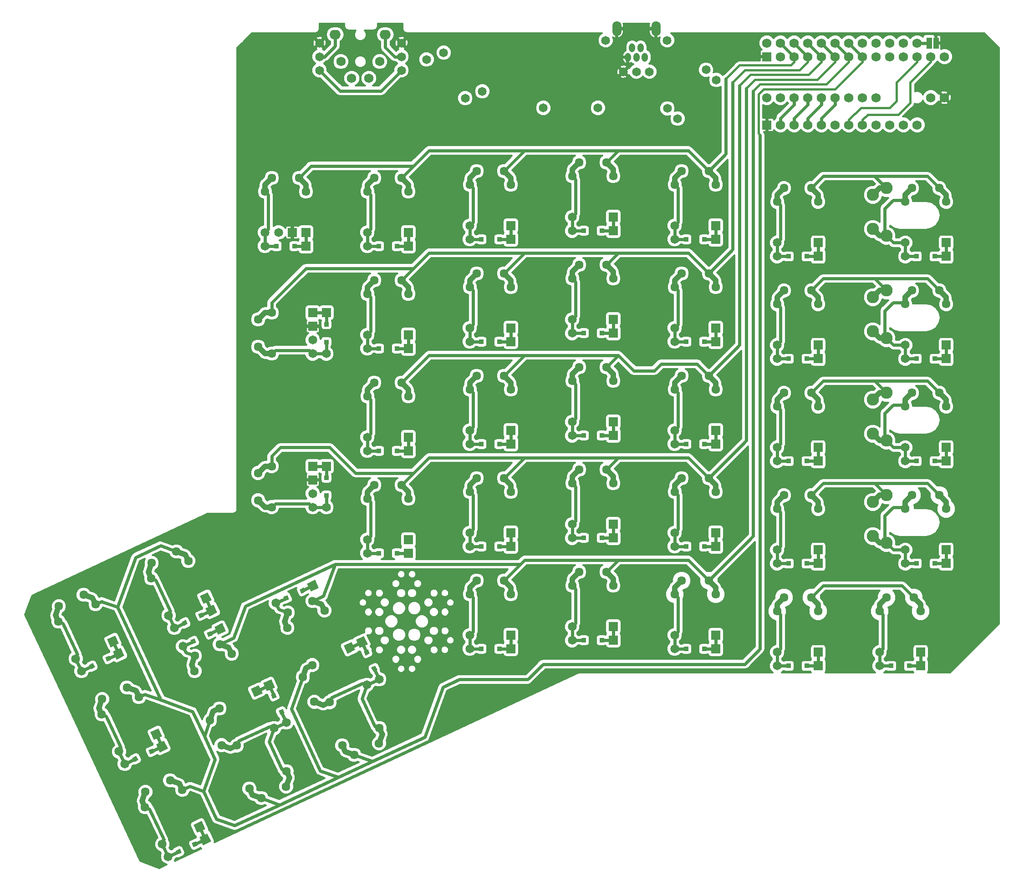
<source format=gbr>
G04 #@! TF.FileFunction,Copper,L2,Bot,Signal*
%FSLAX46Y46*%
G04 Gerber Fmt 4.6, Leading zero omitted, Abs format (unit mm)*
G04 Created by KiCad (PCBNEW 4.0.7) date *
%MOMM*%
%LPD*%
G01*
G04 APERTURE LIST*
%ADD10C,0.150000*%
%ADD11C,0.609600*%
%ADD12C,1.752600*%
%ADD13R,1.752600X1.752600*%
%ADD14C,1.651000*%
%ADD15R,1.651000X1.651000*%
%ADD16O,1.143000X1.651000*%
%ADD17O,1.701800X2.794000*%
%ADD18C,1.610000*%
%ADD19C,1.701800*%
%ADD20R,1.016000X2.032000*%
%ADD21O,2.057400X1.752600*%
%ADD22R,0.838200X0.838200*%
%ADD23C,2.280920*%
%ADD24C,1.016000*%
%ADD25C,0.406400*%
%ADD26C,0.033020*%
%ADD27C,0.304800*%
G04 APERTURE END LIST*
D10*
D11*
X53341367Y-147187736D02*
X55286576Y-146280670D01*
X58302224Y-144874450D02*
X60247433Y-143967384D01*
X70605747Y-139135936D02*
X72550956Y-138228870D01*
X75566604Y-136822650D02*
X77511813Y-135915584D01*
X68580000Y-72720200D02*
X70726300Y-72720200D01*
X74053700Y-72720200D02*
X76200000Y-72720200D01*
X80010000Y-92720160D02*
X80010000Y-90573860D01*
X80010000Y-87246460D02*
X80010000Y-85100160D01*
X80010000Y-121295160D02*
X80010000Y-119148860D01*
X80010000Y-115821460D02*
X80010000Y-113675160D01*
X182880000Y-150822660D02*
X185026300Y-150822660D01*
X188353700Y-150822660D02*
X190500000Y-150822660D01*
X87630000Y-91767660D02*
X89776300Y-91767660D01*
X93103700Y-91767660D02*
X95250000Y-91767660D01*
X42515518Y-169049321D02*
X44460727Y-168142255D01*
X47476375Y-166736035D02*
X49421584Y-165828970D01*
X50567318Y-186316241D02*
X52512527Y-185409175D01*
X55528175Y-184002955D02*
X57473384Y-183095890D01*
X34466258Y-151784941D02*
X36411467Y-150877875D01*
X39427115Y-149471655D02*
X41372324Y-148564590D01*
X51730638Y-143735681D02*
X53675847Y-142828615D01*
X56691495Y-141422395D02*
X58636704Y-140515330D01*
X163830000Y-74625200D02*
X165976300Y-74625200D01*
X169303700Y-74625200D02*
X171450000Y-74625200D01*
X144780000Y-71447660D02*
X146926300Y-71447660D01*
X150253700Y-71447660D02*
X152400000Y-71447660D01*
X125730000Y-69850000D02*
X127876300Y-69850000D01*
X131203700Y-69850000D02*
X133350000Y-69850000D01*
X106680000Y-71447660D02*
X108826300Y-71447660D01*
X112153700Y-71447660D02*
X114300000Y-71447660D01*
X144780000Y-147647660D02*
X146926300Y-147647660D01*
X150253700Y-147647660D02*
X152400000Y-147647660D01*
X163830000Y-93672660D02*
X165976300Y-93672660D01*
X169303700Y-93672660D02*
X171450000Y-93672660D01*
X125730000Y-88900000D02*
X127876300Y-88900000D01*
X131203700Y-88900000D02*
X133350000Y-88900000D01*
X106680000Y-90497660D02*
X108826300Y-90497660D01*
X112153700Y-90497660D02*
X114300000Y-90497660D01*
X163830000Y-112722660D02*
X165976300Y-112722660D01*
X169303700Y-112722660D02*
X171450000Y-112722660D01*
X144780000Y-109547660D02*
X146926300Y-109547660D01*
X150253700Y-109547660D02*
X152400000Y-109547660D01*
X125730000Y-107950000D02*
X127876300Y-107950000D01*
X131203700Y-107950000D02*
X133350000Y-107950000D01*
X106680000Y-109547660D02*
X108826300Y-109547660D01*
X112153700Y-109547660D02*
X114300000Y-109547660D01*
X87630000Y-110817660D02*
X89776300Y-110817660D01*
X93103700Y-110817660D02*
X95250000Y-110817660D01*
X163830000Y-131772660D02*
X165976300Y-131772660D01*
X169303700Y-131772660D02*
X171450000Y-131772660D01*
X144780000Y-128597660D02*
X146926300Y-128597660D01*
X150253700Y-128597660D02*
X152400000Y-128597660D01*
X125730000Y-127000000D02*
X127876300Y-127000000D01*
X131203700Y-127000000D02*
X133350000Y-127000000D01*
X106680000Y-128597660D02*
X108826300Y-128597660D01*
X112153700Y-128597660D02*
X114300000Y-128597660D01*
X87630000Y-129867660D02*
X89776300Y-129867660D01*
X93103700Y-129867660D02*
X95250000Y-129867660D01*
X163830000Y-150822660D02*
X165976300Y-150822660D01*
X169303700Y-150822660D02*
X171450000Y-150822660D01*
X125730000Y-146050000D02*
X127876300Y-146050000D01*
X131203700Y-146050000D02*
X133350000Y-146050000D01*
X106680000Y-147647660D02*
X108826300Y-147647660D01*
X112153700Y-147647660D02*
X114300000Y-147647660D01*
X89819101Y-153298162D02*
X88912035Y-151352953D01*
X87505815Y-148337305D02*
X86598750Y-146392096D01*
X72554721Y-161349962D02*
X71647655Y-159404753D01*
X70241435Y-156389105D02*
X69334370Y-154443896D01*
X144780000Y-90497660D02*
X146926300Y-90497660D01*
X150253700Y-90497660D02*
X152400000Y-90497660D01*
X87630000Y-72720200D02*
X89776300Y-72720200D01*
X93103700Y-72720200D02*
X95250000Y-72720200D01*
X187642500Y-74625200D02*
X189788800Y-74625200D01*
X193116200Y-74625200D02*
X195262500Y-74625200D01*
X187642500Y-93672660D02*
X189788800Y-93672660D01*
X193116200Y-93672660D02*
X195262500Y-93672660D01*
X187642500Y-112722660D02*
X189788800Y-112722660D01*
X193116200Y-112722660D02*
X195262500Y-112722660D01*
X187642500Y-131772660D02*
X189788800Y-131772660D01*
X193116200Y-131772660D02*
X195262500Y-131772660D01*
D12*
X164465000Y-37465000D03*
X167005000Y-37465000D03*
X169545000Y-37465000D03*
X172085000Y-37465000D03*
X174625000Y-37465000D03*
X177165000Y-37465000D03*
X179705000Y-37465000D03*
X182245000Y-37465000D03*
X184785000Y-37465000D03*
X187325000Y-37465000D03*
X189865000Y-37465000D03*
X192405000Y-37465000D03*
X194945000Y-37465000D03*
D13*
X161925000Y-37465000D03*
D12*
X194945000Y-45085000D03*
X192405000Y-45085000D03*
X182245000Y-45085000D03*
X179705000Y-45085000D03*
X177165000Y-45085000D03*
X174625000Y-45085000D03*
X172085000Y-45085000D03*
X169545000Y-45085000D03*
X167005000Y-45085000D03*
X164465000Y-45085000D03*
X161925000Y-45085000D03*
D14*
X53341367Y-147187736D03*
D10*
G36*
X55083862Y-146837623D02*
X54729623Y-146077956D01*
X55489290Y-145723717D01*
X55843529Y-146483384D01*
X55083862Y-146837623D01*
X55083862Y-146837623D01*
G37*
G36*
X59848147Y-145064412D02*
X59150405Y-143568098D01*
X60646719Y-142870356D01*
X61344461Y-144366670D01*
X59848147Y-145064412D01*
X59848147Y-145064412D01*
G37*
G36*
X58099510Y-145431403D02*
X57745271Y-144671736D01*
X58504938Y-144317497D01*
X58859177Y-145077164D01*
X58099510Y-145431403D01*
X58099510Y-145431403D01*
G37*
D14*
X70605747Y-139135936D03*
D10*
G36*
X72348242Y-138785823D02*
X71994003Y-138026156D01*
X72753670Y-137671917D01*
X73107909Y-138431584D01*
X72348242Y-138785823D01*
X72348242Y-138785823D01*
G37*
G36*
X77112527Y-137012612D02*
X76414785Y-135516298D01*
X77911099Y-134818556D01*
X78608841Y-136314870D01*
X77112527Y-137012612D01*
X77112527Y-137012612D01*
G37*
G36*
X75363890Y-137379603D02*
X75009651Y-136619936D01*
X75769318Y-136265697D01*
X76123557Y-137025364D01*
X75363890Y-137379603D01*
X75363890Y-137379603D01*
G37*
D14*
X77470000Y-118755160D03*
D15*
X77470000Y-116215160D03*
D14*
X77470000Y-90180160D03*
D15*
X77470000Y-87640160D03*
D14*
X71120000Y-70180200D03*
D15*
X73660000Y-70180200D03*
D16*
X139242800Y-37553900D03*
X138442700Y-35806380D03*
X137642600Y-37553900D03*
X136842500Y-35806380D03*
X136042400Y-37553900D03*
D17*
X133995160Y-32230060D03*
X141290040Y-32230060D03*
D14*
X140055600Y-40259000D03*
X143357600Y-34417000D03*
X137642600Y-40259000D03*
X131927600Y-34417000D03*
X135229600Y-40259000D03*
D18*
X77434621Y-138754526D03*
X72753017Y-143740174D03*
D19*
X72675456Y-146578921D03*
X81883544Y-142285119D03*
D18*
X79659082Y-140519823D03*
X72830577Y-140901427D03*
X60170241Y-146806326D03*
X55488637Y-151791974D03*
D19*
X55411076Y-154630721D03*
X64619164Y-150336919D03*
D18*
X62394702Y-148571623D03*
X55566197Y-148953227D03*
X85176179Y-167376434D03*
X89857783Y-162390786D03*
D19*
X89935344Y-159552039D03*
X80727256Y-163845841D03*
D18*
X82951718Y-165611137D03*
X89780223Y-165229533D03*
X67909259Y-175425694D03*
X72590863Y-170440046D03*
D19*
X72668424Y-167601299D03*
X63460336Y-171895101D03*
D18*
X65684798Y-173660397D03*
X72513303Y-173278793D03*
D14*
X152499602Y-41810398D03*
X145315398Y-48994602D03*
X150594602Y-39905398D03*
X143410398Y-47089602D03*
X130492500Y-46990000D03*
X120332500Y-46990000D03*
X101817898Y-36730398D03*
X109002102Y-43914602D03*
X98642898Y-38000398D03*
X105827102Y-45184602D03*
X78740000Y-40005000D03*
X78740000Y-37465000D03*
X78740000Y-34925000D03*
X93980000Y-40005000D03*
X93980000Y-37465000D03*
X93980000Y-34925000D03*
D13*
X161925000Y-50165000D03*
D12*
X164465000Y-50165000D03*
X167005000Y-50165000D03*
X169545000Y-50165000D03*
X172085000Y-50165000D03*
X174625000Y-50165000D03*
X177165000Y-50165000D03*
X179705000Y-50165000D03*
X182245000Y-50165000D03*
X184785000Y-50165000D03*
X187325000Y-50165000D03*
X189865000Y-50165000D03*
X189865000Y-34925000D03*
X187325000Y-34925000D03*
X184785000Y-34925000D03*
X182245000Y-34925000D03*
X179705000Y-34925000D03*
X177165000Y-34925000D03*
X174625000Y-34925000D03*
X167005000Y-34925000D03*
X164465000Y-34925000D03*
X161925000Y-34925000D03*
X172085000Y-34925000D03*
X169545000Y-34925000D03*
D20*
X192087500Y-34925000D03*
X193357500Y-34925000D03*
D21*
X90957400Y-33375600D03*
D12*
X82702400Y-38379400D03*
X87909400Y-41478200D03*
D21*
X81661000Y-33375600D03*
D12*
X84709000Y-41478200D03*
X89916000Y-38379400D03*
D18*
X74930000Y-60020200D03*
X68580000Y-62560200D03*
D19*
X67310000Y-65100200D03*
X77470000Y-65100200D03*
D18*
X76200000Y-62560200D03*
X69850000Y-60020200D03*
D14*
X68580000Y-70180200D03*
D15*
X76200000Y-70180200D03*
D14*
X68580000Y-72720200D03*
D15*
X76200000Y-72720200D03*
D22*
X70726300Y-72720200D03*
X74053700Y-72720200D03*
D18*
X67310000Y-86370160D03*
X69850000Y-92720160D03*
D19*
X72390000Y-93990160D03*
X72390000Y-83830160D03*
D18*
X69850000Y-85100160D03*
X67310000Y-91450160D03*
D14*
X77470000Y-92720160D03*
D15*
X77470000Y-85100160D03*
D14*
X80010000Y-92720160D03*
D15*
X80010000Y-85100160D03*
D22*
X80010000Y-90573860D03*
X80010000Y-87246460D03*
D18*
X67310000Y-114945160D03*
X69850000Y-121295160D03*
D19*
X72390000Y-122565160D03*
X72390000Y-112405160D03*
D18*
X69850000Y-113675160D03*
X67310000Y-120025160D03*
D14*
X77470000Y-121295160D03*
D15*
X77470000Y-113675160D03*
D14*
X80010000Y-121295160D03*
D15*
X80010000Y-113675160D03*
D22*
X80010000Y-119148860D03*
X80010000Y-115821460D03*
D18*
X189230000Y-138122660D03*
X182880000Y-140662660D03*
D19*
X181610000Y-143202660D03*
X191770000Y-143202660D03*
D18*
X190500000Y-140662660D03*
X184150000Y-138122660D03*
D14*
X182880000Y-148282660D03*
D15*
X190500000Y-148282660D03*
D14*
X182880000Y-150822660D03*
D15*
X190500000Y-150822660D03*
D22*
X185026300Y-150822660D03*
X188353700Y-150822660D03*
D18*
X93980000Y-79067660D03*
X87630000Y-81607660D03*
D19*
X86360000Y-84147660D03*
X96520000Y-84147660D03*
D18*
X95250000Y-81607660D03*
X88900000Y-79067660D03*
D14*
X87630000Y-89227660D03*
D15*
X95250000Y-89227660D03*
D14*
X87630000Y-91767660D03*
D15*
X95250000Y-91767660D03*
D22*
X89776300Y-91767660D03*
X93103700Y-91767660D03*
D18*
X42903321Y-154855586D03*
X38221717Y-159841234D03*
D19*
X38144156Y-162679981D03*
X47352244Y-158386179D03*
D18*
X45127782Y-156620883D03*
X38299277Y-157002487D03*
D14*
X41442068Y-166747299D03*
D10*
G36*
X47948847Y-164623976D02*
X47251105Y-163127662D01*
X48747419Y-162429920D01*
X49445161Y-163926234D01*
X47948847Y-164623976D01*
X47948847Y-164623976D01*
G37*
D14*
X42515518Y-169049321D03*
D10*
G36*
X49022298Y-166925998D02*
X48324556Y-165429684D01*
X49820870Y-164731942D01*
X50518612Y-166228256D01*
X49022298Y-166925998D01*
X49022298Y-166925998D01*
G37*
G36*
X44258013Y-168699208D02*
X43903774Y-167939541D01*
X44663441Y-167585302D01*
X45017680Y-168344969D01*
X44258013Y-168699208D01*
X44258013Y-168699208D01*
G37*
G36*
X47273661Y-167292988D02*
X46919422Y-166533321D01*
X47679089Y-166179082D01*
X48033328Y-166938749D01*
X47273661Y-167292988D01*
X47273661Y-167292988D01*
G37*
D18*
X50955121Y-172122506D03*
X46273517Y-177108154D03*
D19*
X46195956Y-179946901D03*
X55404044Y-175653099D03*
D18*
X53179582Y-173887803D03*
X46351077Y-174269407D03*
D14*
X49493868Y-184014219D03*
D10*
G36*
X56000647Y-181890896D02*
X55302905Y-180394582D01*
X56799219Y-179696840D01*
X57496961Y-181193154D01*
X56000647Y-181890896D01*
X56000647Y-181890896D01*
G37*
D14*
X50567318Y-186316241D03*
D10*
G36*
X57074098Y-184192918D02*
X56376356Y-182696604D01*
X57872670Y-181998862D01*
X58570412Y-183495176D01*
X57074098Y-184192918D01*
X57074098Y-184192918D01*
G37*
G36*
X52309813Y-185966128D02*
X51955574Y-185206461D01*
X52715241Y-184852222D01*
X53069480Y-185611889D01*
X52309813Y-185966128D01*
X52309813Y-185966128D01*
G37*
G36*
X55325461Y-184559908D02*
X54971222Y-183800241D01*
X55730889Y-183446002D01*
X56085128Y-184205669D01*
X55325461Y-184559908D01*
X55325461Y-184559908D01*
G37*
D18*
X34854061Y-137591206D03*
X30172457Y-142576854D03*
D19*
X30094896Y-145415601D03*
X39302984Y-141121799D03*
D18*
X37078522Y-139356503D03*
X30250017Y-139738107D03*
D14*
X33392808Y-149482919D03*
D10*
G36*
X39899587Y-147359596D02*
X39201845Y-145863282D01*
X40698159Y-145165540D01*
X41395901Y-146661854D01*
X39899587Y-147359596D01*
X39899587Y-147359596D01*
G37*
D14*
X34466258Y-151784941D03*
D10*
G36*
X40973038Y-149661618D02*
X40275296Y-148165304D01*
X41771610Y-147467562D01*
X42469352Y-148963876D01*
X40973038Y-149661618D01*
X40973038Y-149661618D01*
G37*
G36*
X36208753Y-151434828D02*
X35854514Y-150675161D01*
X36614181Y-150320922D01*
X36968420Y-151080589D01*
X36208753Y-151434828D01*
X36208753Y-151434828D01*
G37*
G36*
X39224401Y-150028608D02*
X38870162Y-149268941D01*
X39629829Y-148914702D01*
X39984068Y-149674369D01*
X39224401Y-150028608D01*
X39224401Y-150028608D01*
G37*
D18*
X52118441Y-129541946D03*
X47436837Y-134527594D03*
D19*
X47359276Y-137366341D03*
X56567364Y-133072539D03*
D18*
X54342902Y-131307243D03*
X47514397Y-131688847D03*
D14*
X50657188Y-141433659D03*
D10*
G36*
X57163967Y-139310336D02*
X56466225Y-137814022D01*
X57962539Y-137116280D01*
X58660281Y-138612594D01*
X57163967Y-139310336D01*
X57163967Y-139310336D01*
G37*
D14*
X51730638Y-143735681D03*
D10*
G36*
X58237418Y-141612358D02*
X57539676Y-140116044D01*
X59035990Y-139418302D01*
X59733732Y-140914616D01*
X58237418Y-141612358D01*
X58237418Y-141612358D01*
G37*
G36*
X53473133Y-143385568D02*
X53118894Y-142625901D01*
X53878561Y-142271662D01*
X54232800Y-143031329D01*
X53473133Y-143385568D01*
X53473133Y-143385568D01*
G37*
G36*
X56488781Y-141979348D02*
X56134542Y-141219681D01*
X56894209Y-140865442D01*
X57248448Y-141625109D01*
X56488781Y-141979348D01*
X56488781Y-141979348D01*
G37*
D18*
X170180000Y-61925200D03*
X163830000Y-64465200D03*
D19*
X162560000Y-67005200D03*
X172720000Y-67005200D03*
D18*
X171450000Y-64465200D03*
X165100000Y-61925200D03*
D14*
X163830000Y-72085200D03*
D15*
X171450000Y-72085200D03*
D14*
X163830000Y-74625200D03*
D15*
X171450000Y-74625200D03*
D22*
X165976300Y-74625200D03*
X169303700Y-74625200D03*
D18*
X151130000Y-58747660D03*
X144780000Y-61287660D03*
D19*
X143510000Y-63827660D03*
X153670000Y-63827660D03*
D18*
X152400000Y-61287660D03*
X146050000Y-58747660D03*
D14*
X144780000Y-68907660D03*
D15*
X152400000Y-68907660D03*
D14*
X144780000Y-71447660D03*
D15*
X152400000Y-71447660D03*
D22*
X146926300Y-71447660D03*
X150253700Y-71447660D03*
D18*
X132080000Y-57150000D03*
X125730000Y-59690000D03*
D19*
X124460000Y-62230000D03*
X134620000Y-62230000D03*
D18*
X133350000Y-59690000D03*
X127000000Y-57150000D03*
D14*
X125730000Y-67310000D03*
D15*
X133350000Y-67310000D03*
D14*
X125730000Y-69850000D03*
D15*
X133350000Y-69850000D03*
D22*
X127876300Y-69850000D03*
X131203700Y-69850000D03*
D18*
X113030000Y-58747660D03*
X106680000Y-61287660D03*
D19*
X105410000Y-63827660D03*
X115570000Y-63827660D03*
D18*
X114300000Y-61287660D03*
X107950000Y-58747660D03*
D14*
X106680000Y-68907660D03*
D15*
X114300000Y-68907660D03*
D14*
X106680000Y-71447660D03*
D15*
X114300000Y-71447660D03*
D22*
X108826300Y-71447660D03*
X112153700Y-71447660D03*
D18*
X151130000Y-134947660D03*
X144780000Y-137487660D03*
D19*
X143510000Y-140027660D03*
X153670000Y-140027660D03*
D18*
X152400000Y-137487660D03*
X146050000Y-134947660D03*
D14*
X144780000Y-145107660D03*
D15*
X152400000Y-145107660D03*
D14*
X144780000Y-147647660D03*
D15*
X152400000Y-147647660D03*
D22*
X146926300Y-147647660D03*
X150253700Y-147647660D03*
D18*
X170180000Y-80972660D03*
X163830000Y-83512660D03*
D19*
X162560000Y-86052660D03*
X172720000Y-86052660D03*
D18*
X171450000Y-83512660D03*
X165100000Y-80972660D03*
D14*
X163830000Y-91132660D03*
D15*
X171450000Y-91132660D03*
D14*
X163830000Y-93672660D03*
D15*
X171450000Y-93672660D03*
D22*
X165976300Y-93672660D03*
X169303700Y-93672660D03*
D18*
X132080000Y-76200000D03*
X125730000Y-78740000D03*
D19*
X124460000Y-81280000D03*
X134620000Y-81280000D03*
D18*
X133350000Y-78740000D03*
X127000000Y-76200000D03*
D14*
X125730000Y-86360000D03*
D15*
X133350000Y-86360000D03*
D14*
X125730000Y-88900000D03*
D15*
X133350000Y-88900000D03*
D22*
X127876300Y-88900000D03*
X131203700Y-88900000D03*
D18*
X113030000Y-77797660D03*
X106680000Y-80337660D03*
D19*
X105410000Y-82877660D03*
X115570000Y-82877660D03*
D18*
X114300000Y-80337660D03*
X107950000Y-77797660D03*
D14*
X106680000Y-87957660D03*
D15*
X114300000Y-87957660D03*
D14*
X106680000Y-90497660D03*
D15*
X114300000Y-90497660D03*
D22*
X108826300Y-90497660D03*
X112153700Y-90497660D03*
D18*
X170180000Y-100022660D03*
X163830000Y-102562660D03*
D19*
X162560000Y-105102660D03*
X172720000Y-105102660D03*
D18*
X171450000Y-102562660D03*
X165100000Y-100022660D03*
D14*
X163830000Y-110182660D03*
D15*
X171450000Y-110182660D03*
D14*
X163830000Y-112722660D03*
D15*
X171450000Y-112722660D03*
D22*
X165976300Y-112722660D03*
X169303700Y-112722660D03*
D18*
X151130000Y-96847660D03*
X144780000Y-99387660D03*
D19*
X143510000Y-101927660D03*
X153670000Y-101927660D03*
D18*
X152400000Y-99387660D03*
X146050000Y-96847660D03*
D14*
X144780000Y-107007660D03*
D15*
X152400000Y-107007660D03*
D14*
X144780000Y-109547660D03*
D15*
X152400000Y-109547660D03*
D22*
X146926300Y-109547660D03*
X150253700Y-109547660D03*
D18*
X132080000Y-95250000D03*
X125730000Y-97790000D03*
D19*
X124460000Y-100330000D03*
X134620000Y-100330000D03*
D18*
X133350000Y-97790000D03*
X127000000Y-95250000D03*
D14*
X125730000Y-105410000D03*
D15*
X133350000Y-105410000D03*
D14*
X125730000Y-107950000D03*
D15*
X133350000Y-107950000D03*
D22*
X127876300Y-107950000D03*
X131203700Y-107950000D03*
D18*
X113030000Y-96847660D03*
X106680000Y-99387660D03*
D19*
X105410000Y-101927660D03*
X115570000Y-101927660D03*
D18*
X114300000Y-99387660D03*
X107950000Y-96847660D03*
D14*
X106680000Y-107007660D03*
D15*
X114300000Y-107007660D03*
D14*
X106680000Y-109547660D03*
D15*
X114300000Y-109547660D03*
D22*
X108826300Y-109547660D03*
X112153700Y-109547660D03*
D18*
X93980000Y-98117660D03*
X87630000Y-100657660D03*
D19*
X86360000Y-103197660D03*
X96520000Y-103197660D03*
D18*
X95250000Y-100657660D03*
X88900000Y-98117660D03*
D14*
X87630000Y-108277660D03*
D15*
X95250000Y-108277660D03*
D14*
X87630000Y-110817660D03*
D15*
X95250000Y-110817660D03*
D22*
X89776300Y-110817660D03*
X93103700Y-110817660D03*
D18*
X170180000Y-119072660D03*
X163830000Y-121612660D03*
D19*
X162560000Y-124152660D03*
X172720000Y-124152660D03*
D18*
X171450000Y-121612660D03*
X165100000Y-119072660D03*
D14*
X163830000Y-129232660D03*
D15*
X171450000Y-129232660D03*
D14*
X163830000Y-131772660D03*
D15*
X171450000Y-131772660D03*
D22*
X165976300Y-131772660D03*
X169303700Y-131772660D03*
D18*
X151130000Y-115897660D03*
X144780000Y-118437660D03*
D19*
X143510000Y-120977660D03*
X153670000Y-120977660D03*
D18*
X152400000Y-118437660D03*
X146050000Y-115897660D03*
D14*
X144780000Y-126057660D03*
D15*
X152400000Y-126057660D03*
D14*
X144780000Y-128597660D03*
D15*
X152400000Y-128597660D03*
D22*
X146926300Y-128597660D03*
X150253700Y-128597660D03*
D18*
X132080000Y-114300000D03*
X125730000Y-116840000D03*
D19*
X124460000Y-119380000D03*
X134620000Y-119380000D03*
D18*
X133350000Y-116840000D03*
X127000000Y-114300000D03*
D14*
X125730000Y-124460000D03*
D15*
X133350000Y-124460000D03*
D14*
X125730000Y-127000000D03*
D15*
X133350000Y-127000000D03*
D22*
X127876300Y-127000000D03*
X131203700Y-127000000D03*
D18*
X113030000Y-115897660D03*
X106680000Y-118437660D03*
D19*
X105410000Y-120977660D03*
X115570000Y-120977660D03*
D18*
X114300000Y-118437660D03*
X107950000Y-115897660D03*
D14*
X106680000Y-126057660D03*
D15*
X114300000Y-126057660D03*
D14*
X106680000Y-128597660D03*
D15*
X114300000Y-128597660D03*
D22*
X108826300Y-128597660D03*
X112153700Y-128597660D03*
D18*
X93980000Y-117167660D03*
X87630000Y-119707660D03*
D19*
X86360000Y-122247660D03*
X96520000Y-122247660D03*
D18*
X95250000Y-119707660D03*
X88900000Y-117167660D03*
D14*
X87630000Y-127327660D03*
D15*
X95250000Y-127327660D03*
D14*
X87630000Y-129867660D03*
D15*
X95250000Y-129867660D03*
D22*
X89776300Y-129867660D03*
X93103700Y-129867660D03*
D18*
X170180000Y-138122660D03*
X163830000Y-140662660D03*
D19*
X162560000Y-143202660D03*
X172720000Y-143202660D03*
D18*
X171450000Y-140662660D03*
X165100000Y-138122660D03*
D14*
X163830000Y-148282660D03*
D15*
X171450000Y-148282660D03*
D14*
X163830000Y-150822660D03*
D15*
X171450000Y-150822660D03*
D22*
X165976300Y-150822660D03*
X169303700Y-150822660D03*
D18*
X132080000Y-133350000D03*
X125730000Y-135890000D03*
D19*
X124460000Y-138430000D03*
X134620000Y-138430000D03*
D18*
X133350000Y-135890000D03*
X127000000Y-133350000D03*
D14*
X125730000Y-143510000D03*
D15*
X133350000Y-143510000D03*
D14*
X125730000Y-146050000D03*
D15*
X133350000Y-146050000D03*
D22*
X127876300Y-146050000D03*
X131203700Y-146050000D03*
D18*
X113030000Y-134947660D03*
X106680000Y-137487660D03*
D19*
X105410000Y-140027660D03*
X115570000Y-140027660D03*
D18*
X114300000Y-137487660D03*
X107950000Y-134947660D03*
D14*
X106680000Y-145107660D03*
D15*
X114300000Y-145107660D03*
D14*
X106680000Y-147647660D03*
D15*
X114300000Y-147647660D03*
D22*
X108826300Y-147647660D03*
X112153700Y-147647660D03*
D18*
X75625366Y-152910359D03*
X80611014Y-157591963D03*
D19*
X83449761Y-157669524D03*
X79155959Y-148461436D03*
D18*
X77390663Y-150685898D03*
X77772267Y-157514403D03*
D14*
X87517079Y-154371612D03*
D10*
G36*
X85393756Y-147864833D02*
X83897442Y-148562575D01*
X83199700Y-147066261D01*
X84696014Y-146368519D01*
X85393756Y-147864833D01*
X85393756Y-147864833D01*
G37*
D14*
X89819101Y-153298162D03*
D10*
G36*
X87695778Y-146791382D02*
X86199464Y-147489124D01*
X85501722Y-145992810D01*
X86998036Y-145295068D01*
X87695778Y-146791382D01*
X87695778Y-146791382D01*
G37*
G36*
X89468988Y-151555667D02*
X88709321Y-151909906D01*
X88355082Y-151150239D01*
X89114749Y-150796000D01*
X89468988Y-151555667D01*
X89468988Y-151555667D01*
G37*
G36*
X88062768Y-148540019D02*
X87303101Y-148894258D01*
X86948862Y-148134591D01*
X87708529Y-147780352D01*
X88062768Y-148540019D01*
X88062768Y-148540019D01*
G37*
D18*
X58360986Y-160962159D03*
X63346634Y-165643763D03*
D19*
X66185381Y-165721324D03*
X61891579Y-156513236D03*
D18*
X60126283Y-158737698D03*
X60507887Y-165566203D03*
D14*
X70252699Y-162423412D03*
D10*
G36*
X68129376Y-155916633D02*
X66633062Y-156614375D01*
X65935320Y-155118061D01*
X67431634Y-154420319D01*
X68129376Y-155916633D01*
X68129376Y-155916633D01*
G37*
D14*
X72554721Y-161349962D03*
D10*
G36*
X70431398Y-154843182D02*
X68935084Y-155540924D01*
X68237342Y-154044610D01*
X69733656Y-153346868D01*
X70431398Y-154843182D01*
X70431398Y-154843182D01*
G37*
G36*
X72204608Y-159607467D02*
X71444941Y-159961706D01*
X71090702Y-159202039D01*
X71850369Y-158847800D01*
X72204608Y-159607467D01*
X72204608Y-159607467D01*
G37*
G36*
X70798388Y-156591819D02*
X70038721Y-156946058D01*
X69684482Y-156186391D01*
X70444149Y-155832152D01*
X70798388Y-156591819D01*
X70798388Y-156591819D01*
G37*
D18*
X151130000Y-77797660D03*
X144780000Y-80337660D03*
D19*
X143510000Y-82877660D03*
X153670000Y-82877660D03*
D18*
X152400000Y-80337660D03*
X146050000Y-77797660D03*
D14*
X144780000Y-87957660D03*
D15*
X152400000Y-87957660D03*
D14*
X144780000Y-90497660D03*
D15*
X152400000Y-90497660D03*
D22*
X146926300Y-90497660D03*
X150253700Y-90497660D03*
D18*
X93980000Y-60020200D03*
X87630000Y-62560200D03*
D19*
X86360000Y-65100200D03*
X96520000Y-65100200D03*
D18*
X95250000Y-62560200D03*
X88900000Y-60020200D03*
D14*
X87630000Y-70180200D03*
D15*
X95250000Y-70180200D03*
D14*
X87630000Y-72720200D03*
D15*
X95250000Y-72720200D03*
D22*
X89776300Y-72720200D03*
X93103700Y-72720200D03*
D18*
X193992500Y-61925200D03*
X187642500Y-64465200D03*
D19*
X196532500Y-67005200D03*
D18*
X195262500Y-64465200D03*
X188912500Y-61925200D03*
D14*
X187642500Y-72085200D03*
D15*
X195262500Y-72085200D03*
D14*
X187642500Y-74625200D03*
D15*
X195262500Y-74625200D03*
D22*
X189788800Y-74625200D03*
X193116200Y-74625200D03*
D23*
X181610000Y-63195200D03*
X184150000Y-61925200D03*
X184150000Y-70815200D03*
X181610000Y-69545200D03*
D18*
X193992500Y-80972660D03*
X187642500Y-83512660D03*
D19*
X196532500Y-86052660D03*
D18*
X195262500Y-83512660D03*
X188912500Y-80972660D03*
D14*
X187642500Y-91132660D03*
D15*
X195262500Y-91132660D03*
D14*
X187642500Y-93672660D03*
D15*
X195262500Y-93672660D03*
D22*
X189788800Y-93672660D03*
X193116200Y-93672660D03*
D23*
X181610000Y-82242660D03*
X184150000Y-80972660D03*
X184150000Y-89862660D03*
X181610000Y-88592660D03*
D18*
X193992500Y-100022660D03*
X187642500Y-102562660D03*
D19*
X196532500Y-105102660D03*
D18*
X195262500Y-102562660D03*
X188912500Y-100022660D03*
D14*
X187642500Y-110182660D03*
D15*
X195262500Y-110182660D03*
D14*
X187642500Y-112722660D03*
D15*
X195262500Y-112722660D03*
D22*
X189788800Y-112722660D03*
X193116200Y-112722660D03*
D23*
X181610000Y-101292660D03*
X184150000Y-100022660D03*
X184150000Y-108912660D03*
X181610000Y-107642660D03*
D18*
X193992500Y-119072660D03*
X187642500Y-121612660D03*
D19*
X196532500Y-124152660D03*
D18*
X195262500Y-121612660D03*
X188912500Y-119072660D03*
D14*
X187642500Y-129232660D03*
D15*
X195262500Y-129232660D03*
D14*
X187642500Y-131772660D03*
D15*
X195262500Y-131772660D03*
D22*
X189788800Y-131772660D03*
X193116200Y-131772660D03*
D23*
X181610000Y-120342660D03*
X184150000Y-119072660D03*
X184150000Y-127962660D03*
X181610000Y-126692660D03*
D14*
X153670000Y-37465000D03*
X116522500Y-52387500D03*
X174307500Y-53975000D03*
X85090000Y-55562500D03*
X167640000Y-148272500D03*
X160655000Y-150812500D03*
D11*
X195262500Y-72085200D02*
X195262500Y-74625200D01*
X195262500Y-129232660D02*
X195262500Y-131772660D01*
X195262500Y-110182660D02*
X195262500Y-112722660D01*
X190500000Y-148282660D02*
X190500000Y-150822660D01*
X195262500Y-91132660D02*
X195262500Y-93672660D01*
X171450000Y-72085200D02*
X171450000Y-74625200D01*
X171450000Y-148282660D02*
X171450000Y-150822660D01*
X171450000Y-91132660D02*
X171450000Y-93672660D01*
X171450000Y-129232660D02*
X171450000Y-131772660D01*
X171450000Y-110182660D02*
X171450000Y-112722660D01*
X57472580Y-183095900D02*
X56400700Y-180794660D01*
X133350000Y-105410000D02*
X133350000Y-107950000D01*
X133350000Y-67310000D02*
X133350000Y-69850000D01*
X133350000Y-143510000D02*
X133350000Y-146050000D01*
X133350000Y-86360000D02*
X133350000Y-88900000D01*
X172085000Y-48895000D02*
X172085000Y-50165000D01*
X133350000Y-124460000D02*
X133350000Y-127000000D01*
X174625000Y-46355000D02*
X172085000Y-48895000D01*
X174625000Y-45085000D02*
X174625000Y-46355000D01*
X84297520Y-147464780D02*
X86601300Y-146392900D01*
X152400000Y-87957660D02*
X152400000Y-90497660D01*
X152400000Y-68907660D02*
X152400000Y-71447660D01*
X152400000Y-145107660D02*
X152400000Y-147647660D01*
X152400000Y-126057660D02*
X152400000Y-128597660D01*
X152400000Y-107007660D02*
X152400000Y-109547660D01*
X67033140Y-155516580D02*
X69334380Y-154442160D01*
X114300000Y-87957660D02*
X114300000Y-90497660D01*
X114300000Y-126057660D02*
X114300000Y-128597660D01*
X114300000Y-107007660D02*
X114300000Y-109547660D01*
X172085000Y-46355000D02*
X169545000Y-48895000D01*
X49423320Y-165831520D02*
X48348900Y-163527740D01*
X114300000Y-145107660D02*
X114300000Y-147647660D01*
X169545000Y-48895000D02*
X169545000Y-50165000D01*
X172085000Y-45085000D02*
X172085000Y-46355000D01*
X114300000Y-68907660D02*
X114300000Y-71447660D01*
X169545000Y-45085000D02*
X169545000Y-46355000D01*
X57564020Y-138211560D02*
X58635900Y-140515340D01*
X95250000Y-89227660D02*
X95250000Y-91767660D01*
X95250000Y-108277660D02*
X95250000Y-110817660D01*
X167005000Y-48895000D02*
X167005000Y-50165000D01*
X169545000Y-46355000D02*
X167005000Y-48895000D01*
X95250000Y-70180200D02*
X95250000Y-72720200D01*
X40297100Y-146263360D02*
X41371520Y-148564600D01*
X76200000Y-70180200D02*
X76200000Y-72720200D01*
X164465000Y-48895000D02*
X164465000Y-50165000D01*
X77470000Y-85100160D02*
X80010000Y-85100160D01*
X167005000Y-46355000D02*
X164465000Y-48895000D01*
X167005000Y-45085000D02*
X167005000Y-46355000D01*
X77470000Y-113675160D02*
X80010000Y-113675160D01*
X177165000Y-34925000D02*
X179705000Y-37465000D01*
X73477120Y-158818580D02*
X78844140Y-170327320D01*
X53179980Y-173888400D02*
X54617620Y-173217840D01*
X78844140Y-170327320D02*
X82219800Y-171556680D01*
X98333560Y-164043360D02*
X101711760Y-154759660D01*
X88549480Y-168605200D02*
X98333560Y-164043360D01*
D24*
X34853880Y-137591800D02*
X36540440Y-138206480D01*
D11*
X101711760Y-154759660D02*
X104729280Y-153352500D01*
D24*
X42903140Y-154856180D02*
X44592240Y-155470860D01*
D11*
X55140860Y-159311340D02*
X49232820Y-157159960D01*
X49164240Y-128465580D02*
X44561760Y-130614420D01*
D24*
X52644040Y-172737780D02*
X53179980Y-173888400D01*
D11*
X75628500Y-152910540D02*
X73477120Y-158818580D01*
D24*
X76240640Y-151223980D02*
X77393800Y-150685500D01*
X75628500Y-152910540D02*
X76240640Y-151223980D01*
X58976260Y-159273240D02*
X60126880Y-158737300D01*
D11*
X82219800Y-171556680D02*
X88549480Y-168605200D01*
X71285100Y-176654460D02*
X82219800Y-171556680D01*
D24*
X50954940Y-172123100D02*
X52644040Y-172737780D01*
D11*
X67909440Y-175427640D02*
X71285100Y-176654460D01*
X38229540Y-138821160D02*
X41183560Y-139895580D01*
X37078920Y-139357100D02*
X38229540Y-138821160D01*
X46278800Y-156085540D02*
X49232820Y-157159960D01*
X45128180Y-156621480D02*
X46278800Y-156085540D01*
X59565540Y-179318920D02*
X57150000Y-174137320D01*
X62941200Y-180545740D02*
X59565540Y-179318920D01*
X71285100Y-176654460D02*
X62941200Y-180545740D01*
X54617620Y-173217840D02*
X57150000Y-174137320D01*
X52118260Y-129542540D02*
X49164240Y-128465580D01*
D25*
X161290000Y-43497500D02*
X160337500Y-44450000D01*
D11*
X41183560Y-139895580D02*
X49232820Y-157159960D01*
D24*
X58361580Y-160962340D02*
X58976260Y-159273240D01*
D11*
X59298840Y-168231820D02*
X57287160Y-163913820D01*
X157797500Y-150495000D02*
X120332500Y-150495000D01*
X57287160Y-163913820D02*
X55140860Y-159311340D01*
X160655000Y-52070000D02*
X160655000Y-147637500D01*
D25*
X160337500Y-44450000D02*
X160337500Y-51752500D01*
X160337500Y-51752500D02*
X160655000Y-52070000D01*
X174625000Y-43497500D02*
X161290000Y-43497500D01*
D11*
X104729280Y-153352500D02*
X117475000Y-153352500D01*
X160655000Y-147637500D02*
X157797500Y-150495000D01*
D25*
X179705000Y-38417500D02*
X179705000Y-37465000D01*
D11*
X120332500Y-150495000D02*
X117475000Y-153352500D01*
D25*
X179705000Y-38417500D02*
X174625000Y-43497500D01*
D24*
X44592240Y-155470860D02*
X45128180Y-156621480D01*
D11*
X58361580Y-160962340D02*
X57287160Y-163913820D01*
X85176360Y-167375840D02*
X88549480Y-168605200D01*
D24*
X67909440Y-175427640D02*
X66222880Y-174812960D01*
X53807360Y-130154680D02*
X54343300Y-131307840D01*
X52118260Y-129542540D02*
X53807360Y-130154680D01*
D11*
X57150000Y-174137320D02*
X59298840Y-168231820D01*
D24*
X85176360Y-167375840D02*
X83487260Y-166761160D01*
X66222880Y-174812960D02*
X65684400Y-173662340D01*
X83487260Y-166761160D02*
X82951320Y-165610540D01*
D11*
X44561760Y-130614420D02*
X41183560Y-139895580D01*
D24*
X36540440Y-138206480D02*
X37078920Y-139357100D01*
X114300000Y-136217660D02*
X114300000Y-137487660D01*
X190500000Y-139392660D02*
X190500000Y-140662660D01*
D11*
X172402500Y-135890000D02*
X186997340Y-135890000D01*
D24*
X152400000Y-136217660D02*
X152400000Y-137487660D01*
D25*
X172974000Y-42608500D02*
X160591500Y-42608500D01*
D11*
X186997340Y-135890000D02*
X189230000Y-138122660D01*
X159385000Y-126692660D02*
X159385000Y-43815000D01*
X115892580Y-132085080D02*
X113030000Y-134947660D01*
X116067840Y-131909820D02*
X115892580Y-132085080D01*
D24*
X132080000Y-133350000D02*
X133350000Y-134620000D01*
D11*
X81600040Y-131909820D02*
X116067840Y-131909820D01*
D24*
X77434440Y-138755120D02*
X79123540Y-139369800D01*
D11*
X60170060Y-146806920D02*
X62758320Y-145597880D01*
X170180000Y-138122660D02*
X170180000Y-138112500D01*
D24*
X60170060Y-146806920D02*
X61856620Y-147421600D01*
X79123540Y-139369800D02*
X79659480Y-140520420D01*
D11*
X170180000Y-138112500D02*
X172402500Y-135890000D01*
X134302500Y-131127500D02*
X147309840Y-131127500D01*
X77434440Y-138755120D02*
X79448660Y-137815320D01*
X174625000Y-34925000D02*
X177165000Y-37465000D01*
X147309840Y-131127500D02*
X151130000Y-134947660D01*
X64909700Y-139692380D02*
X81600040Y-131909820D01*
D25*
X160591500Y-42608500D02*
X159385000Y-43815000D01*
D24*
X61856620Y-147421600D02*
X62395100Y-148572220D01*
D11*
X134302500Y-131127500D02*
X116850160Y-131127500D01*
X116850160Y-131127500D02*
X116067840Y-131909820D01*
X79448660Y-137815320D02*
X81600040Y-131909820D01*
D24*
X189230000Y-138122660D02*
X190500000Y-139392660D01*
X133350000Y-134620000D02*
X133350000Y-135890000D01*
D11*
X151130000Y-134947660D02*
X159385000Y-126692660D01*
D24*
X170180000Y-138122660D02*
X171450000Y-139392660D01*
X151130000Y-134947660D02*
X152400000Y-136217660D01*
X113030000Y-134947660D02*
X114300000Y-136217660D01*
D25*
X177165000Y-37465000D02*
X177165000Y-38417500D01*
D11*
X132080000Y-133350000D02*
X134302500Y-131127500D01*
D25*
X177165000Y-38417500D02*
X172974000Y-42608500D01*
D24*
X171450000Y-139392660D02*
X171450000Y-140662660D01*
D11*
X62758320Y-145597880D02*
X64909700Y-139692380D01*
X85407500Y-114935000D02*
X96212660Y-114935000D01*
D24*
X152400000Y-117167660D02*
X152400000Y-118437660D01*
D11*
X116850160Y-112077500D02*
X134302500Y-112077500D01*
D24*
X193992500Y-119072660D02*
X195262500Y-120342660D01*
D11*
X172402500Y-116840000D02*
X181917340Y-116840000D01*
D24*
X170180000Y-119072660D02*
X171450000Y-120342660D01*
X113030000Y-115897660D02*
X114300000Y-117167660D01*
D11*
X172085000Y-34925000D02*
X174625000Y-37465000D01*
X191759840Y-116840000D02*
X193992500Y-119072660D01*
X71437500Y-110172500D02*
X80645000Y-110172500D01*
D24*
X181610000Y-120342660D02*
X182880000Y-119072660D01*
D11*
X181917340Y-116840000D02*
X191759840Y-116840000D01*
X147309840Y-112077500D02*
X151130000Y-115897660D01*
D24*
X171450000Y-120342660D02*
X171450000Y-121612660D01*
D11*
X69850000Y-113675160D02*
X69850000Y-111760000D01*
D25*
X171323000Y-41719500D02*
X159702500Y-41719500D01*
D24*
X93980000Y-117167660D02*
X95250000Y-118437660D01*
D11*
X134302500Y-112077500D02*
X147309840Y-112077500D01*
X99070160Y-112077500D02*
X116850160Y-112077500D01*
D24*
X95250000Y-118437660D02*
X95250000Y-119707660D01*
D11*
X93980000Y-117167660D02*
X96212660Y-114935000D01*
X80645000Y-110172500D02*
X85407500Y-114935000D01*
D24*
X114300000Y-117167660D02*
X114300000Y-118437660D01*
D11*
X181917340Y-116840000D02*
X184150000Y-119072660D01*
D25*
X174625000Y-37465000D02*
X174625000Y-38417500D01*
D24*
X182880000Y-119072660D02*
X184150000Y-119072660D01*
D11*
X96212660Y-114935000D02*
X99070160Y-112077500D01*
X170180000Y-119072660D02*
X170180000Y-119062500D01*
X132080000Y-114300000D02*
X134302500Y-112077500D01*
D25*
X159702500Y-41719500D02*
X158115000Y-43307000D01*
D24*
X195262500Y-120342660D02*
X195262500Y-121612660D01*
D25*
X174625000Y-38417500D02*
X171323000Y-41719500D01*
D24*
X151130000Y-115897660D02*
X152400000Y-117167660D01*
D11*
X69850000Y-111760000D02*
X71437500Y-110172500D01*
D24*
X132080000Y-114300000D02*
X133350000Y-115570000D01*
X68580000Y-113675160D02*
X69850000Y-113675160D01*
D11*
X113030000Y-115897660D02*
X116850160Y-112077500D01*
X151130000Y-115897660D02*
X158115000Y-108912660D01*
D24*
X67310000Y-114945160D02*
X68580000Y-113675160D01*
D11*
X170180000Y-119062500D02*
X172402500Y-116840000D01*
D24*
X133350000Y-115570000D02*
X133350000Y-116840000D01*
D11*
X158115000Y-108912660D02*
X158115000Y-43307000D01*
X113030000Y-96847660D02*
X116850160Y-93027500D01*
D24*
X113030000Y-96847660D02*
X114300000Y-98117660D01*
X181610000Y-101292660D02*
X182880000Y-100022660D01*
X170180000Y-100022660D02*
X171450000Y-101292660D01*
D25*
X172085000Y-38417500D02*
X169672000Y-40830500D01*
D24*
X151130000Y-96847660D02*
X152400000Y-98117660D01*
X95250000Y-99387660D02*
X95250000Y-100657660D01*
X132080000Y-95250000D02*
X133350000Y-96520000D01*
D11*
X169545000Y-34925000D02*
X172085000Y-37465000D01*
D24*
X152400000Y-98117660D02*
X152400000Y-99387660D01*
D11*
X170180000Y-100022660D02*
X170180000Y-100012500D01*
X156845000Y-91132660D02*
X156845000Y-42862500D01*
X134302500Y-93027500D02*
X137160000Y-95885000D01*
D25*
X172085000Y-37465000D02*
X172085000Y-38417500D01*
D11*
X132080000Y-95250000D02*
X134302500Y-93027500D01*
D24*
X182880000Y-100022660D02*
X184150000Y-100022660D01*
D11*
X151130000Y-96837500D02*
X148907500Y-94615000D01*
X181917340Y-97790000D02*
X184150000Y-100022660D01*
D25*
X169672000Y-40830500D02*
X158877000Y-40830500D01*
D11*
X99070160Y-93027500D02*
X116850160Y-93027500D01*
D24*
X93980000Y-98117660D02*
X95250000Y-99387660D01*
D11*
X151130000Y-96847660D02*
X156845000Y-91132660D01*
X170180000Y-100012500D02*
X172402500Y-97790000D01*
X172402500Y-97790000D02*
X181917340Y-97790000D01*
D24*
X171450000Y-101292660D02*
X171450000Y-102562660D01*
X133350000Y-96520000D02*
X133350000Y-97790000D01*
D11*
X137160000Y-95885000D02*
X140970000Y-95885000D01*
D24*
X114300000Y-98117660D02*
X114300000Y-99387660D01*
D25*
X158877000Y-40830500D02*
X156845000Y-42862500D01*
D11*
X181917340Y-97790000D02*
X191759840Y-97790000D01*
X142240000Y-94615000D02*
X148907500Y-94615000D01*
X93980000Y-98117660D02*
X99070160Y-93027500D01*
X191759840Y-97790000D02*
X193992500Y-100022660D01*
X116850160Y-93027500D02*
X134302500Y-93027500D01*
X140970000Y-95885000D02*
X142240000Y-94615000D01*
D24*
X193992500Y-100022660D02*
X195262500Y-101292660D01*
X195262500Y-101292660D02*
X195262500Y-102562660D01*
D11*
X151130000Y-96847660D02*
X151130000Y-96837500D01*
D25*
X168021000Y-39941500D02*
X157861000Y-39941500D01*
X169545000Y-37465000D02*
X169545000Y-38417500D01*
D11*
X191759840Y-78740000D02*
X193992500Y-80972660D01*
X170180000Y-80972660D02*
X170180000Y-80962500D01*
D24*
X114300000Y-79067660D02*
X114300000Y-80337660D01*
X195262500Y-82242660D02*
X195262500Y-83512660D01*
X67310000Y-86370160D02*
X68580000Y-85100160D01*
D11*
X151130000Y-77797660D02*
X155575000Y-73352660D01*
D24*
X181610000Y-82242660D02*
X182880000Y-80972660D01*
X132080000Y-76200000D02*
X133350000Y-77470000D01*
X193992500Y-80972660D02*
X195262500Y-82242660D01*
X151130000Y-77797660D02*
X152400000Y-79067660D01*
X182880000Y-80972660D02*
X184150000Y-80972660D01*
D11*
X147309840Y-73977500D02*
X151130000Y-77797660D01*
X69850000Y-85100160D02*
X69850000Y-83185000D01*
D25*
X157861000Y-39941500D02*
X155575000Y-42227500D01*
X169545000Y-38417500D02*
X168021000Y-39941500D01*
D11*
X132080000Y-76200000D02*
X134302500Y-73977500D01*
X181917340Y-78740000D02*
X184150000Y-80972660D01*
X134302500Y-73977500D02*
X147309840Y-73977500D01*
X167005000Y-34925000D02*
X169545000Y-37465000D01*
D24*
X133350000Y-77470000D02*
X133350000Y-78740000D01*
X113030000Y-77797660D02*
X114300000Y-79067660D01*
D11*
X76200000Y-76835000D02*
X96212660Y-76835000D01*
X181917340Y-78740000D02*
X191759840Y-78740000D01*
D24*
X171450000Y-82242660D02*
X171450000Y-83512660D01*
D11*
X113030000Y-77797660D02*
X116850160Y-73977500D01*
X99070160Y-73977500D02*
X116850160Y-73977500D01*
X155575000Y-73352660D02*
X155575000Y-42227500D01*
X69850000Y-83185000D02*
X76200000Y-76835000D01*
D24*
X170180000Y-80972660D02*
X171450000Y-82242660D01*
D11*
X93980000Y-79067660D02*
X99070160Y-73977500D01*
D24*
X152400000Y-79067660D02*
X152400000Y-80337660D01*
X95250000Y-80337660D02*
X95250000Y-81607660D01*
X93980000Y-79067660D02*
X95250000Y-80337660D01*
D11*
X170180000Y-80962500D02*
X172402500Y-78740000D01*
X93980000Y-79067660D02*
X96212660Y-76835000D01*
D24*
X68580000Y-85100160D02*
X69850000Y-85100160D01*
D11*
X172402500Y-78740000D02*
X181917340Y-78740000D01*
X116850160Y-73977500D02*
X134302500Y-73977500D01*
X77165200Y-57785000D02*
X96202500Y-57785000D01*
X181914800Y-59690000D02*
X184150000Y-61925200D01*
X172415200Y-59690000D02*
X181914800Y-59690000D01*
D24*
X152400000Y-60017660D02*
X152400000Y-61287660D01*
X193992500Y-61925200D02*
X195262500Y-63195200D01*
X132080000Y-57150000D02*
X133350000Y-58420000D01*
X195262500Y-63195200D02*
X195262500Y-64465200D01*
D11*
X181914800Y-59690000D02*
X191757300Y-59690000D01*
X116840000Y-54927500D02*
X134302500Y-54927500D01*
X147309840Y-54927500D02*
X151130000Y-58747660D01*
X170180000Y-61925200D02*
X172415200Y-59690000D01*
D25*
X156845000Y-39052500D02*
X154305000Y-41592500D01*
D11*
X132080000Y-57150000D02*
X134302500Y-54927500D01*
X191757300Y-59690000D02*
X193992500Y-61925200D01*
X164465000Y-34925000D02*
X167005000Y-37465000D01*
X96202500Y-57785000D02*
X99060000Y-54927500D01*
D24*
X113030000Y-58747660D02*
X114300000Y-60017660D01*
X170180000Y-61925200D02*
X171450000Y-63195200D01*
D11*
X113030000Y-58737500D02*
X116840000Y-54927500D01*
X154305000Y-41592500D02*
X154305000Y-55572660D01*
D24*
X93980000Y-60020200D02*
X95250000Y-61290200D01*
D11*
X74930000Y-60020200D02*
X77165200Y-57785000D01*
D24*
X151130000Y-58747660D02*
X152400000Y-60017660D01*
D25*
X167005000Y-37465000D02*
X167005000Y-38417500D01*
D24*
X181610000Y-63195200D02*
X182880000Y-61925200D01*
X95250000Y-61290200D02*
X95250000Y-62560200D01*
D11*
X154305000Y-55572660D02*
X151130000Y-58747660D01*
X93980000Y-60020200D02*
X93980000Y-60007500D01*
D24*
X133350000Y-58420000D02*
X133350000Y-59690000D01*
X171450000Y-63195200D02*
X171450000Y-64465200D01*
X182880000Y-61925200D02*
X184150000Y-61925200D01*
D11*
X93980000Y-60007500D02*
X96202500Y-57785000D01*
X113030000Y-58747660D02*
X113030000Y-58737500D01*
X134302500Y-54927500D02*
X147309840Y-54927500D01*
D24*
X114300000Y-60017660D02*
X114300000Y-61287660D01*
X76200000Y-61290200D02*
X76200000Y-62560200D01*
D11*
X99060000Y-54927500D02*
X116840000Y-54927500D01*
D25*
X167005000Y-38417500D02*
X166370000Y-39052500D01*
D24*
X74930000Y-60020200D02*
X76200000Y-61290200D01*
D25*
X166370000Y-39052500D02*
X156845000Y-39052500D01*
X184782460Y-46990000D02*
X179387500Y-46990000D01*
X177165000Y-49212500D02*
X177165000Y-50165000D01*
X189865000Y-38417500D02*
X186055000Y-42227500D01*
X179387500Y-46990000D02*
X177165000Y-49212500D01*
X186055000Y-45717460D02*
X184782460Y-46990000D01*
X186055000Y-42227500D02*
X186055000Y-45717460D01*
X189865000Y-37465000D02*
X189865000Y-38417500D01*
X188595000Y-42227500D02*
X188595000Y-46037500D01*
X192405000Y-37465000D02*
X192405000Y-38417500D01*
X186372500Y-48260000D02*
X180657500Y-48260000D01*
X180657500Y-48260000D02*
X179705000Y-49212500D01*
X192405000Y-38417500D02*
X188595000Y-42227500D01*
X179705000Y-49212500D02*
X179705000Y-50165000D01*
X188595000Y-46037500D02*
X186372500Y-48260000D01*
D26*
X72390000Y-65100200D02*
X72390000Y-58420000D01*
X75247500Y-55562500D02*
X85090000Y-55562500D01*
D11*
X135229600Y-40259000D02*
X134023100Y-39052500D01*
D26*
X162560000Y-143202660D02*
X161925000Y-143837660D01*
X161925000Y-149542500D02*
X160655000Y-150812500D01*
D11*
X134023100Y-39052500D02*
X133985000Y-39052500D01*
X135229600Y-40259000D02*
X134531100Y-40957500D01*
D26*
X167640000Y-67005200D02*
X167640000Y-60642500D01*
X161925000Y-143837660D02*
X161925000Y-149542500D01*
D11*
X189865000Y-34925000D02*
X192087500Y-34925000D01*
X134531100Y-40957500D02*
X133985000Y-40957500D01*
D26*
X167640000Y-60642500D02*
X174307500Y-53975000D01*
X167640000Y-143202660D02*
X167640000Y-148272500D01*
X72390000Y-58420000D02*
X75247500Y-55562500D01*
D11*
X79692500Y-37465000D02*
X78740000Y-37465000D01*
X81661000Y-33375600D02*
X81661000Y-35496500D01*
X81661000Y-35496500D02*
X79692500Y-37465000D01*
X92710000Y-37465000D02*
X93980000Y-37465000D01*
X90957400Y-33375600D02*
X90957400Y-35712400D01*
X90957400Y-35712400D02*
X92710000Y-37465000D01*
X163830000Y-72085200D02*
X163830000Y-74625200D01*
D24*
X163830000Y-63195200D02*
X163830000Y-64465200D01*
D11*
X163830000Y-64465200D02*
X164465000Y-65100200D01*
D24*
X165100000Y-61925200D02*
X163830000Y-63195200D01*
D11*
X164465000Y-65100200D02*
X164465000Y-71450200D01*
X164465000Y-71450200D02*
X163830000Y-72085200D01*
D24*
X88900000Y-60020200D02*
X87630000Y-61290200D01*
D11*
X88265000Y-63195200D02*
X88265000Y-69545200D01*
X87630000Y-62560200D02*
X88265000Y-63195200D01*
D24*
X87630000Y-61290200D02*
X87630000Y-62560200D01*
D11*
X88265000Y-69545200D02*
X87630000Y-70180200D01*
X87630000Y-70180200D02*
X87630000Y-72720200D01*
X69215000Y-69545200D02*
X68580000Y-70180200D01*
D24*
X69850000Y-60020200D02*
X68580000Y-61290200D01*
D11*
X68580000Y-70180200D02*
X68580000Y-72720200D01*
X68580000Y-62560200D02*
X69215000Y-63195200D01*
X69215000Y-63195200D02*
X69215000Y-69545200D01*
D24*
X68580000Y-61290200D02*
X68580000Y-62560200D01*
D11*
X70606920Y-139136120D02*
X71142860Y-140289280D01*
X71142860Y-140289280D02*
X72829420Y-140901420D01*
D24*
X72217280Y-142590520D02*
X72753220Y-143741140D01*
X72829420Y-140901420D02*
X72217280Y-142590520D01*
D11*
X106680000Y-68907660D02*
X106680000Y-71447660D01*
X106680000Y-61287660D02*
X107315000Y-61922660D01*
X107315000Y-61922660D02*
X107315000Y-68272660D01*
D24*
X106680000Y-60017660D02*
X106680000Y-61287660D01*
D11*
X107315000Y-68272660D02*
X106680000Y-68907660D01*
D24*
X107950000Y-58747660D02*
X106680000Y-60017660D01*
X127000000Y-57150000D02*
X125730000Y-58420000D01*
D11*
X125730000Y-67310000D02*
X125730000Y-69850000D01*
X126365000Y-60325000D02*
X126365000Y-66675000D01*
X126365000Y-66675000D02*
X125730000Y-67310000D01*
X125730000Y-59690000D02*
X126365000Y-60325000D01*
D24*
X125730000Y-58420000D02*
X125730000Y-59690000D01*
D11*
X145415000Y-68272660D02*
X144780000Y-68907660D01*
X144780000Y-68907660D02*
X144780000Y-71447660D01*
D24*
X146050000Y-58747660D02*
X144780000Y-60017660D01*
X144780000Y-60017660D02*
X144780000Y-61287660D01*
D11*
X144780000Y-61287660D02*
X145415000Y-61922660D01*
X145415000Y-61922660D02*
X145415000Y-68272660D01*
X107315000Y-138122660D02*
X107315000Y-144472660D01*
D24*
X106680000Y-136217660D02*
X106680000Y-137487660D01*
X107950000Y-134947660D02*
X106680000Y-136217660D01*
D11*
X106680000Y-145107660D02*
X106680000Y-147647660D01*
X106680000Y-137487660D02*
X107315000Y-138122660D01*
X107315000Y-144472660D02*
X106680000Y-145107660D01*
D24*
X77774800Y-157515560D02*
X79461360Y-158127700D01*
D11*
X80919320Y-156748480D02*
X86674960Y-154063700D01*
D24*
X89778840Y-165229540D02*
X90393520Y-163540440D01*
D11*
X89011760Y-162082480D02*
X89857580Y-162389820D01*
X87518240Y-154371040D02*
X86598760Y-156903420D01*
D24*
X90393520Y-163540440D02*
X89857580Y-162389820D01*
D11*
X86674960Y-154063700D02*
X87518240Y-154371040D01*
X86598760Y-156903420D02*
X89011760Y-162082480D01*
D24*
X79461360Y-158127700D02*
X80611980Y-157591760D01*
D11*
X80611980Y-157591760D02*
X80919320Y-156748480D01*
X87518240Y-154371040D02*
X89822020Y-153299160D01*
D24*
X55565040Y-148953220D02*
X54950360Y-150642320D01*
D11*
X53878480Y-148338540D02*
X55565040Y-148953220D01*
X53340000Y-147187920D02*
X53878480Y-148338540D01*
D24*
X54950360Y-150642320D02*
X55488840Y-151792940D01*
X125730000Y-115570000D02*
X125730000Y-116840000D01*
D11*
X126365000Y-117475000D02*
X126365000Y-123825000D01*
X126365000Y-123825000D02*
X125730000Y-124460000D01*
D24*
X127000000Y-114300000D02*
X125730000Y-115570000D01*
D11*
X125730000Y-124460000D02*
X125730000Y-127000000D01*
X125730000Y-116840000D02*
X126365000Y-117475000D01*
X107315000Y-106372660D02*
X106680000Y-107007660D01*
X106680000Y-99387660D02*
X107315000Y-100022660D01*
D24*
X106680000Y-98117660D02*
X106680000Y-99387660D01*
X107950000Y-96847660D02*
X106680000Y-98117660D01*
D11*
X107315000Y-100022660D02*
X107315000Y-106372660D01*
X106680000Y-107007660D02*
X106680000Y-109547660D01*
D24*
X88900000Y-98117660D02*
X87630000Y-99387660D01*
D11*
X87630000Y-108277660D02*
X87630000Y-110817660D01*
X87630000Y-100657660D02*
X88265000Y-101292660D01*
D24*
X87630000Y-99387660D02*
X87630000Y-100657660D01*
D11*
X88265000Y-101292660D02*
X88265000Y-107642660D01*
X88265000Y-107642660D02*
X87630000Y-108277660D01*
X77470000Y-121295160D02*
X80010000Y-121295160D01*
D24*
X68580000Y-121295160D02*
X69850000Y-121295160D01*
D11*
X69850000Y-121295160D02*
X70495160Y-120650000D01*
D24*
X67310000Y-120025160D02*
X68580000Y-121295160D01*
D11*
X76824840Y-120650000D02*
X77470000Y-121295160D01*
X70495160Y-120650000D02*
X76824840Y-120650000D01*
D24*
X87630000Y-118437660D02*
X87630000Y-119707660D01*
D11*
X88265000Y-120342660D02*
X88265000Y-126692660D01*
X87630000Y-119707660D02*
X88265000Y-120342660D01*
X87630000Y-127327660D02*
X88265000Y-126692660D01*
D24*
X88900000Y-117167660D02*
X87630000Y-118437660D01*
D11*
X87630000Y-127327660D02*
X87630000Y-129867660D01*
D24*
X106680000Y-117167660D02*
X106680000Y-118437660D01*
D11*
X106680000Y-118437660D02*
X107315000Y-119072660D01*
X107315000Y-119072660D02*
X107315000Y-125422660D01*
X107315000Y-125422660D02*
X106680000Y-126057660D01*
D24*
X107950000Y-115897660D02*
X106680000Y-117167660D01*
D11*
X106680000Y-126057660D02*
X106680000Y-128597660D01*
X144780000Y-126057660D02*
X144780000Y-128597660D01*
X145415000Y-119072660D02*
X145415000Y-125422660D01*
X145415000Y-125422660D02*
X144780000Y-126057660D01*
D24*
X146050000Y-115897660D02*
X144780000Y-117167660D01*
D11*
X144780000Y-118437660D02*
X145415000Y-119072660D01*
D24*
X144780000Y-117167660D02*
X144780000Y-118437660D01*
X146050000Y-134947660D02*
X144780000Y-136217660D01*
D11*
X144780000Y-145107660D02*
X144780000Y-147647660D01*
X145415000Y-138122660D02*
X145415000Y-144472660D01*
X145415000Y-144472660D02*
X144780000Y-145107660D01*
X144780000Y-137487660D02*
X145415000Y-138122660D01*
D24*
X144780000Y-136217660D02*
X144780000Y-137487660D01*
X125730000Y-134620000D02*
X125730000Y-135890000D01*
X127000000Y-133350000D02*
X125730000Y-134620000D01*
D11*
X126365000Y-136525000D02*
X126365000Y-142875000D01*
X126365000Y-142875000D02*
X125730000Y-143510000D01*
X125730000Y-135890000D02*
X126365000Y-136525000D01*
X125730000Y-143510000D02*
X125730000Y-146050000D01*
D24*
X163830000Y-120342660D02*
X163830000Y-121612660D01*
D11*
X164465000Y-128597660D02*
X163830000Y-129232660D01*
X164465000Y-122247660D02*
X164465000Y-128597660D01*
X163830000Y-129232660D02*
X163830000Y-131772660D01*
X163830000Y-121612660D02*
X164465000Y-122247660D01*
D24*
X165100000Y-119072660D02*
X163830000Y-120342660D01*
X188912500Y-61925200D02*
X187642500Y-63195200D01*
D11*
X185420000Y-72085200D02*
X187642500Y-72085200D01*
X184150000Y-70815200D02*
X183832500Y-70497700D01*
D24*
X182880000Y-70815200D02*
X184150000Y-70815200D01*
D11*
X184150000Y-70815200D02*
X185420000Y-72085200D01*
D24*
X187642500Y-63195200D02*
X187642500Y-64465200D01*
D11*
X187312300Y-64135000D02*
X187642500Y-64465200D01*
X185420000Y-64135000D02*
X187312300Y-64135000D01*
X187642500Y-72085200D02*
X187642500Y-74625200D01*
D24*
X181610000Y-69545200D02*
X182880000Y-70815200D01*
D11*
X183832500Y-65722500D02*
X185420000Y-64135000D01*
X183832500Y-70497700D02*
X183832500Y-65722500D01*
D24*
X107950000Y-77797660D02*
X106680000Y-79067660D01*
X106680000Y-79067660D02*
X106680000Y-80337660D01*
D11*
X106680000Y-87957660D02*
X106680000Y-90497660D01*
X106680000Y-80337660D02*
X107315000Y-80972660D01*
X107315000Y-80972660D02*
X107315000Y-87322660D01*
X107315000Y-87322660D02*
X106680000Y-87957660D01*
X144780000Y-80337660D02*
X145415000Y-80972660D01*
D24*
X144780000Y-79067660D02*
X144780000Y-80337660D01*
D11*
X145415000Y-87322660D02*
X144780000Y-87957660D01*
D24*
X146050000Y-77797660D02*
X144780000Y-79067660D01*
D11*
X145415000Y-80972660D02*
X145415000Y-87322660D01*
X144780000Y-87957660D02*
X144780000Y-90497660D01*
D24*
X163830000Y-82242660D02*
X163830000Y-83512660D01*
X165100000Y-80972660D02*
X163830000Y-82242660D01*
D11*
X164465000Y-90497660D02*
X163830000Y-91132660D01*
X163830000Y-83512660D02*
X164465000Y-84147660D01*
X163830000Y-91132660D02*
X163830000Y-93672660D01*
X164465000Y-84147660D02*
X164465000Y-90497660D01*
X187314840Y-121285000D02*
X187642500Y-121612660D01*
D24*
X182880000Y-127962660D02*
X184150000Y-127962660D01*
D11*
X187642500Y-129232660D02*
X187642500Y-131772660D01*
X184150000Y-127962660D02*
X185420000Y-129232660D01*
D24*
X188912500Y-119072660D02*
X187642500Y-120342660D01*
X181610000Y-126692660D02*
X182880000Y-127962660D01*
D11*
X183832500Y-122872500D02*
X185420000Y-121285000D01*
X183832500Y-127645160D02*
X183832500Y-122872500D01*
X185420000Y-129232660D02*
X187642500Y-129232660D01*
X184150000Y-127962660D02*
X183832500Y-127645160D01*
D24*
X187642500Y-120342660D02*
X187642500Y-121612660D01*
D11*
X185420000Y-121285000D02*
X187314840Y-121285000D01*
X183832500Y-84772500D02*
X185420000Y-83185000D01*
X184150000Y-89862660D02*
X183832500Y-89545160D01*
X185420000Y-83185000D02*
X187314840Y-83185000D01*
D24*
X188912500Y-80972660D02*
X187642500Y-82242660D01*
X187642500Y-82242660D02*
X187642500Y-83512660D01*
X181610000Y-88592660D02*
X182880000Y-89862660D01*
X182880000Y-89862660D02*
X184150000Y-89862660D01*
D11*
X183832500Y-89545160D02*
X183832500Y-84772500D01*
X184150000Y-89862660D02*
X185420000Y-91132660D01*
X187642500Y-91132660D02*
X187642500Y-93672660D01*
X185420000Y-91132660D02*
X187642500Y-91132660D01*
X187314840Y-83185000D02*
X187642500Y-83512660D01*
D24*
X181610000Y-107642660D02*
X182880000Y-108912660D01*
D11*
X185420000Y-102235000D02*
X187314840Y-102235000D01*
X187314840Y-102235000D02*
X187642500Y-102562660D01*
D24*
X182880000Y-108912660D02*
X184150000Y-108912660D01*
D11*
X184150000Y-108912660D02*
X183832500Y-108595160D01*
D24*
X188912500Y-100022660D02*
X187642500Y-101292660D01*
D11*
X187642500Y-110182660D02*
X187642500Y-112722660D01*
D24*
X187642500Y-101292660D02*
X187642500Y-102562660D01*
D11*
X184150000Y-108912660D02*
X185420000Y-110182660D01*
X183832500Y-108595160D02*
X183832500Y-103822500D01*
X183832500Y-103822500D02*
X185420000Y-102235000D01*
X185420000Y-110182660D02*
X187642500Y-110182660D01*
D24*
X163830000Y-101292660D02*
X163830000Y-102562660D01*
D11*
X163830000Y-102562660D02*
X164465000Y-103197660D01*
X163830000Y-110182660D02*
X163830000Y-112722660D01*
X164465000Y-109547660D02*
X163830000Y-110182660D01*
D24*
X165100000Y-100022660D02*
X163830000Y-101292660D01*
D11*
X164465000Y-103197660D02*
X164465000Y-109547660D01*
X145415000Y-100022660D02*
X145415000Y-106372660D01*
X145415000Y-106372660D02*
X144780000Y-107007660D01*
D24*
X144780000Y-98117660D02*
X144780000Y-99387660D01*
X146050000Y-96847660D02*
X144780000Y-98117660D01*
D11*
X144780000Y-107007660D02*
X144780000Y-109547660D01*
X144780000Y-99387660D02*
X145415000Y-100022660D01*
D24*
X127000000Y-95250000D02*
X125730000Y-96520000D01*
D11*
X125730000Y-105410000D02*
X125730000Y-107950000D01*
X126365000Y-104775000D02*
X125730000Y-105410000D01*
X125730000Y-97790000D02*
X126365000Y-98425000D01*
X126365000Y-98425000D02*
X126365000Y-104775000D01*
D24*
X125730000Y-96520000D02*
X125730000Y-97790000D01*
X46901100Y-133375400D02*
X47437040Y-134526020D01*
X47513240Y-131688840D02*
X46901100Y-133375400D01*
D11*
X50965100Y-140589000D02*
X50657760Y-141432280D01*
X47437040Y-134526020D02*
X48280320Y-134833360D01*
X48280320Y-134833360D02*
X50965100Y-140589000D01*
X50657760Y-141432280D02*
X51729640Y-143736060D01*
D24*
X182880000Y-139392660D02*
X182880000Y-140662660D01*
D11*
X183515000Y-141297660D02*
X183515000Y-147647660D01*
D24*
X184150000Y-138122660D02*
X182880000Y-139392660D01*
D11*
X183515000Y-147647660D02*
X182880000Y-148282660D01*
X182880000Y-140662660D02*
X183515000Y-141297660D01*
X182880000Y-148282660D02*
X182880000Y-150822660D01*
D24*
X165100000Y-138122660D02*
X163830000Y-139392660D01*
D11*
X164465000Y-147647660D02*
X163830000Y-148282660D01*
D24*
X163830000Y-139392660D02*
X163830000Y-140662660D01*
D11*
X164465000Y-141297660D02*
X164465000Y-147647660D01*
X163830000Y-140662660D02*
X164465000Y-141297660D01*
X163830000Y-148282660D02*
X163830000Y-150822660D01*
X46273720Y-177109120D02*
X47117000Y-177416460D01*
X47117000Y-177416460D02*
X49801780Y-183169560D01*
X49801780Y-183169560D02*
X49494440Y-184015380D01*
X49494440Y-184015380D02*
X50566320Y-186316620D01*
D24*
X46349920Y-174269400D02*
X45737780Y-175955960D01*
X45737780Y-175955960D02*
X46273720Y-177109120D01*
D11*
X38221920Y-159842200D02*
X39067740Y-160149540D01*
X39067740Y-160149540D02*
X41749980Y-165905180D01*
D24*
X37685980Y-158691580D02*
X38221920Y-159842200D01*
X38300660Y-157005020D02*
X37685980Y-158691580D01*
D11*
X41442640Y-166748460D02*
X42517060Y-169052240D01*
X41749980Y-165905180D02*
X41442640Y-166748460D01*
X31015940Y-142885160D02*
X33698180Y-148640800D01*
X33393380Y-149484080D02*
X34465260Y-151785320D01*
D24*
X30248860Y-139738100D02*
X29634180Y-141427200D01*
D11*
X33698180Y-148640800D02*
X33393380Y-149484080D01*
X30172660Y-142577820D02*
X31015940Y-142885160D01*
D24*
X29634180Y-141427200D02*
X30172660Y-142577820D01*
D11*
X76824840Y-92075000D02*
X77470000Y-92720160D01*
X70495160Y-92075000D02*
X76824840Y-92075000D01*
D24*
X67310000Y-91450160D02*
X68580000Y-92720160D01*
X68580000Y-92720160D02*
X69850000Y-92720160D01*
D11*
X69850000Y-92720160D02*
X70495160Y-92075000D01*
X77470000Y-92720160D02*
X80010000Y-92720160D01*
D24*
X88900000Y-79067660D02*
X87630000Y-80337660D01*
D11*
X88265000Y-82242660D02*
X88265000Y-88592660D01*
X87630000Y-81607660D02*
X88265000Y-82242660D01*
X87630000Y-89227660D02*
X87630000Y-91767660D01*
D24*
X87630000Y-80337660D02*
X87630000Y-81607660D01*
D11*
X88265000Y-88592660D02*
X87630000Y-89227660D01*
D24*
X127000000Y-76200000D02*
X125730000Y-77470000D01*
D11*
X125730000Y-78740000D02*
X126365000Y-79375000D01*
X126365000Y-85725000D02*
X125730000Y-86360000D01*
X125730000Y-86360000D02*
X125730000Y-88900000D01*
X126365000Y-79375000D02*
X126365000Y-85725000D01*
D24*
X125730000Y-77470000D02*
X125730000Y-78740000D01*
D11*
X63654940Y-164800280D02*
X69410580Y-162115500D01*
X69410580Y-162115500D02*
X70253860Y-162422840D01*
X70253860Y-162422840D02*
X72555100Y-161348420D01*
D24*
X62196980Y-166179500D02*
X63347600Y-165643560D01*
X72514460Y-173278800D02*
X73129140Y-171592240D01*
X73129140Y-171592240D02*
X72590660Y-170441620D01*
X60507880Y-165564820D02*
X62196980Y-166179500D01*
D11*
X63347600Y-165643560D02*
X63654940Y-164800280D01*
X70253860Y-162422840D02*
X69331840Y-164955220D01*
X71747380Y-170134280D02*
X72590660Y-170441620D01*
X69331840Y-164955220D02*
X71747380Y-170134280D01*
X82550000Y-43815000D02*
X90170000Y-43815000D01*
X93980000Y-40005000D02*
X90170000Y-43815000D01*
X82550000Y-43815000D02*
X78740000Y-40005000D01*
D27*
G36*
X83362800Y-31750000D02*
X83427571Y-32075625D01*
X83612023Y-32351677D01*
X83888075Y-32536129D01*
X84213700Y-32600900D01*
X85449418Y-32600900D01*
X85330016Y-32720094D01*
X85153701Y-33144708D01*
X85153299Y-33604474D01*
X85328874Y-34029396D01*
X85653694Y-34354784D01*
X86078308Y-34531099D01*
X86538074Y-34531501D01*
X86962996Y-34355926D01*
X87288384Y-34031106D01*
X87464699Y-33606492D01*
X87465101Y-33146726D01*
X87289526Y-32721804D01*
X87168833Y-32600900D01*
X88709500Y-32600900D01*
X89035125Y-32536129D01*
X89311177Y-32351677D01*
X89495629Y-32075625D01*
X89560400Y-31750000D01*
X89560400Y-31330900D01*
X94195900Y-31330900D01*
X94195900Y-32258000D01*
X94260671Y-32583625D01*
X94445123Y-32859677D01*
X94721175Y-33044129D01*
X95046800Y-33108900D01*
X131202399Y-33108900D01*
X131087005Y-33156580D01*
X130668649Y-33574206D01*
X130441958Y-34120139D01*
X130441442Y-34711267D01*
X130667180Y-35257595D01*
X131084806Y-35675951D01*
X131630739Y-35902642D01*
X132221867Y-35903158D01*
X132768195Y-35677420D01*
X133186551Y-35259794D01*
X133413242Y-34713861D01*
X133413758Y-34122733D01*
X133310953Y-33873926D01*
X133641398Y-34035516D01*
X133842760Y-33960192D01*
X133842760Y-32382460D01*
X134147560Y-32382460D01*
X134147560Y-33960192D01*
X134348922Y-34035516D01*
X134812364Y-33808889D01*
X135145366Y-33417547D01*
X135303260Y-32928560D01*
X135303260Y-32382460D01*
X139981940Y-32382460D01*
X139981940Y-32928560D01*
X140139834Y-33417547D01*
X140472836Y-33808889D01*
X140936278Y-34035516D01*
X141137640Y-33960192D01*
X141137640Y-32382460D01*
X139981940Y-32382460D01*
X135303260Y-32382460D01*
X134147560Y-32382460D01*
X133842760Y-32382460D01*
X133822760Y-32382460D01*
X133822760Y-32077660D01*
X133842760Y-32077660D01*
X133842760Y-32057660D01*
X134147560Y-32057660D01*
X134147560Y-32077660D01*
X135303260Y-32077660D01*
X135303260Y-31531560D01*
X135238467Y-31330900D01*
X140046733Y-31330900D01*
X139981940Y-31531560D01*
X139981940Y-32077660D01*
X141137640Y-32077660D01*
X141137640Y-32057660D01*
X141442440Y-32057660D01*
X141442440Y-32077660D01*
X141462440Y-32077660D01*
X141462440Y-32382460D01*
X141442440Y-32382460D01*
X141442440Y-33960192D01*
X141643802Y-34035516D01*
X141974181Y-33873958D01*
X141871958Y-34120139D01*
X141871442Y-34711267D01*
X142097180Y-35257595D01*
X142514806Y-35675951D01*
X143060739Y-35902642D01*
X143651867Y-35903158D01*
X144198195Y-35677420D01*
X144616551Y-35259794D01*
X144843242Y-34713861D01*
X144843758Y-34122733D01*
X144618020Y-33576405D01*
X144200394Y-33158049D01*
X144082030Y-33108900D01*
X202390346Y-33108900D01*
X205066900Y-35785454D01*
X205066900Y-143030546D01*
X196040346Y-152057100D01*
X191845365Y-152057100D01*
X191945788Y-151910126D01*
X191998838Y-151648160D01*
X191998838Y-149997160D01*
X191952789Y-149752430D01*
X191822702Y-149550269D01*
X191945788Y-149370126D01*
X191998838Y-149108160D01*
X191998838Y-147457160D01*
X191952789Y-147212430D01*
X191808154Y-146987661D01*
X191587466Y-146836872D01*
X191325500Y-146783822D01*
X189674500Y-146783822D01*
X189429770Y-146829871D01*
X189205001Y-146974506D01*
X189054212Y-147195194D01*
X189001162Y-147457160D01*
X189001162Y-149108160D01*
X189047211Y-149352890D01*
X189177298Y-149555051D01*
X189054212Y-149735194D01*
X189043296Y-149789100D01*
X189034766Y-149783272D01*
X188772800Y-149730222D01*
X187934600Y-149730222D01*
X187689870Y-149776271D01*
X187465101Y-149920906D01*
X187314312Y-150141594D01*
X187261262Y-150403560D01*
X187261262Y-151241760D01*
X187307311Y-151486490D01*
X187451946Y-151711259D01*
X187672634Y-151862048D01*
X187934600Y-151915098D01*
X188772800Y-151915098D01*
X189017530Y-151869049D01*
X189040004Y-151854587D01*
X189047211Y-151892890D01*
X189152877Y-152057100D01*
X183746620Y-152057100D01*
X184016331Y-151787860D01*
X184236656Y-151787860D01*
X184345234Y-151862048D01*
X184607200Y-151915098D01*
X185445400Y-151915098D01*
X185690130Y-151869049D01*
X185914899Y-151724414D01*
X186065688Y-151503726D01*
X186118738Y-151241760D01*
X186118738Y-150403560D01*
X186072689Y-150158830D01*
X185928054Y-149934061D01*
X185707366Y-149783272D01*
X185445400Y-149730222D01*
X184607200Y-149730222D01*
X184362470Y-149776271D01*
X184236299Y-149857460D01*
X184016032Y-149857460D01*
X183845200Y-149686329D01*
X183845200Y-149418692D01*
X184138951Y-149125454D01*
X184365642Y-148579521D01*
X184366080Y-148077862D01*
X184406729Y-148017026D01*
X184480200Y-147647660D01*
X184480200Y-141511558D01*
X184683087Y-141022952D01*
X184683713Y-140305515D01*
X184524151Y-139919346D01*
X185170210Y-139652400D01*
X185677957Y-139145538D01*
X185953087Y-138482952D01*
X185953713Y-137765515D01*
X185679740Y-137102450D01*
X185432921Y-136855200D01*
X186597542Y-136855200D01*
X187449739Y-137707397D01*
X187426913Y-137762368D01*
X187426287Y-138479805D01*
X187700260Y-139142870D01*
X188207122Y-139650617D01*
X188855713Y-139919936D01*
X188696913Y-140302368D01*
X188696287Y-141019805D01*
X188970260Y-141682870D01*
X189477122Y-142190617D01*
X190139708Y-142465747D01*
X190857145Y-142466373D01*
X191520210Y-142192400D01*
X192027957Y-141685538D01*
X192303087Y-141022952D01*
X192303713Y-140305515D01*
X192029740Y-139642450D01*
X191640533Y-139252564D01*
X191634510Y-139222283D01*
X191579461Y-138945532D01*
X191434995Y-138729324D01*
X191326184Y-138566476D01*
X191326181Y-138566474D01*
X191033270Y-138273562D01*
X191033713Y-137765515D01*
X190759740Y-137102450D01*
X190252878Y-136594703D01*
X189590292Y-136319573D01*
X188872855Y-136318947D01*
X188815135Y-136342796D01*
X187679839Y-135207501D01*
X187366706Y-134998271D01*
X186997340Y-134924800D01*
X172402500Y-134924800D01*
X172033134Y-134998271D01*
X171720001Y-135207500D01*
X170588084Y-136339418D01*
X170540292Y-136319573D01*
X169822855Y-136318947D01*
X169159790Y-136592920D01*
X168652043Y-137099782D01*
X168376913Y-137762368D01*
X168376287Y-138479805D01*
X168650260Y-139142870D01*
X169157122Y-139650617D01*
X169805713Y-139919936D01*
X169646913Y-140302368D01*
X169646287Y-141019805D01*
X169920260Y-141682870D01*
X170427122Y-142190617D01*
X171089708Y-142465747D01*
X171807145Y-142466373D01*
X172470210Y-142192400D01*
X172977957Y-141685538D01*
X173253087Y-141022952D01*
X173253713Y-140305515D01*
X172979740Y-139642450D01*
X172590533Y-139252564D01*
X172584510Y-139222283D01*
X172529461Y-138945532D01*
X172384995Y-138729324D01*
X172276184Y-138566476D01*
X172276181Y-138566474D01*
X171983270Y-138273562D01*
X171983713Y-137765515D01*
X171956893Y-137700606D01*
X172802299Y-136855200D01*
X182867052Y-136855200D01*
X182622043Y-137099782D01*
X182346913Y-137762368D01*
X182346467Y-138273826D01*
X182053816Y-138566476D01*
X181800539Y-138945532D01*
X181739349Y-139253151D01*
X181352043Y-139639782D01*
X181076913Y-140302368D01*
X181076287Y-141019805D01*
X181350260Y-141682870D01*
X181857122Y-142190617D01*
X182519708Y-142465747D01*
X182549800Y-142465773D01*
X182549800Y-146811349D01*
X182039405Y-147022240D01*
X181621049Y-147439866D01*
X181394358Y-147985799D01*
X181393842Y-148576927D01*
X181619580Y-149123255D01*
X181914800Y-149418991D01*
X181914800Y-149686628D01*
X181621049Y-149979866D01*
X181394358Y-150525799D01*
X181393842Y-151116927D01*
X181619580Y-151663255D01*
X182012738Y-152057100D01*
X172795365Y-152057100D01*
X172895788Y-151910126D01*
X172948838Y-151648160D01*
X172948838Y-149997160D01*
X172902789Y-149752430D01*
X172772702Y-149550269D01*
X172895788Y-149370126D01*
X172948838Y-149108160D01*
X172948838Y-147457160D01*
X172902789Y-147212430D01*
X172758154Y-146987661D01*
X172537466Y-146836872D01*
X172275500Y-146783822D01*
X170624500Y-146783822D01*
X170379770Y-146829871D01*
X170155001Y-146974506D01*
X170004212Y-147195194D01*
X169951162Y-147457160D01*
X169951162Y-149108160D01*
X169997211Y-149352890D01*
X170127298Y-149555051D01*
X170004212Y-149735194D01*
X169993296Y-149789100D01*
X169984766Y-149783272D01*
X169722800Y-149730222D01*
X168884600Y-149730222D01*
X168639870Y-149776271D01*
X168415101Y-149920906D01*
X168264312Y-150141594D01*
X168211262Y-150403560D01*
X168211262Y-151241760D01*
X168257311Y-151486490D01*
X168401946Y-151711259D01*
X168622634Y-151862048D01*
X168884600Y-151915098D01*
X169722800Y-151915098D01*
X169967530Y-151869049D01*
X169990004Y-151854587D01*
X169997211Y-151892890D01*
X170102877Y-152057100D01*
X164696620Y-152057100D01*
X164966331Y-151787860D01*
X165186656Y-151787860D01*
X165295234Y-151862048D01*
X165557200Y-151915098D01*
X166395400Y-151915098D01*
X166640130Y-151869049D01*
X166864899Y-151724414D01*
X167015688Y-151503726D01*
X167068738Y-151241760D01*
X167068738Y-150403560D01*
X167022689Y-150158830D01*
X166878054Y-149934061D01*
X166657366Y-149783272D01*
X166395400Y-149730222D01*
X165557200Y-149730222D01*
X165312470Y-149776271D01*
X165186299Y-149857460D01*
X164966032Y-149857460D01*
X164795200Y-149686329D01*
X164795200Y-149418692D01*
X165088951Y-149125454D01*
X165315642Y-148579521D01*
X165316080Y-148077862D01*
X165356729Y-148017026D01*
X165430200Y-147647660D01*
X165430200Y-141511558D01*
X165633087Y-141022952D01*
X165633713Y-140305515D01*
X165474151Y-139919346D01*
X166120210Y-139652400D01*
X166627957Y-139145538D01*
X166903087Y-138482952D01*
X166903713Y-137765515D01*
X166629740Y-137102450D01*
X166122878Y-136594703D01*
X165460292Y-136319573D01*
X164742855Y-136318947D01*
X164079790Y-136592920D01*
X163572043Y-137099782D01*
X163296913Y-137762368D01*
X163296467Y-138273826D01*
X163003816Y-138566476D01*
X162750539Y-138945532D01*
X162689349Y-139253151D01*
X162302043Y-139639782D01*
X162026913Y-140302368D01*
X162026287Y-141019805D01*
X162300260Y-141682870D01*
X162807122Y-142190617D01*
X163469708Y-142465747D01*
X163499800Y-142465773D01*
X163499800Y-146811349D01*
X162989405Y-147022240D01*
X162571049Y-147439866D01*
X162344358Y-147985799D01*
X162343842Y-148576927D01*
X162569580Y-149123255D01*
X162864800Y-149418991D01*
X162864800Y-149686628D01*
X162571049Y-149979866D01*
X162344358Y-150525799D01*
X162343842Y-151116927D01*
X162569580Y-151663255D01*
X162962738Y-152057100D01*
X127152400Y-152057100D01*
X127133944Y-152060771D01*
X127115344Y-152057907D01*
X126971746Y-152093034D01*
X126826775Y-152121871D01*
X126811130Y-152132325D01*
X126792848Y-152136797D01*
X59214877Y-183643174D01*
X59243296Y-183470453D01*
X59180664Y-183210611D01*
X58482922Y-181714297D01*
X58337760Y-181511958D01*
X58134423Y-181383714D01*
X58169845Y-181168431D01*
X58107213Y-180908589D01*
X57409471Y-179412275D01*
X57264309Y-179209936D01*
X57038233Y-179067351D01*
X56774496Y-179023956D01*
X56514654Y-179086588D01*
X55018340Y-179784330D01*
X54816001Y-179929492D01*
X54673416Y-180155568D01*
X54630021Y-180419305D01*
X54692653Y-180679147D01*
X55390395Y-182175461D01*
X55535557Y-182377800D01*
X55738894Y-182506044D01*
X55703472Y-182721327D01*
X55716360Y-182774795D01*
X55706165Y-182773118D01*
X55446324Y-182835751D01*
X54686657Y-183189990D01*
X54484318Y-183335152D01*
X54341733Y-183561227D01*
X54298338Y-183824965D01*
X54360971Y-184084806D01*
X54715210Y-184844473D01*
X54860372Y-185046812D01*
X55086447Y-185189397D01*
X55350185Y-185232792D01*
X55610026Y-185170159D01*
X56369693Y-184815920D01*
X56572032Y-184670758D01*
X56586289Y-184648154D01*
X56609008Y-184679822D01*
X56771524Y-184782320D01*
X51862893Y-187070835D01*
X52014158Y-186706549D01*
X52204777Y-186617661D01*
X52334537Y-186639012D01*
X52594378Y-186576379D01*
X53354045Y-186222140D01*
X53556384Y-186076978D01*
X53698969Y-185850903D01*
X53742364Y-185587165D01*
X53679731Y-185327324D01*
X53325492Y-184567657D01*
X53180330Y-184365318D01*
X52954255Y-184222733D01*
X52690517Y-184179338D01*
X52430676Y-184241971D01*
X51671009Y-184596210D01*
X51468670Y-184741372D01*
X51388632Y-184868276D01*
X51184337Y-184963540D01*
X50956845Y-184869077D01*
X50846331Y-184631811D01*
X50979510Y-184311080D01*
X50980026Y-183719952D01*
X50757660Y-183181785D01*
X50766049Y-183127174D01*
X50766021Y-183127060D01*
X50766039Y-183126942D01*
X50721519Y-182945427D01*
X50676428Y-182761391D01*
X47991648Y-177008291D01*
X47880603Y-176856939D01*
X47769386Y-176705120D01*
X47769080Y-176704934D01*
X47768870Y-176704648D01*
X47666776Y-176642737D01*
X47516547Y-176279156D01*
X47104683Y-175866573D01*
X47025183Y-175833562D01*
X47134972Y-175531073D01*
X47180075Y-175512437D01*
X47592658Y-175100573D01*
X47816222Y-174562172D01*
X47816731Y-173979200D01*
X47594107Y-173440409D01*
X47182243Y-173027826D01*
X46643842Y-172804262D01*
X46060870Y-172803753D01*
X45522079Y-173026377D01*
X45109496Y-173438241D01*
X44885932Y-173976642D01*
X44885423Y-174559614D01*
X44947276Y-174709308D01*
X44639484Y-175557332D01*
X44605193Y-175781463D01*
X44570428Y-176005438D01*
X44570734Y-176006695D01*
X44570538Y-176007975D01*
X44624679Y-176228375D01*
X44678222Y-176448398D01*
X44827441Y-176769466D01*
X44808372Y-176815389D01*
X44807863Y-177398361D01*
X45030487Y-177937152D01*
X45442351Y-178349735D01*
X45980752Y-178573299D01*
X46563724Y-178573808D01*
X46587403Y-178564024D01*
X48577794Y-182829147D01*
X48234917Y-183171425D01*
X48008226Y-183717358D01*
X48007710Y-184308486D01*
X48233448Y-184854814D01*
X48651074Y-185273170D01*
X49102923Y-185460794D01*
X49214316Y-185699946D01*
X49081676Y-186019380D01*
X49081160Y-186610508D01*
X49306898Y-187156836D01*
X49724524Y-187575192D01*
X50270457Y-187801883D01*
X50294824Y-187801904D01*
X48943626Y-188431863D01*
X45387125Y-187138590D01*
X32145848Y-158742043D01*
X36518670Y-158742043D01*
X36522075Y-158755984D01*
X36626837Y-159184912D01*
X36626841Y-159184917D01*
X36775239Y-159503515D01*
X36756572Y-159548469D01*
X36756063Y-160131441D01*
X36978687Y-160670232D01*
X37390551Y-161082815D01*
X37928952Y-161306379D01*
X38511924Y-161306888D01*
X38537331Y-161296390D01*
X40525516Y-165562703D01*
X40183117Y-165904505D01*
X39956426Y-166450438D01*
X39955910Y-167041566D01*
X40181648Y-167587894D01*
X40599274Y-168006250D01*
X41051882Y-168194189D01*
X41162871Y-168432173D01*
X41029876Y-168752460D01*
X41029360Y-169343588D01*
X41255098Y-169889916D01*
X41672724Y-170308272D01*
X42218657Y-170534963D01*
X42809785Y-170535479D01*
X43356113Y-170309741D01*
X43774469Y-169892115D01*
X43962358Y-169439629D01*
X44152977Y-169350741D01*
X44282737Y-169372092D01*
X44542578Y-169309459D01*
X45302245Y-168955220D01*
X45504584Y-168810058D01*
X45647169Y-168583983D01*
X45690564Y-168320245D01*
X45627931Y-168060404D01*
X45273692Y-167300737D01*
X45128530Y-167098398D01*
X44902455Y-166955813D01*
X44638717Y-166912418D01*
X44378876Y-166975051D01*
X43619209Y-167329290D01*
X43416870Y-167474452D01*
X43336832Y-167601356D01*
X43132537Y-167696620D01*
X42905966Y-167602540D01*
X42794815Y-167364208D01*
X42927710Y-167044160D01*
X42928134Y-166558045D01*
X46246538Y-166558045D01*
X46309171Y-166817886D01*
X46663410Y-167577553D01*
X46808572Y-167779892D01*
X47034647Y-167922477D01*
X47298385Y-167965872D01*
X47558226Y-167903239D01*
X48317893Y-167549000D01*
X48520232Y-167403838D01*
X48534489Y-167381234D01*
X48557208Y-167412902D01*
X48783284Y-167555487D01*
X49047021Y-167598882D01*
X49306863Y-167536250D01*
X50803177Y-166838508D01*
X51005516Y-166693346D01*
X51148101Y-166467270D01*
X51191496Y-166203533D01*
X51128864Y-165943691D01*
X50431122Y-164447377D01*
X50285960Y-164245038D01*
X50082623Y-164116794D01*
X50118045Y-163901511D01*
X50055413Y-163641669D01*
X49357671Y-162145355D01*
X49212509Y-161943016D01*
X48986433Y-161800431D01*
X48722696Y-161757036D01*
X48462854Y-161819668D01*
X46966540Y-162517410D01*
X46764201Y-162662572D01*
X46621616Y-162888648D01*
X46578221Y-163152385D01*
X46640853Y-163412227D01*
X47338595Y-164908541D01*
X47483757Y-165110880D01*
X47687094Y-165239124D01*
X47651672Y-165454407D01*
X47664560Y-165507875D01*
X47654365Y-165506198D01*
X47394524Y-165568831D01*
X46634857Y-165923070D01*
X46432518Y-166068232D01*
X46289933Y-166294307D01*
X46246538Y-166558045D01*
X42928134Y-166558045D01*
X42928226Y-166453032D01*
X42706217Y-165915729D01*
X42714280Y-165863493D01*
X42714258Y-165863401D01*
X42714272Y-165863307D01*
X42669132Y-165678646D01*
X42624923Y-165497645D01*
X42624868Y-165497570D01*
X42624845Y-165497476D01*
X39942605Y-159741836D01*
X39942379Y-159741528D01*
X39942289Y-159741160D01*
X39831549Y-159590299D01*
X39719989Y-159438074D01*
X39719662Y-159437876D01*
X39719438Y-159437570D01*
X39614116Y-159373737D01*
X39464747Y-159012236D01*
X39052883Y-158599653D01*
X38974870Y-158567259D01*
X39085724Y-158263099D01*
X39128275Y-158245517D01*
X39540858Y-157833653D01*
X39764422Y-157295252D01*
X39764931Y-156712280D01*
X39542307Y-156173489D01*
X39130443Y-155760906D01*
X38592042Y-155537342D01*
X38009070Y-155536833D01*
X37470279Y-155759457D01*
X37057696Y-156171321D01*
X36834132Y-156709722D01*
X36833623Y-157292694D01*
X36896645Y-157445219D01*
X36588215Y-158291491D01*
X36526220Y-158693133D01*
X36518670Y-158742043D01*
X32145848Y-158742043D01*
X24095749Y-141478227D01*
X28466895Y-141478227D01*
X28467083Y-141478996D01*
X28466964Y-141479778D01*
X28521251Y-141700310D01*
X28575276Y-141921044D01*
X28575744Y-141921682D01*
X28575933Y-141922450D01*
X28725114Y-142241218D01*
X28707312Y-142284089D01*
X28706803Y-142867061D01*
X28929427Y-143405852D01*
X29341291Y-143818435D01*
X29879692Y-144041999D01*
X30462664Y-144042508D01*
X30485941Y-144032890D01*
X32474523Y-148300054D01*
X32133857Y-148640125D01*
X31907166Y-149186058D01*
X31906650Y-149777186D01*
X32132388Y-150323514D01*
X32550014Y-150741870D01*
X33001863Y-150929494D01*
X33113256Y-151168646D01*
X32980616Y-151488080D01*
X32980100Y-152079208D01*
X33205838Y-152625536D01*
X33623464Y-153043892D01*
X34169397Y-153270583D01*
X34760525Y-153271099D01*
X35306853Y-153045361D01*
X35725209Y-152627735D01*
X35913098Y-152175249D01*
X36103717Y-152086361D01*
X36233477Y-152107712D01*
X36493318Y-152045079D01*
X37252985Y-151690840D01*
X37455324Y-151545678D01*
X37597909Y-151319603D01*
X37641304Y-151055865D01*
X37578671Y-150796024D01*
X37224432Y-150036357D01*
X37079270Y-149834018D01*
X36853195Y-149691433D01*
X36589457Y-149648038D01*
X36329616Y-149710671D01*
X35569949Y-150064910D01*
X35367610Y-150210072D01*
X35287572Y-150336976D01*
X35083277Y-150432240D01*
X34855785Y-150337777D01*
X34745271Y-150100511D01*
X34878450Y-149779780D01*
X34878874Y-149293665D01*
X38197278Y-149293665D01*
X38259911Y-149553506D01*
X38614150Y-150313173D01*
X38759312Y-150515512D01*
X38985387Y-150658097D01*
X39249125Y-150701492D01*
X39508966Y-150638859D01*
X40268633Y-150284620D01*
X40470972Y-150139458D01*
X40485229Y-150116854D01*
X40507948Y-150148522D01*
X40734024Y-150291107D01*
X40997761Y-150334502D01*
X41257603Y-150271870D01*
X42753917Y-149574128D01*
X42956256Y-149428966D01*
X43098841Y-149202890D01*
X43142236Y-148939153D01*
X43079604Y-148679311D01*
X42381862Y-147182997D01*
X42236700Y-146980658D01*
X42033363Y-146852414D01*
X42068785Y-146637131D01*
X42006153Y-146377289D01*
X41308411Y-144880975D01*
X41163249Y-144678636D01*
X40937173Y-144536051D01*
X40673436Y-144492656D01*
X40413594Y-144555288D01*
X38917280Y-145253030D01*
X38714941Y-145398192D01*
X38572356Y-145624268D01*
X38528961Y-145888005D01*
X38591593Y-146147847D01*
X39289335Y-147644161D01*
X39434497Y-147846500D01*
X39637834Y-147974744D01*
X39602412Y-148190027D01*
X39615300Y-148243495D01*
X39605105Y-148241818D01*
X39345264Y-148304451D01*
X38585597Y-148658690D01*
X38383258Y-148803852D01*
X38240673Y-149029927D01*
X38197278Y-149293665D01*
X34878874Y-149293665D01*
X34878966Y-149188652D01*
X34655088Y-148646825D01*
X34662472Y-148598927D01*
X34662183Y-148597746D01*
X34662365Y-148596548D01*
X34617586Y-148415306D01*
X34573045Y-148233096D01*
X31890805Y-142477456D01*
X31778461Y-142324162D01*
X31668326Y-142173820D01*
X31668246Y-142173771D01*
X31668189Y-142173694D01*
X31565739Y-142111493D01*
X31415487Y-141747856D01*
X31003623Y-141335273D01*
X30923154Y-141301859D01*
X31032939Y-141000175D01*
X31079015Y-140981137D01*
X31491598Y-140569273D01*
X31715162Y-140030872D01*
X31715671Y-139447900D01*
X31493047Y-138909109D01*
X31081183Y-138496526D01*
X30542782Y-138272962D01*
X29959810Y-138272453D01*
X29421019Y-138495077D01*
X29008436Y-138906941D01*
X28784872Y-139445342D01*
X28784363Y-140028314D01*
X28845788Y-140176974D01*
X28536222Y-141027642D01*
X28536102Y-141028421D01*
X28535691Y-141029101D01*
X28501390Y-141254029D01*
X28466895Y-141478227D01*
X24095749Y-141478227D01*
X24001160Y-141275377D01*
X25237371Y-137881413D01*
X33388407Y-137881413D01*
X33611031Y-138420204D01*
X34022895Y-138832787D01*
X34561296Y-139056351D01*
X35144268Y-139056860D01*
X35292979Y-138995414D01*
X35613335Y-139112170D01*
X35612868Y-139646710D01*
X35835492Y-140185501D01*
X36247356Y-140598084D01*
X36785757Y-140821648D01*
X37368729Y-140822157D01*
X37907520Y-140599533D01*
X38320103Y-140187669D01*
X38430677Y-139921377D01*
X40477776Y-140665936D01*
X47373765Y-155456735D01*
X46608713Y-155178474D01*
X46422153Y-155149803D01*
X46237113Y-155121240D01*
X46236799Y-155121317D01*
X46236481Y-155121268D01*
X46054799Y-155165769D01*
X45871265Y-155210596D01*
X45779787Y-155253205D01*
X45651382Y-154977529D01*
X45651213Y-154977298D01*
X45651144Y-154977016D01*
X45516033Y-154792768D01*
X45381971Y-154609765D01*
X45381724Y-154609615D01*
X45381554Y-154609383D01*
X45187294Y-154491517D01*
X44992329Y-154373095D01*
X44992043Y-154373051D01*
X44991798Y-154372902D01*
X44165146Y-154072075D01*
X44146351Y-154026588D01*
X43734487Y-153614005D01*
X43196086Y-153390441D01*
X42613114Y-153389932D01*
X42074323Y-153612556D01*
X41661740Y-154024420D01*
X41438176Y-154562821D01*
X41437667Y-155145793D01*
X41660291Y-155684584D01*
X42072155Y-156097167D01*
X42610556Y-156320731D01*
X43193528Y-156321240D01*
X43342832Y-156259549D01*
X43662595Y-156375914D01*
X43662128Y-156911090D01*
X43884752Y-157449881D01*
X44296616Y-157862464D01*
X44835017Y-158086028D01*
X45417989Y-158086537D01*
X45956780Y-157863913D01*
X46369363Y-157452049D01*
X46479937Y-157185757D01*
X48902563Y-158066901D01*
X54435030Y-160081518D01*
X56412249Y-164321425D01*
X58255198Y-168277250D01*
X56572791Y-172900888D01*
X54947032Y-172310592D01*
X54759871Y-172281934D01*
X54575420Y-172253563D01*
X54575099Y-172253642D01*
X54574768Y-172253591D01*
X54392388Y-172298370D01*
X54209620Y-172343113D01*
X53831325Y-172519562D01*
X53703182Y-172244449D01*
X53703013Y-172244218D01*
X53702944Y-172243936D01*
X53567833Y-172059688D01*
X53433771Y-171876685D01*
X53433524Y-171876535D01*
X53433354Y-171876303D01*
X53239094Y-171758437D01*
X53044129Y-171640015D01*
X53043843Y-171639971D01*
X53043598Y-171639822D01*
X52216946Y-171338995D01*
X52198151Y-171293508D01*
X51786287Y-170880925D01*
X51247886Y-170657361D01*
X50664914Y-170656852D01*
X50126123Y-170879476D01*
X49713540Y-171291340D01*
X49489976Y-171829741D01*
X49489467Y-172412713D01*
X49712091Y-172951504D01*
X50123955Y-173364087D01*
X50662356Y-173587651D01*
X51245328Y-173588160D01*
X51394632Y-173526469D01*
X51714395Y-173642834D01*
X51713928Y-174178010D01*
X51936552Y-174716801D01*
X52348416Y-175129384D01*
X52886817Y-175352948D01*
X53469789Y-175353457D01*
X54008580Y-175130833D01*
X54421163Y-174718969D01*
X54598554Y-174291764D01*
X54663643Y-174261404D01*
X56444323Y-174907950D01*
X58690728Y-179726737D01*
X58690899Y-179726971D01*
X58690967Y-179727247D01*
X58801627Y-179878019D01*
X58913383Y-180030470D01*
X58913629Y-180030619D01*
X58913799Y-180030851D01*
X59075094Y-180128621D01*
X59235325Y-180225875D01*
X59235607Y-180225918D01*
X59235854Y-180226068D01*
X62611514Y-181452888D01*
X62796485Y-181481268D01*
X62983345Y-181510020D01*
X62983553Y-181509969D01*
X62983760Y-181510001D01*
X63164283Y-181465736D01*
X63349150Y-181420490D01*
X71693051Y-177529210D01*
X82627636Y-172431484D01*
X82627667Y-172431461D01*
X82627700Y-172431453D01*
X88957349Y-169479988D01*
X88957351Y-169479987D01*
X98741431Y-164918147D01*
X98741480Y-164918111D01*
X98741537Y-164918097D01*
X98891670Y-164807998D01*
X99045150Y-164695473D01*
X99045181Y-164695422D01*
X99045230Y-164695386D01*
X99143709Y-164533070D01*
X99240536Y-164373520D01*
X99240545Y-164373461D01*
X99240576Y-164373410D01*
X102482054Y-155465438D01*
X104943269Y-154317700D01*
X117475000Y-154317700D01*
X117844366Y-154244229D01*
X118157499Y-154034999D01*
X120732299Y-151460200D01*
X157797500Y-151460200D01*
X158166866Y-151386729D01*
X158479999Y-151177499D01*
X161337499Y-148320000D01*
X161546729Y-148006867D01*
X161564634Y-147916850D01*
X161620200Y-147637500D01*
X161620200Y-129526927D01*
X162343842Y-129526927D01*
X162569580Y-130073255D01*
X162864800Y-130368991D01*
X162864800Y-130636628D01*
X162571049Y-130929866D01*
X162344358Y-131475799D01*
X162343842Y-132066927D01*
X162569580Y-132613255D01*
X162987206Y-133031611D01*
X163533139Y-133258302D01*
X164124267Y-133258818D01*
X164670595Y-133033080D01*
X164966331Y-132737860D01*
X165186656Y-132737860D01*
X165295234Y-132812048D01*
X165557200Y-132865098D01*
X166395400Y-132865098D01*
X166640130Y-132819049D01*
X166864899Y-132674414D01*
X167015688Y-132453726D01*
X167068738Y-132191760D01*
X167068738Y-131353560D01*
X168211262Y-131353560D01*
X168211262Y-132191760D01*
X168257311Y-132436490D01*
X168401946Y-132661259D01*
X168622634Y-132812048D01*
X168884600Y-132865098D01*
X169722800Y-132865098D01*
X169967530Y-132819049D01*
X169990004Y-132804587D01*
X169997211Y-132842890D01*
X170141846Y-133067659D01*
X170362534Y-133218448D01*
X170624500Y-133271498D01*
X172275500Y-133271498D01*
X172520230Y-133225449D01*
X172744999Y-133080814D01*
X172895788Y-132860126D01*
X172948838Y-132598160D01*
X172948838Y-130947160D01*
X172902789Y-130702430D01*
X172772702Y-130500269D01*
X172895788Y-130320126D01*
X172948838Y-130058160D01*
X172948838Y-128407160D01*
X172902789Y-128162430D01*
X172758154Y-127937661D01*
X172537466Y-127786872D01*
X172275500Y-127733822D01*
X170624500Y-127733822D01*
X170379770Y-127779871D01*
X170155001Y-127924506D01*
X170004212Y-128145194D01*
X169951162Y-128407160D01*
X169951162Y-130058160D01*
X169997211Y-130302890D01*
X170127298Y-130505051D01*
X170004212Y-130685194D01*
X169993296Y-130739100D01*
X169984766Y-130733272D01*
X169722800Y-130680222D01*
X168884600Y-130680222D01*
X168639870Y-130726271D01*
X168415101Y-130870906D01*
X168264312Y-131091594D01*
X168211262Y-131353560D01*
X167068738Y-131353560D01*
X167022689Y-131108830D01*
X166878054Y-130884061D01*
X166657366Y-130733272D01*
X166395400Y-130680222D01*
X165557200Y-130680222D01*
X165312470Y-130726271D01*
X165186299Y-130807460D01*
X164966032Y-130807460D01*
X164795200Y-130636329D01*
X164795200Y-130368692D01*
X165088951Y-130075454D01*
X165315642Y-129529521D01*
X165316080Y-129027862D01*
X165356729Y-128967026D01*
X165430200Y-128597660D01*
X165430200Y-122247660D01*
X165356729Y-121878294D01*
X165350161Y-121868465D01*
X165295249Y-121786283D01*
X165295654Y-121322453D01*
X165073030Y-120783662D01*
X165057212Y-120767816D01*
X165286804Y-120538224D01*
X165390207Y-120538314D01*
X165928998Y-120315690D01*
X166341581Y-119903826D01*
X166565145Y-119365425D01*
X166565147Y-119362867D01*
X168714346Y-119362867D01*
X168936970Y-119901658D01*
X169348834Y-120314241D01*
X169887235Y-120537805D01*
X169992870Y-120537897D01*
X170222455Y-120767482D01*
X170208419Y-120781494D01*
X169984855Y-121319895D01*
X169984346Y-121902867D01*
X170206970Y-122441658D01*
X170618834Y-122854241D01*
X171157235Y-123077805D01*
X171740207Y-123078314D01*
X172278998Y-122855690D01*
X172691581Y-122443826D01*
X172915145Y-121905425D01*
X172915654Y-121322453D01*
X172693030Y-120783662D01*
X172618400Y-120708902D01*
X172618400Y-120342660D01*
X172581030Y-120154787D01*
X172529461Y-119895532D01*
X172385908Y-119680690D01*
X172276184Y-119516476D01*
X172276181Y-119516474D01*
X171683603Y-118923895D01*
X172802299Y-117805200D01*
X181517542Y-117805200D01*
X182006317Y-118293976D01*
X181758364Y-118541929D01*
X181253358Y-118541488D01*
X180591227Y-118815075D01*
X180084195Y-119321223D01*
X179809453Y-119982875D01*
X179808828Y-120699302D01*
X180082415Y-121361433D01*
X180588563Y-121868465D01*
X181250215Y-122143207D01*
X181966642Y-122143832D01*
X182628773Y-121870245D01*
X183135805Y-121364097D01*
X183405904Y-120713627D01*
X183790215Y-120873207D01*
X184466205Y-120873797D01*
X183150001Y-122190001D01*
X182940771Y-122503134D01*
X182867300Y-122872500D01*
X182867300Y-125403130D01*
X182631437Y-125166855D01*
X181969785Y-124892113D01*
X181253358Y-124891488D01*
X180591227Y-125165075D01*
X180084195Y-125671223D01*
X179809453Y-126332875D01*
X179808828Y-127049302D01*
X180082415Y-127711433D01*
X180588563Y-128218465D01*
X181250215Y-128493207D01*
X181758623Y-128493651D01*
X182053814Y-128788841D01*
X182053816Y-128788844D01*
X182223855Y-128902460D01*
X182432872Y-129042121D01*
X182744969Y-129104201D01*
X183128563Y-129488465D01*
X183790215Y-129763207D01*
X184506642Y-129763832D01*
X184562920Y-129740579D01*
X184737500Y-129915159D01*
X185050633Y-130124389D01*
X185111915Y-130136578D01*
X185420000Y-130197860D01*
X186506468Y-130197860D01*
X186677300Y-130368991D01*
X186677300Y-130636628D01*
X186383549Y-130929866D01*
X186156858Y-131475799D01*
X186156342Y-132066927D01*
X186382080Y-132613255D01*
X186799706Y-133031611D01*
X187345639Y-133258302D01*
X187936767Y-133258818D01*
X188483095Y-133033080D01*
X188778831Y-132737860D01*
X188999156Y-132737860D01*
X189107734Y-132812048D01*
X189369700Y-132865098D01*
X190207900Y-132865098D01*
X190452630Y-132819049D01*
X190677399Y-132674414D01*
X190828188Y-132453726D01*
X190881238Y-132191760D01*
X190881238Y-131353560D01*
X192023762Y-131353560D01*
X192023762Y-132191760D01*
X192069811Y-132436490D01*
X192214446Y-132661259D01*
X192435134Y-132812048D01*
X192697100Y-132865098D01*
X193535300Y-132865098D01*
X193780030Y-132819049D01*
X193802504Y-132804587D01*
X193809711Y-132842890D01*
X193954346Y-133067659D01*
X194175034Y-133218448D01*
X194437000Y-133271498D01*
X196088000Y-133271498D01*
X196332730Y-133225449D01*
X196557499Y-133080814D01*
X196708288Y-132860126D01*
X196761338Y-132598160D01*
X196761338Y-130947160D01*
X196715289Y-130702430D01*
X196585202Y-130500269D01*
X196708288Y-130320126D01*
X196761338Y-130058160D01*
X196761338Y-128407160D01*
X196715289Y-128162430D01*
X196570654Y-127937661D01*
X196349966Y-127786872D01*
X196088000Y-127733822D01*
X194437000Y-127733822D01*
X194192270Y-127779871D01*
X193967501Y-127924506D01*
X193816712Y-128145194D01*
X193763662Y-128407160D01*
X193763662Y-130058160D01*
X193809711Y-130302890D01*
X193939798Y-130505051D01*
X193816712Y-130685194D01*
X193805796Y-130739100D01*
X193797266Y-130733272D01*
X193535300Y-130680222D01*
X192697100Y-130680222D01*
X192452370Y-130726271D01*
X192227601Y-130870906D01*
X192076812Y-131091594D01*
X192023762Y-131353560D01*
X190881238Y-131353560D01*
X190835189Y-131108830D01*
X190690554Y-130884061D01*
X190469866Y-130733272D01*
X190207900Y-130680222D01*
X189369700Y-130680222D01*
X189124970Y-130726271D01*
X188998799Y-130807460D01*
X188778532Y-130807460D01*
X188607700Y-130636329D01*
X188607700Y-130368692D01*
X188901451Y-130075454D01*
X189128142Y-129529521D01*
X189128658Y-128938393D01*
X188902920Y-128392065D01*
X188485294Y-127973709D01*
X187939361Y-127747018D01*
X187348233Y-127746502D01*
X186801905Y-127972240D01*
X186506169Y-128267460D01*
X185950595Y-128267460D01*
X185951172Y-127606018D01*
X185677585Y-126943887D01*
X185171437Y-126436855D01*
X184797700Y-126281666D01*
X184797700Y-126085992D01*
X185574321Y-126604913D01*
X186590078Y-126806960D01*
X191549882Y-126806960D01*
X192565639Y-126604913D01*
X193426756Y-126029534D01*
X194002135Y-125168417D01*
X194204182Y-124152660D01*
X194002135Y-123136903D01*
X193426756Y-122275786D01*
X192565639Y-121700407D01*
X191549882Y-121498360D01*
X189446001Y-121498360D01*
X189446213Y-121255515D01*
X189286651Y-120869346D01*
X189932710Y-120602400D01*
X190440457Y-120095538D01*
X190715587Y-119432952D01*
X190716213Y-118715515D01*
X190442240Y-118052450D01*
X190195421Y-117805200D01*
X191360042Y-117805200D01*
X192212239Y-118657397D01*
X192189413Y-118712368D01*
X192188787Y-119429805D01*
X192462760Y-120092870D01*
X192969622Y-120600617D01*
X193619386Y-120870423D01*
X193460683Y-121252622D01*
X193460058Y-121969553D01*
X193733838Y-122632151D01*
X194240342Y-123139541D01*
X194902462Y-123414477D01*
X195619393Y-123415102D01*
X196281991Y-123141322D01*
X196789381Y-122634818D01*
X197064317Y-121972698D01*
X197064942Y-121255767D01*
X196791162Y-120593169D01*
X196403480Y-120204809D01*
X196393530Y-120154787D01*
X196341961Y-119895532D01*
X196198408Y-119680690D01*
X196088684Y-119516476D01*
X196088681Y-119516474D01*
X195795770Y-119223562D01*
X195796213Y-118715515D01*
X195522240Y-118052450D01*
X195015378Y-117544703D01*
X194352792Y-117269573D01*
X193635355Y-117268947D01*
X193577635Y-117292796D01*
X192442339Y-116157501D01*
X192129206Y-115948271D01*
X191759840Y-115874800D01*
X172402500Y-115874800D01*
X172033134Y-115948271D01*
X171720001Y-116157500D01*
X170270164Y-117607338D01*
X169889793Y-117607006D01*
X169351002Y-117829630D01*
X168938419Y-118241494D01*
X168714855Y-118779895D01*
X168714346Y-119362867D01*
X166565147Y-119362867D01*
X166565654Y-118782453D01*
X166343030Y-118243662D01*
X165931166Y-117831079D01*
X165392765Y-117607515D01*
X164809793Y-117607006D01*
X164271002Y-117829630D01*
X163858419Y-118241494D01*
X163634855Y-118779895D01*
X163634763Y-118885530D01*
X163003816Y-119516476D01*
X162750539Y-119895532D01*
X162661599Y-120342660D01*
X162661600Y-120342665D01*
X162661600Y-120708441D01*
X162588419Y-120781494D01*
X162364855Y-121319895D01*
X162364346Y-121902867D01*
X162586970Y-122441658D01*
X162998834Y-122854241D01*
X163499800Y-123062261D01*
X163499800Y-127761349D01*
X162989405Y-127972240D01*
X162571049Y-128389866D01*
X162344358Y-128935799D01*
X162343842Y-129526927D01*
X161620200Y-129526927D01*
X161620200Y-110476927D01*
X162343842Y-110476927D01*
X162569580Y-111023255D01*
X162864800Y-111318991D01*
X162864800Y-111586628D01*
X162571049Y-111879866D01*
X162344358Y-112425799D01*
X162343842Y-113016927D01*
X162569580Y-113563255D01*
X162987206Y-113981611D01*
X163533139Y-114208302D01*
X164124267Y-114208818D01*
X164670595Y-113983080D01*
X164966331Y-113687860D01*
X165186656Y-113687860D01*
X165295234Y-113762048D01*
X165557200Y-113815098D01*
X166395400Y-113815098D01*
X166640130Y-113769049D01*
X166864899Y-113624414D01*
X167015688Y-113403726D01*
X167068738Y-113141760D01*
X167068738Y-112303560D01*
X168211262Y-112303560D01*
X168211262Y-113141760D01*
X168257311Y-113386490D01*
X168401946Y-113611259D01*
X168622634Y-113762048D01*
X168884600Y-113815098D01*
X169722800Y-113815098D01*
X169967530Y-113769049D01*
X169990004Y-113754587D01*
X169997211Y-113792890D01*
X170141846Y-114017659D01*
X170362534Y-114168448D01*
X170624500Y-114221498D01*
X172275500Y-114221498D01*
X172520230Y-114175449D01*
X172744999Y-114030814D01*
X172895788Y-113810126D01*
X172948838Y-113548160D01*
X172948838Y-111897160D01*
X172902789Y-111652430D01*
X172772702Y-111450269D01*
X172895788Y-111270126D01*
X172948838Y-111008160D01*
X172948838Y-109357160D01*
X172902789Y-109112430D01*
X172758154Y-108887661D01*
X172537466Y-108736872D01*
X172275500Y-108683822D01*
X170624500Y-108683822D01*
X170379770Y-108729871D01*
X170155001Y-108874506D01*
X170004212Y-109095194D01*
X169951162Y-109357160D01*
X169951162Y-111008160D01*
X169997211Y-111252890D01*
X170127298Y-111455051D01*
X170004212Y-111635194D01*
X169993296Y-111689100D01*
X169984766Y-111683272D01*
X169722800Y-111630222D01*
X168884600Y-111630222D01*
X168639870Y-111676271D01*
X168415101Y-111820906D01*
X168264312Y-112041594D01*
X168211262Y-112303560D01*
X167068738Y-112303560D01*
X167022689Y-112058830D01*
X166878054Y-111834061D01*
X166657366Y-111683272D01*
X166395400Y-111630222D01*
X165557200Y-111630222D01*
X165312470Y-111676271D01*
X165186299Y-111757460D01*
X164966032Y-111757460D01*
X164795200Y-111586329D01*
X164795200Y-111318692D01*
X165088951Y-111025454D01*
X165315642Y-110479521D01*
X165316080Y-109977862D01*
X165356729Y-109917026D01*
X165430200Y-109547660D01*
X165430200Y-103197660D01*
X165356729Y-102828294D01*
X165350161Y-102818465D01*
X165295249Y-102736283D01*
X165295654Y-102272453D01*
X165073030Y-101733662D01*
X165057212Y-101717816D01*
X165286804Y-101488224D01*
X165390207Y-101488314D01*
X165928998Y-101265690D01*
X166341581Y-100853826D01*
X166565145Y-100315425D01*
X166565147Y-100312867D01*
X168714346Y-100312867D01*
X168936970Y-100851658D01*
X169348834Y-101264241D01*
X169887235Y-101487805D01*
X169992870Y-101487897D01*
X170222455Y-101717482D01*
X170208419Y-101731494D01*
X169984855Y-102269895D01*
X169984346Y-102852867D01*
X170206970Y-103391658D01*
X170618834Y-103804241D01*
X171157235Y-104027805D01*
X171740207Y-104028314D01*
X172278998Y-103805690D01*
X172691581Y-103393826D01*
X172915145Y-102855425D01*
X172915654Y-102272453D01*
X172693030Y-101733662D01*
X172618400Y-101658902D01*
X172618400Y-101292660D01*
X172581030Y-101104787D01*
X172529461Y-100845532D01*
X172385908Y-100630690D01*
X172276184Y-100466476D01*
X172276181Y-100466474D01*
X171683603Y-99873895D01*
X172802299Y-98755200D01*
X181517542Y-98755200D01*
X182006317Y-99243976D01*
X181758364Y-99491929D01*
X181253358Y-99491488D01*
X180591227Y-99765075D01*
X180084195Y-100271223D01*
X179809453Y-100932875D01*
X179808828Y-101649302D01*
X180082415Y-102311433D01*
X180588563Y-102818465D01*
X181250215Y-103093207D01*
X181966642Y-103093832D01*
X182628773Y-102820245D01*
X183135805Y-102314097D01*
X183405904Y-101663627D01*
X183790215Y-101823207D01*
X184466205Y-101823797D01*
X183150001Y-103140001D01*
X182940771Y-103453134D01*
X182867300Y-103822500D01*
X182867300Y-106353130D01*
X182631437Y-106116855D01*
X181969785Y-105842113D01*
X181253358Y-105841488D01*
X180591227Y-106115075D01*
X180084195Y-106621223D01*
X179809453Y-107282875D01*
X179808828Y-107999302D01*
X180082415Y-108661433D01*
X180588563Y-109168465D01*
X181250215Y-109443207D01*
X181758623Y-109443651D01*
X182053814Y-109738841D01*
X182053816Y-109738844D01*
X182223855Y-109852460D01*
X182432872Y-109992121D01*
X182744969Y-110054201D01*
X183128563Y-110438465D01*
X183790215Y-110713207D01*
X184506642Y-110713832D01*
X184562920Y-110690579D01*
X184737500Y-110865159D01*
X185050633Y-111074389D01*
X185111915Y-111086578D01*
X185420000Y-111147860D01*
X186506468Y-111147860D01*
X186677300Y-111318991D01*
X186677300Y-111586628D01*
X186383549Y-111879866D01*
X186156858Y-112425799D01*
X186156342Y-113016927D01*
X186382080Y-113563255D01*
X186799706Y-113981611D01*
X187345639Y-114208302D01*
X187936767Y-114208818D01*
X188483095Y-113983080D01*
X188778831Y-113687860D01*
X188999156Y-113687860D01*
X189107734Y-113762048D01*
X189369700Y-113815098D01*
X190207900Y-113815098D01*
X190452630Y-113769049D01*
X190677399Y-113624414D01*
X190828188Y-113403726D01*
X190881238Y-113141760D01*
X190881238Y-112303560D01*
X192023762Y-112303560D01*
X192023762Y-113141760D01*
X192069811Y-113386490D01*
X192214446Y-113611259D01*
X192435134Y-113762048D01*
X192697100Y-113815098D01*
X193535300Y-113815098D01*
X193780030Y-113769049D01*
X193802504Y-113754587D01*
X193809711Y-113792890D01*
X193954346Y-114017659D01*
X194175034Y-114168448D01*
X194437000Y-114221498D01*
X196088000Y-114221498D01*
X196332730Y-114175449D01*
X196557499Y-114030814D01*
X196708288Y-113810126D01*
X196761338Y-113548160D01*
X196761338Y-111897160D01*
X196715289Y-111652430D01*
X196585202Y-111450269D01*
X196708288Y-111270126D01*
X196761338Y-111008160D01*
X196761338Y-109357160D01*
X196715289Y-109112430D01*
X196570654Y-108887661D01*
X196349966Y-108736872D01*
X196088000Y-108683822D01*
X194437000Y-108683822D01*
X194192270Y-108729871D01*
X193967501Y-108874506D01*
X193816712Y-109095194D01*
X193763662Y-109357160D01*
X193763662Y-111008160D01*
X193809711Y-111252890D01*
X193939798Y-111455051D01*
X193816712Y-111635194D01*
X193805796Y-111689100D01*
X193797266Y-111683272D01*
X193535300Y-111630222D01*
X192697100Y-111630222D01*
X192452370Y-111676271D01*
X192227601Y-111820906D01*
X192076812Y-112041594D01*
X192023762Y-112303560D01*
X190881238Y-112303560D01*
X190835189Y-112058830D01*
X190690554Y-111834061D01*
X190469866Y-111683272D01*
X190207900Y-111630222D01*
X189369700Y-111630222D01*
X189124970Y-111676271D01*
X188998799Y-111757460D01*
X188778532Y-111757460D01*
X188607700Y-111586329D01*
X188607700Y-111318692D01*
X188901451Y-111025454D01*
X189128142Y-110479521D01*
X189128658Y-109888393D01*
X188902920Y-109342065D01*
X188485294Y-108923709D01*
X187939361Y-108697018D01*
X187348233Y-108696502D01*
X186801905Y-108922240D01*
X186506169Y-109217460D01*
X185950595Y-109217460D01*
X185951172Y-108556018D01*
X185677585Y-107893887D01*
X185171437Y-107386855D01*
X184797700Y-107231666D01*
X184797700Y-107035992D01*
X185574321Y-107554913D01*
X186590078Y-107756960D01*
X191549882Y-107756960D01*
X192565639Y-107554913D01*
X193426756Y-106979534D01*
X194002135Y-106118417D01*
X194204182Y-105102660D01*
X194002135Y-104086903D01*
X193426756Y-103225786D01*
X192565639Y-102650407D01*
X191549882Y-102448360D01*
X189108000Y-102448360D01*
X189108154Y-102272453D01*
X188885530Y-101733662D01*
X188869712Y-101717816D01*
X189099304Y-101488224D01*
X189202707Y-101488314D01*
X189741498Y-101265690D01*
X190154081Y-100853826D01*
X190377645Y-100315425D01*
X190378154Y-99732453D01*
X190155530Y-99193662D01*
X189743666Y-98781079D01*
X189681343Y-98755200D01*
X191360042Y-98755200D01*
X192527187Y-99922346D01*
X192526846Y-100312867D01*
X192749470Y-100851658D01*
X193161334Y-101264241D01*
X193699735Y-101487805D01*
X193805370Y-101487897D01*
X194034955Y-101717482D01*
X194020919Y-101731494D01*
X193797355Y-102269895D01*
X193796846Y-102852867D01*
X194019470Y-103391658D01*
X194431334Y-103804241D01*
X194969735Y-104027805D01*
X195552707Y-104028314D01*
X196091498Y-103805690D01*
X196504081Y-103393826D01*
X196727645Y-102855425D01*
X196728154Y-102272453D01*
X196505530Y-101733662D01*
X196430900Y-101658902D01*
X196430900Y-101292660D01*
X196393530Y-101104787D01*
X196341961Y-100845532D01*
X196198408Y-100630690D01*
X196088684Y-100466476D01*
X196088681Y-100466474D01*
X195458064Y-99835856D01*
X195458154Y-99732453D01*
X195235530Y-99193662D01*
X194823666Y-98781079D01*
X194285265Y-98557515D01*
X193892010Y-98557172D01*
X192442339Y-97107501D01*
X192129206Y-96898271D01*
X191759840Y-96824800D01*
X172402500Y-96824800D01*
X172033134Y-96898271D01*
X171720001Y-97107500D01*
X170270164Y-98557338D01*
X169889793Y-98557006D01*
X169351002Y-98779630D01*
X168938419Y-99191494D01*
X168714855Y-99729895D01*
X168714346Y-100312867D01*
X166565147Y-100312867D01*
X166565654Y-99732453D01*
X166343030Y-99193662D01*
X165931166Y-98781079D01*
X165392765Y-98557515D01*
X164809793Y-98557006D01*
X164271002Y-98779630D01*
X163858419Y-99191494D01*
X163634855Y-99729895D01*
X163634763Y-99835530D01*
X163003816Y-100466476D01*
X162750539Y-100845532D01*
X162661599Y-101292660D01*
X162661600Y-101292665D01*
X162661600Y-101658441D01*
X162588419Y-101731494D01*
X162364855Y-102269895D01*
X162364346Y-102852867D01*
X162586970Y-103391658D01*
X162998834Y-103804241D01*
X163499800Y-104012261D01*
X163499800Y-108711349D01*
X162989405Y-108922240D01*
X162571049Y-109339866D01*
X162344358Y-109885799D01*
X162343842Y-110476927D01*
X161620200Y-110476927D01*
X161620200Y-91426927D01*
X162343842Y-91426927D01*
X162569580Y-91973255D01*
X162864800Y-92268991D01*
X162864800Y-92536628D01*
X162571049Y-92829866D01*
X162344358Y-93375799D01*
X162343842Y-93966927D01*
X162569580Y-94513255D01*
X162987206Y-94931611D01*
X163533139Y-95158302D01*
X164124267Y-95158818D01*
X164670595Y-94933080D01*
X164966331Y-94637860D01*
X165186656Y-94637860D01*
X165295234Y-94712048D01*
X165557200Y-94765098D01*
X166395400Y-94765098D01*
X166640130Y-94719049D01*
X166864899Y-94574414D01*
X167015688Y-94353726D01*
X167068738Y-94091760D01*
X167068738Y-93253560D01*
X168211262Y-93253560D01*
X168211262Y-94091760D01*
X168257311Y-94336490D01*
X168401946Y-94561259D01*
X168622634Y-94712048D01*
X168884600Y-94765098D01*
X169722800Y-94765098D01*
X169967530Y-94719049D01*
X169990004Y-94704587D01*
X169997211Y-94742890D01*
X170141846Y-94967659D01*
X170362534Y-95118448D01*
X170624500Y-95171498D01*
X172275500Y-95171498D01*
X172520230Y-95125449D01*
X172744999Y-94980814D01*
X172895788Y-94760126D01*
X172948838Y-94498160D01*
X172948838Y-92847160D01*
X172902789Y-92602430D01*
X172772702Y-92400269D01*
X172895788Y-92220126D01*
X172948838Y-91958160D01*
X172948838Y-90307160D01*
X172902789Y-90062430D01*
X172758154Y-89837661D01*
X172537466Y-89686872D01*
X172275500Y-89633822D01*
X170624500Y-89633822D01*
X170379770Y-89679871D01*
X170155001Y-89824506D01*
X170004212Y-90045194D01*
X169951162Y-90307160D01*
X169951162Y-91958160D01*
X169997211Y-92202890D01*
X170127298Y-92405051D01*
X170004212Y-92585194D01*
X169993296Y-92639100D01*
X169984766Y-92633272D01*
X169722800Y-92580222D01*
X168884600Y-92580222D01*
X168639870Y-92626271D01*
X168415101Y-92770906D01*
X168264312Y-92991594D01*
X168211262Y-93253560D01*
X167068738Y-93253560D01*
X167022689Y-93008830D01*
X166878054Y-92784061D01*
X166657366Y-92633272D01*
X166395400Y-92580222D01*
X165557200Y-92580222D01*
X165312470Y-92626271D01*
X165186299Y-92707460D01*
X164966032Y-92707460D01*
X164795200Y-92536329D01*
X164795200Y-92268692D01*
X165088951Y-91975454D01*
X165315642Y-91429521D01*
X165316080Y-90927862D01*
X165356729Y-90867026D01*
X165430200Y-90497660D01*
X165430200Y-84147660D01*
X165356729Y-83778294D01*
X165350161Y-83768465D01*
X165295249Y-83686283D01*
X165295654Y-83222453D01*
X165073030Y-82683662D01*
X165057212Y-82667816D01*
X165286804Y-82438224D01*
X165390207Y-82438314D01*
X165928998Y-82215690D01*
X166341581Y-81803826D01*
X166565145Y-81265425D01*
X166565147Y-81262867D01*
X168714346Y-81262867D01*
X168936970Y-81801658D01*
X169348834Y-82214241D01*
X169887235Y-82437805D01*
X169992870Y-82437897D01*
X170222455Y-82667482D01*
X170208419Y-82681494D01*
X169984855Y-83219895D01*
X169984346Y-83802867D01*
X170206970Y-84341658D01*
X170618834Y-84754241D01*
X171157235Y-84977805D01*
X171740207Y-84978314D01*
X172278998Y-84755690D01*
X172691581Y-84343826D01*
X172915145Y-83805425D01*
X172915654Y-83222453D01*
X172693030Y-82683662D01*
X172618400Y-82608902D01*
X172618400Y-82242660D01*
X172581030Y-82054787D01*
X172529461Y-81795532D01*
X172385908Y-81580690D01*
X172276184Y-81416476D01*
X172276181Y-81416474D01*
X171683603Y-80823895D01*
X172802299Y-79705200D01*
X181517542Y-79705200D01*
X182006317Y-80193976D01*
X181758364Y-80441929D01*
X181253358Y-80441488D01*
X180591227Y-80715075D01*
X180084195Y-81221223D01*
X179809453Y-81882875D01*
X179808828Y-82599302D01*
X180082415Y-83261433D01*
X180588563Y-83768465D01*
X181250215Y-84043207D01*
X181966642Y-84043832D01*
X182628773Y-83770245D01*
X183135805Y-83264097D01*
X183405904Y-82613627D01*
X183790215Y-82773207D01*
X184466205Y-82773797D01*
X183150001Y-84090001D01*
X182940771Y-84403134D01*
X182867300Y-84772500D01*
X182867300Y-87303130D01*
X182631437Y-87066855D01*
X181969785Y-86792113D01*
X181253358Y-86791488D01*
X180591227Y-87065075D01*
X180084195Y-87571223D01*
X179809453Y-88232875D01*
X179808828Y-88949302D01*
X180082415Y-89611433D01*
X180588563Y-90118465D01*
X181250215Y-90393207D01*
X181758623Y-90393651D01*
X182053814Y-90688841D01*
X182053816Y-90688844D01*
X182223855Y-90802460D01*
X182432872Y-90942121D01*
X182744969Y-91004201D01*
X183128563Y-91388465D01*
X183790215Y-91663207D01*
X184506642Y-91663832D01*
X184562920Y-91640579D01*
X184737500Y-91815159D01*
X185050633Y-92024389D01*
X185111915Y-92036578D01*
X185420000Y-92097860D01*
X186506468Y-92097860D01*
X186677300Y-92268991D01*
X186677300Y-92536628D01*
X186383549Y-92829866D01*
X186156858Y-93375799D01*
X186156342Y-93966927D01*
X186382080Y-94513255D01*
X186799706Y-94931611D01*
X187345639Y-95158302D01*
X187936767Y-95158818D01*
X188483095Y-94933080D01*
X188778831Y-94637860D01*
X188999156Y-94637860D01*
X189107734Y-94712048D01*
X189369700Y-94765098D01*
X190207900Y-94765098D01*
X190452630Y-94719049D01*
X190677399Y-94574414D01*
X190828188Y-94353726D01*
X190881238Y-94091760D01*
X190881238Y-93253560D01*
X192023762Y-93253560D01*
X192023762Y-94091760D01*
X192069811Y-94336490D01*
X192214446Y-94561259D01*
X192435134Y-94712048D01*
X192697100Y-94765098D01*
X193535300Y-94765098D01*
X193780030Y-94719049D01*
X193802504Y-94704587D01*
X193809711Y-94742890D01*
X193954346Y-94967659D01*
X194175034Y-95118448D01*
X194437000Y-95171498D01*
X196088000Y-95171498D01*
X196332730Y-95125449D01*
X196557499Y-94980814D01*
X196708288Y-94760126D01*
X196761338Y-94498160D01*
X196761338Y-92847160D01*
X196715289Y-92602430D01*
X196585202Y-92400269D01*
X196708288Y-92220126D01*
X196761338Y-91958160D01*
X196761338Y-90307160D01*
X196715289Y-90062430D01*
X196570654Y-89837661D01*
X196349966Y-89686872D01*
X196088000Y-89633822D01*
X194437000Y-89633822D01*
X194192270Y-89679871D01*
X193967501Y-89824506D01*
X193816712Y-90045194D01*
X193763662Y-90307160D01*
X193763662Y-91958160D01*
X193809711Y-92202890D01*
X193939798Y-92405051D01*
X193816712Y-92585194D01*
X193805796Y-92639100D01*
X193797266Y-92633272D01*
X193535300Y-92580222D01*
X192697100Y-92580222D01*
X192452370Y-92626271D01*
X192227601Y-92770906D01*
X192076812Y-92991594D01*
X192023762Y-93253560D01*
X190881238Y-93253560D01*
X190835189Y-93008830D01*
X190690554Y-92784061D01*
X190469866Y-92633272D01*
X190207900Y-92580222D01*
X189369700Y-92580222D01*
X189124970Y-92626271D01*
X188998799Y-92707460D01*
X188778532Y-92707460D01*
X188607700Y-92536329D01*
X188607700Y-92268692D01*
X188901451Y-91975454D01*
X189128142Y-91429521D01*
X189128658Y-90838393D01*
X188902920Y-90292065D01*
X188485294Y-89873709D01*
X187939361Y-89647018D01*
X187348233Y-89646502D01*
X186801905Y-89872240D01*
X186506169Y-90167460D01*
X185950595Y-90167460D01*
X185951172Y-89506018D01*
X185677585Y-88843887D01*
X185171437Y-88336855D01*
X184797700Y-88181666D01*
X184797700Y-87985992D01*
X185574321Y-88504913D01*
X186590078Y-88706960D01*
X191549882Y-88706960D01*
X192565639Y-88504913D01*
X193426756Y-87929534D01*
X194002135Y-87068417D01*
X194204182Y-86052660D01*
X194002135Y-85036903D01*
X193426756Y-84175786D01*
X192565639Y-83600407D01*
X191549882Y-83398360D01*
X189108000Y-83398360D01*
X189108154Y-83222453D01*
X188885530Y-82683662D01*
X188869712Y-82667816D01*
X189099304Y-82438224D01*
X189202707Y-82438314D01*
X189741498Y-82215690D01*
X190154081Y-81803826D01*
X190377645Y-81265425D01*
X190378154Y-80682453D01*
X190155530Y-80143662D01*
X189743666Y-79731079D01*
X189681343Y-79705200D01*
X191360042Y-79705200D01*
X192527187Y-80872346D01*
X192526846Y-81262867D01*
X192749470Y-81801658D01*
X193161334Y-82214241D01*
X193699735Y-82437805D01*
X193805370Y-82437897D01*
X194034955Y-82667482D01*
X194020919Y-82681494D01*
X193797355Y-83219895D01*
X193796846Y-83802867D01*
X194019470Y-84341658D01*
X194431334Y-84754241D01*
X194969735Y-84977805D01*
X195552707Y-84978314D01*
X196091498Y-84755690D01*
X196504081Y-84343826D01*
X196727645Y-83805425D01*
X196728154Y-83222453D01*
X196505530Y-82683662D01*
X196430900Y-82608902D01*
X196430900Y-82242660D01*
X196393530Y-82054787D01*
X196341961Y-81795532D01*
X196198408Y-81580690D01*
X196088684Y-81416476D01*
X196088681Y-81416474D01*
X195458064Y-80785856D01*
X195458154Y-80682453D01*
X195235530Y-80143662D01*
X194823666Y-79731079D01*
X194285265Y-79507515D01*
X193892010Y-79507172D01*
X192442339Y-78057501D01*
X192129206Y-77848271D01*
X191759840Y-77774800D01*
X172402500Y-77774800D01*
X172033134Y-77848271D01*
X171720001Y-78057500D01*
X170270164Y-79507338D01*
X169889793Y-79507006D01*
X169351002Y-79729630D01*
X168938419Y-80141494D01*
X168714855Y-80679895D01*
X168714346Y-81262867D01*
X166565147Y-81262867D01*
X166565654Y-80682453D01*
X166343030Y-80143662D01*
X165931166Y-79731079D01*
X165392765Y-79507515D01*
X164809793Y-79507006D01*
X164271002Y-79729630D01*
X163858419Y-80141494D01*
X163634855Y-80679895D01*
X163634763Y-80785530D01*
X163003816Y-81416476D01*
X162750539Y-81795532D01*
X162661599Y-82242660D01*
X162661600Y-82242665D01*
X162661600Y-82608441D01*
X162588419Y-82681494D01*
X162364855Y-83219895D01*
X162364346Y-83802867D01*
X162586970Y-84341658D01*
X162998834Y-84754241D01*
X163499800Y-84962261D01*
X163499800Y-89661349D01*
X162989405Y-89872240D01*
X162571049Y-90289866D01*
X162344358Y-90835799D01*
X162343842Y-91426927D01*
X161620200Y-91426927D01*
X161620200Y-72379467D01*
X162343842Y-72379467D01*
X162569580Y-72925795D01*
X162864800Y-73221531D01*
X162864800Y-73489168D01*
X162571049Y-73782406D01*
X162344358Y-74328339D01*
X162343842Y-74919467D01*
X162569580Y-75465795D01*
X162987206Y-75884151D01*
X163533139Y-76110842D01*
X164124267Y-76111358D01*
X164670595Y-75885620D01*
X164966331Y-75590400D01*
X165186656Y-75590400D01*
X165295234Y-75664588D01*
X165557200Y-75717638D01*
X166395400Y-75717638D01*
X166640130Y-75671589D01*
X166864899Y-75526954D01*
X167015688Y-75306266D01*
X167068738Y-75044300D01*
X167068738Y-74206100D01*
X168211262Y-74206100D01*
X168211262Y-75044300D01*
X168257311Y-75289030D01*
X168401946Y-75513799D01*
X168622634Y-75664588D01*
X168884600Y-75717638D01*
X169722800Y-75717638D01*
X169967530Y-75671589D01*
X169990004Y-75657127D01*
X169997211Y-75695430D01*
X170141846Y-75920199D01*
X170362534Y-76070988D01*
X170624500Y-76124038D01*
X172275500Y-76124038D01*
X172520230Y-76077989D01*
X172744999Y-75933354D01*
X172895788Y-75712666D01*
X172948838Y-75450700D01*
X172948838Y-73799700D01*
X172902789Y-73554970D01*
X172772702Y-73352809D01*
X172895788Y-73172666D01*
X172948838Y-72910700D01*
X172948838Y-71259700D01*
X172902789Y-71014970D01*
X172758154Y-70790201D01*
X172537466Y-70639412D01*
X172275500Y-70586362D01*
X170624500Y-70586362D01*
X170379770Y-70632411D01*
X170155001Y-70777046D01*
X170004212Y-70997734D01*
X169951162Y-71259700D01*
X169951162Y-72910700D01*
X169997211Y-73155430D01*
X170127298Y-73357591D01*
X170004212Y-73537734D01*
X169993296Y-73591640D01*
X169984766Y-73585812D01*
X169722800Y-73532762D01*
X168884600Y-73532762D01*
X168639870Y-73578811D01*
X168415101Y-73723446D01*
X168264312Y-73944134D01*
X168211262Y-74206100D01*
X167068738Y-74206100D01*
X167022689Y-73961370D01*
X166878054Y-73736601D01*
X166657366Y-73585812D01*
X166395400Y-73532762D01*
X165557200Y-73532762D01*
X165312470Y-73578811D01*
X165186299Y-73660000D01*
X164966032Y-73660000D01*
X164795200Y-73488869D01*
X164795200Y-73221232D01*
X165088951Y-72927994D01*
X165315642Y-72382061D01*
X165316080Y-71880402D01*
X165356729Y-71819566D01*
X165430200Y-71450200D01*
X165430200Y-65100200D01*
X165356729Y-64730834D01*
X165350161Y-64721005D01*
X165295249Y-64638823D01*
X165295654Y-64174993D01*
X165073030Y-63636202D01*
X165057212Y-63620356D01*
X165286804Y-63390764D01*
X165390207Y-63390854D01*
X165928998Y-63168230D01*
X166341581Y-62756366D01*
X166565145Y-62217965D01*
X166565147Y-62215407D01*
X168714346Y-62215407D01*
X168936970Y-62754198D01*
X169348834Y-63166781D01*
X169887235Y-63390345D01*
X169992870Y-63390437D01*
X170222455Y-63620022D01*
X170208419Y-63634034D01*
X169984855Y-64172435D01*
X169984346Y-64755407D01*
X170206970Y-65294198D01*
X170618834Y-65706781D01*
X171157235Y-65930345D01*
X171740207Y-65930854D01*
X172278998Y-65708230D01*
X172691581Y-65296366D01*
X172915145Y-64757965D01*
X172915654Y-64174993D01*
X172693030Y-63636202D01*
X172618400Y-63561442D01*
X172618400Y-63195200D01*
X172581030Y-63007327D01*
X172529461Y-62748072D01*
X172403929Y-62560200D01*
X172276184Y-62369016D01*
X172276181Y-62369014D01*
X171688683Y-61781515D01*
X172814999Y-60655200D01*
X181515002Y-60655200D01*
X182006317Y-61146516D01*
X181758364Y-61394469D01*
X181253358Y-61394028D01*
X180591227Y-61667615D01*
X180084195Y-62173763D01*
X179809453Y-62835415D01*
X179808828Y-63551842D01*
X180082415Y-64213973D01*
X180588563Y-64721005D01*
X181250215Y-64995747D01*
X181966642Y-64996372D01*
X182628773Y-64722785D01*
X183135805Y-64216637D01*
X183405904Y-63566167D01*
X183790215Y-63725747D01*
X184463667Y-63726335D01*
X183150001Y-65040001D01*
X182940771Y-65353134D01*
X182867300Y-65722500D01*
X182867300Y-68255670D01*
X182631437Y-68019395D01*
X181969785Y-67744653D01*
X181253358Y-67744028D01*
X180591227Y-68017615D01*
X180084195Y-68523763D01*
X179809453Y-69185415D01*
X179808828Y-69901842D01*
X180082415Y-70563973D01*
X180588563Y-71071005D01*
X181250215Y-71345747D01*
X181758623Y-71346191D01*
X182053814Y-71641381D01*
X182053816Y-71641384D01*
X182165239Y-71715834D01*
X182432872Y-71894661D01*
X182744969Y-71956741D01*
X183128563Y-72341005D01*
X183790215Y-72615747D01*
X184506642Y-72616372D01*
X184562920Y-72593119D01*
X184737500Y-72767699D01*
X185050633Y-72976929D01*
X185082633Y-72983294D01*
X185420000Y-73050400D01*
X186506468Y-73050400D01*
X186677300Y-73221531D01*
X186677300Y-73489168D01*
X186383549Y-73782406D01*
X186156858Y-74328339D01*
X186156342Y-74919467D01*
X186382080Y-75465795D01*
X186799706Y-75884151D01*
X187345639Y-76110842D01*
X187936767Y-76111358D01*
X188483095Y-75885620D01*
X188778831Y-75590400D01*
X188999156Y-75590400D01*
X189107734Y-75664588D01*
X189369700Y-75717638D01*
X190207900Y-75717638D01*
X190452630Y-75671589D01*
X190677399Y-75526954D01*
X190828188Y-75306266D01*
X190881238Y-75044300D01*
X190881238Y-74206100D01*
X192023762Y-74206100D01*
X192023762Y-75044300D01*
X192069811Y-75289030D01*
X192214446Y-75513799D01*
X192435134Y-75664588D01*
X192697100Y-75717638D01*
X193535300Y-75717638D01*
X193780030Y-75671589D01*
X193802504Y-75657127D01*
X193809711Y-75695430D01*
X193954346Y-75920199D01*
X194175034Y-76070988D01*
X194437000Y-76124038D01*
X196088000Y-76124038D01*
X196332730Y-76077989D01*
X196557499Y-75933354D01*
X196708288Y-75712666D01*
X196761338Y-75450700D01*
X196761338Y-73799700D01*
X196715289Y-73554970D01*
X196585202Y-73352809D01*
X196708288Y-73172666D01*
X196761338Y-72910700D01*
X196761338Y-71259700D01*
X196715289Y-71014970D01*
X196570654Y-70790201D01*
X196349966Y-70639412D01*
X196088000Y-70586362D01*
X194437000Y-70586362D01*
X194192270Y-70632411D01*
X193967501Y-70777046D01*
X193816712Y-70997734D01*
X193763662Y-71259700D01*
X193763662Y-72910700D01*
X193809711Y-73155430D01*
X193939798Y-73357591D01*
X193816712Y-73537734D01*
X193805796Y-73591640D01*
X193797266Y-73585812D01*
X193535300Y-73532762D01*
X192697100Y-73532762D01*
X192452370Y-73578811D01*
X192227601Y-73723446D01*
X192076812Y-73944134D01*
X192023762Y-74206100D01*
X190881238Y-74206100D01*
X190835189Y-73961370D01*
X190690554Y-73736601D01*
X190469866Y-73585812D01*
X190207900Y-73532762D01*
X189369700Y-73532762D01*
X189124970Y-73578811D01*
X188998799Y-73660000D01*
X188778532Y-73660000D01*
X188607700Y-73488869D01*
X188607700Y-73221232D01*
X188901451Y-72927994D01*
X189128142Y-72382061D01*
X189128658Y-71790933D01*
X188902920Y-71244605D01*
X188485294Y-70826249D01*
X187939361Y-70599558D01*
X187348233Y-70599042D01*
X186801905Y-70824780D01*
X186506169Y-71120000D01*
X185950595Y-71120000D01*
X185951172Y-70458558D01*
X185677585Y-69796427D01*
X185171437Y-69289395D01*
X184797700Y-69134206D01*
X184797700Y-68938532D01*
X185574321Y-69457453D01*
X186590078Y-69659500D01*
X191549882Y-69659500D01*
X192565639Y-69457453D01*
X193426756Y-68882074D01*
X194002135Y-68020957D01*
X194204182Y-67005200D01*
X194002135Y-65989443D01*
X193426756Y-65128326D01*
X192565639Y-64552947D01*
X191549882Y-64350900D01*
X189108000Y-64350900D01*
X189108154Y-64174993D01*
X188885530Y-63636202D01*
X188869712Y-63620356D01*
X189099304Y-63390764D01*
X189202707Y-63390854D01*
X189741498Y-63168230D01*
X190154081Y-62756366D01*
X190377645Y-62217965D01*
X190378154Y-61634993D01*
X190155530Y-61096202D01*
X189743666Y-60683619D01*
X189675226Y-60655200D01*
X191357502Y-60655200D01*
X192527187Y-61824886D01*
X192526846Y-62215407D01*
X192749470Y-62754198D01*
X193161334Y-63166781D01*
X193699735Y-63390345D01*
X193805370Y-63390437D01*
X194034955Y-63620022D01*
X194020919Y-63634034D01*
X193797355Y-64172435D01*
X193796846Y-64755407D01*
X194019470Y-65294198D01*
X194431334Y-65706781D01*
X194969735Y-65930345D01*
X195552707Y-65930854D01*
X196091498Y-65708230D01*
X196504081Y-65296366D01*
X196727645Y-64757965D01*
X196728154Y-64174993D01*
X196505530Y-63636202D01*
X196430900Y-63561442D01*
X196430900Y-63195200D01*
X196393530Y-63007327D01*
X196341961Y-62748072D01*
X196216429Y-62560200D01*
X196088684Y-62369016D01*
X196088681Y-62369014D01*
X195458064Y-61738396D01*
X195458154Y-61634993D01*
X195235530Y-61096202D01*
X194823666Y-60683619D01*
X194285265Y-60460055D01*
X193892010Y-60459712D01*
X192439799Y-59007501D01*
X192126666Y-58798271D01*
X191757300Y-58724800D01*
X172415200Y-58724800D01*
X172107115Y-58786082D01*
X172045833Y-58798271D01*
X171732700Y-59007501D01*
X170280315Y-60459887D01*
X169889793Y-60459546D01*
X169351002Y-60682170D01*
X168938419Y-61094034D01*
X168714855Y-61632435D01*
X168714346Y-62215407D01*
X166565147Y-62215407D01*
X166565654Y-61634993D01*
X166343030Y-61096202D01*
X165931166Y-60683619D01*
X165392765Y-60460055D01*
X164809793Y-60459546D01*
X164271002Y-60682170D01*
X163858419Y-61094034D01*
X163634855Y-61632435D01*
X163634763Y-61738070D01*
X163003816Y-62369016D01*
X162750539Y-62748072D01*
X162661599Y-63195200D01*
X162661600Y-63195205D01*
X162661600Y-63560981D01*
X162588419Y-63634034D01*
X162364855Y-64172435D01*
X162364346Y-64755407D01*
X162586970Y-65294198D01*
X162998834Y-65706781D01*
X163499800Y-65914801D01*
X163499800Y-70613889D01*
X162989405Y-70824780D01*
X162571049Y-71242406D01*
X162344358Y-71788339D01*
X162343842Y-72379467D01*
X161620200Y-72379467D01*
X161620200Y-52070000D01*
X161546729Y-51700634D01*
X161411667Y-51498500D01*
X161658300Y-51498500D01*
X161772600Y-51384200D01*
X161772600Y-50317400D01*
X161752600Y-50317400D01*
X161752600Y-50012600D01*
X161772600Y-50012600D01*
X161772600Y-48945800D01*
X161658300Y-48831500D01*
X161201100Y-48831500D01*
X161201100Y-46448325D01*
X161617990Y-46621433D01*
X162229328Y-46621966D01*
X162794334Y-46388511D01*
X163195319Y-45988223D01*
X163593393Y-46386991D01*
X164157990Y-46621433D01*
X164769328Y-46621966D01*
X165334334Y-46388511D01*
X165735319Y-45988223D01*
X165870930Y-46124071D01*
X163782501Y-48212501D01*
X163573271Y-48525634D01*
X163499800Y-48895000D01*
X163499800Y-48957188D01*
X163258500Y-49198068D01*
X163258500Y-49197758D01*
X163188896Y-49029717D01*
X163060283Y-48901105D01*
X162892243Y-48831500D01*
X162191700Y-48831500D01*
X162077400Y-48945800D01*
X162077400Y-50012600D01*
X162097400Y-50012600D01*
X162097400Y-50317400D01*
X162077400Y-50317400D01*
X162077400Y-51384200D01*
X162191700Y-51498500D01*
X162892243Y-51498500D01*
X163060283Y-51428895D01*
X163188896Y-51300283D01*
X163258500Y-51132242D01*
X163258500Y-51131514D01*
X163593393Y-51466991D01*
X164157990Y-51701433D01*
X164769328Y-51701966D01*
X165334334Y-51468511D01*
X165735319Y-51068223D01*
X166133393Y-51466991D01*
X166697990Y-51701433D01*
X167309328Y-51701966D01*
X167874334Y-51468511D01*
X168275319Y-51068223D01*
X168673393Y-51466991D01*
X169237990Y-51701433D01*
X169849328Y-51701966D01*
X170414334Y-51468511D01*
X170815319Y-51068223D01*
X171213393Y-51466991D01*
X171777990Y-51701433D01*
X172389328Y-51701966D01*
X172954334Y-51468511D01*
X173355319Y-51068223D01*
X173753393Y-51466991D01*
X174317990Y-51701433D01*
X174929328Y-51701966D01*
X175494334Y-51468511D01*
X175895319Y-51068223D01*
X176293393Y-51466991D01*
X176857990Y-51701433D01*
X177469328Y-51701966D01*
X178034334Y-51468511D01*
X178435319Y-51068223D01*
X178833393Y-51466991D01*
X179397990Y-51701433D01*
X180009328Y-51701966D01*
X180574334Y-51468511D01*
X180975319Y-51068223D01*
X181373393Y-51466991D01*
X181937990Y-51701433D01*
X182549328Y-51701966D01*
X183114334Y-51468511D01*
X183515319Y-51068223D01*
X183913393Y-51466991D01*
X184477990Y-51701433D01*
X185089328Y-51701966D01*
X185654334Y-51468511D01*
X186055319Y-51068223D01*
X186453393Y-51466991D01*
X187017990Y-51701433D01*
X187629328Y-51701966D01*
X188194334Y-51468511D01*
X188595319Y-51068223D01*
X188993393Y-51466991D01*
X189557990Y-51701433D01*
X190169328Y-51701966D01*
X190734334Y-51468511D01*
X191166991Y-51036607D01*
X191401433Y-50472010D01*
X191401966Y-49860672D01*
X191168511Y-49295666D01*
X190736607Y-48863009D01*
X190172010Y-48628567D01*
X189560672Y-48628034D01*
X188995666Y-48861489D01*
X188594681Y-49261777D01*
X188196607Y-48863009D01*
X187632010Y-48628567D01*
X187225601Y-48628213D01*
X189205658Y-46648157D01*
X189392862Y-46367985D01*
X189424585Y-46208503D01*
X189623959Y-46291290D01*
X190103935Y-46291709D01*
X190547535Y-46108418D01*
X190887225Y-45769320D01*
X190956304Y-45602959D01*
X191101489Y-45954334D01*
X191533393Y-46386991D01*
X192097990Y-46621433D01*
X192709328Y-46621966D01*
X193274334Y-46388511D01*
X193596684Y-46066722D01*
X194178804Y-46066722D01*
X194274163Y-46267607D01*
X194777791Y-46434305D01*
X195306876Y-46395583D01*
X195615837Y-46267607D01*
X195711196Y-46066722D01*
X194945000Y-45300526D01*
X194178804Y-46066722D01*
X193596684Y-46066722D01*
X193706991Y-45956607D01*
X193785754Y-45766926D01*
X193963278Y-45851196D01*
X194729474Y-45085000D01*
X195160526Y-45085000D01*
X195926722Y-45851196D01*
X196127607Y-45755837D01*
X196294305Y-45252209D01*
X196255583Y-44723124D01*
X196127607Y-44414163D01*
X195926722Y-44318804D01*
X195160526Y-45085000D01*
X194729474Y-45085000D01*
X193963278Y-44318804D01*
X193785915Y-44402997D01*
X193708511Y-44215666D01*
X193596319Y-44103278D01*
X194178804Y-44103278D01*
X194945000Y-44869474D01*
X195711196Y-44103278D01*
X195615837Y-43902393D01*
X195112209Y-43735695D01*
X194583124Y-43774417D01*
X194274163Y-43902393D01*
X194178804Y-44103278D01*
X193596319Y-44103278D01*
X193276607Y-43783009D01*
X192712010Y-43548567D01*
X192100672Y-43548034D01*
X191535666Y-43781489D01*
X191103009Y-44213393D01*
X190956290Y-44566729D01*
X190888418Y-44402465D01*
X190549320Y-44062775D01*
X190106041Y-43878710D01*
X189626065Y-43878291D01*
X189458600Y-43947486D01*
X189458600Y-42585214D01*
X193015658Y-39028157D01*
X193156659Y-38817133D01*
X193274334Y-38768511D01*
X193675319Y-38368223D01*
X194073393Y-38766991D01*
X194637990Y-39001433D01*
X195249328Y-39001966D01*
X195814334Y-38768511D01*
X196246991Y-38336607D01*
X196481433Y-37772010D01*
X196481966Y-37160672D01*
X196248511Y-36595666D01*
X195816607Y-36163009D01*
X195252010Y-35928567D01*
X194640672Y-35928034D01*
X194308970Y-36065090D01*
X194322700Y-36031943D01*
X194322700Y-35191700D01*
X194208400Y-35077400D01*
X193509900Y-35077400D01*
X193509900Y-35097400D01*
X193268838Y-35097400D01*
X193268838Y-33909000D01*
X193222789Y-33664270D01*
X193205100Y-33636781D01*
X193205100Y-33566100D01*
X193509900Y-33566100D01*
X193509900Y-34772600D01*
X194208400Y-34772600D01*
X194322700Y-34658300D01*
X194322700Y-33818057D01*
X194253095Y-33650017D01*
X194124483Y-33521404D01*
X193956442Y-33451800D01*
X193624200Y-33451800D01*
X193509900Y-33566100D01*
X193205100Y-33566100D01*
X193090800Y-33451800D01*
X193086068Y-33451800D01*
X193078154Y-33439501D01*
X192857466Y-33288712D01*
X192595500Y-33235662D01*
X191579500Y-33235662D01*
X191334770Y-33281711D01*
X191110001Y-33426346D01*
X190959212Y-33647034D01*
X190925715Y-33812446D01*
X190736607Y-33623009D01*
X190172010Y-33388567D01*
X189560672Y-33388034D01*
X188995666Y-33621489D01*
X188594681Y-34021777D01*
X188196607Y-33623009D01*
X187632010Y-33388567D01*
X187020672Y-33388034D01*
X186455666Y-33621489D01*
X186054681Y-34021777D01*
X185656607Y-33623009D01*
X185092010Y-33388567D01*
X184480672Y-33388034D01*
X183915666Y-33621489D01*
X183514681Y-34021777D01*
X183116607Y-33623009D01*
X182552010Y-33388567D01*
X181940672Y-33388034D01*
X181375666Y-33621489D01*
X180974681Y-34021777D01*
X180576607Y-33623009D01*
X180012010Y-33388567D01*
X179400672Y-33388034D01*
X178835666Y-33621489D01*
X178434681Y-34021777D01*
X178036607Y-33623009D01*
X177472010Y-33388567D01*
X176860672Y-33388034D01*
X176295666Y-33621489D01*
X175894681Y-34021777D01*
X175496607Y-33623009D01*
X174932010Y-33388567D01*
X174320672Y-33388034D01*
X173755666Y-33621489D01*
X173354681Y-34021777D01*
X172956607Y-33623009D01*
X172392010Y-33388567D01*
X171780672Y-33388034D01*
X171215666Y-33621489D01*
X170814681Y-34021777D01*
X170416607Y-33623009D01*
X169852010Y-33388567D01*
X169240672Y-33388034D01*
X168675666Y-33621489D01*
X168274681Y-34021777D01*
X167876607Y-33623009D01*
X167312010Y-33388567D01*
X166700672Y-33388034D01*
X166135666Y-33621489D01*
X165734681Y-34021777D01*
X165336607Y-33623009D01*
X164772010Y-33388567D01*
X164160672Y-33388034D01*
X163595666Y-33621489D01*
X163194681Y-34021777D01*
X162796607Y-33623009D01*
X162232010Y-33388567D01*
X161620672Y-33388034D01*
X161055666Y-33621489D01*
X160623009Y-34053393D01*
X160388567Y-34617990D01*
X160388034Y-35229328D01*
X160621489Y-35794334D01*
X160958068Y-36131500D01*
X160957757Y-36131500D01*
X160789717Y-36201105D01*
X160661104Y-36329717D01*
X160591500Y-36497758D01*
X160591500Y-37198300D01*
X160705800Y-37312600D01*
X161772600Y-37312600D01*
X161772600Y-37292600D01*
X162077400Y-37292600D01*
X162077400Y-37312600D01*
X162097400Y-37312600D01*
X162097400Y-37617400D01*
X162077400Y-37617400D01*
X162077400Y-37637400D01*
X161772600Y-37637400D01*
X161772600Y-37617400D01*
X160705800Y-37617400D01*
X160591500Y-37731700D01*
X160591500Y-38188900D01*
X156845000Y-38188900D01*
X156514515Y-38254638D01*
X156433996Y-38308439D01*
X156234342Y-38441843D01*
X153985293Y-40690893D01*
X153935634Y-40700771D01*
X153669185Y-40878807D01*
X153342396Y-40551447D01*
X152796463Y-40324756D01*
X152205335Y-40324240D01*
X151993196Y-40411894D01*
X152080244Y-40202259D01*
X152080760Y-39611131D01*
X151855022Y-39064803D01*
X151437396Y-38646447D01*
X150891463Y-38419756D01*
X150300335Y-38419240D01*
X149754007Y-38644978D01*
X149335651Y-39062604D01*
X149108960Y-39608537D01*
X149108444Y-40199665D01*
X149334182Y-40745993D01*
X149751808Y-41164349D01*
X150297741Y-41391040D01*
X150888869Y-41391556D01*
X151101008Y-41303902D01*
X151013960Y-41513537D01*
X151013444Y-42104665D01*
X151239182Y-42650993D01*
X151656808Y-43069349D01*
X152202741Y-43296040D01*
X152793869Y-43296556D01*
X153339800Y-43070982D01*
X153339800Y-55172861D01*
X151230315Y-57282347D01*
X151029510Y-57282172D01*
X147992339Y-54245001D01*
X147679206Y-54035771D01*
X147309840Y-53962300D01*
X99060000Y-53962300D01*
X98751915Y-54023582D01*
X98690633Y-54035771D01*
X98377500Y-54245001D01*
X95802702Y-56819800D01*
X77165200Y-56819800D01*
X76857115Y-56881082D01*
X76795833Y-56893271D01*
X76482700Y-57102501D01*
X75030315Y-58554887D01*
X74639793Y-58554546D01*
X74101002Y-58777170D01*
X73688419Y-59189034D01*
X73464855Y-59727435D01*
X73464346Y-60310407D01*
X73686970Y-60849198D01*
X74098834Y-61261781D01*
X74637235Y-61485345D01*
X74742870Y-61485437D01*
X74972455Y-61715022D01*
X74958419Y-61729034D01*
X74734855Y-62267435D01*
X74734346Y-62850407D01*
X74956970Y-63389198D01*
X75368834Y-63801781D01*
X75907235Y-64025345D01*
X76490207Y-64025854D01*
X77028998Y-63803230D01*
X77441581Y-63391366D01*
X77665145Y-62852965D01*
X77665654Y-62269993D01*
X77443030Y-61731202D01*
X77368400Y-61656442D01*
X77368400Y-61290200D01*
X77353786Y-61216729D01*
X77279461Y-60843072D01*
X77153929Y-60655200D01*
X77026184Y-60464016D01*
X77026181Y-60464014D01*
X76438683Y-59876515D01*
X77564999Y-58750200D01*
X88136274Y-58750200D01*
X88071002Y-58777170D01*
X87658419Y-59189034D01*
X87434855Y-59727435D01*
X87434763Y-59833070D01*
X86803816Y-60464016D01*
X86550539Y-60843072D01*
X86461599Y-61290200D01*
X86461600Y-61290205D01*
X86461600Y-61655981D01*
X86388419Y-61729034D01*
X86164855Y-62267435D01*
X86164346Y-62850407D01*
X86386970Y-63389198D01*
X86798834Y-63801781D01*
X87299800Y-64009801D01*
X87299800Y-68708889D01*
X86789405Y-68919780D01*
X86371049Y-69337406D01*
X86144358Y-69883339D01*
X86143842Y-70474467D01*
X86369580Y-71020795D01*
X86664800Y-71316531D01*
X86664800Y-71584168D01*
X86371049Y-71877406D01*
X86144358Y-72423339D01*
X86143842Y-73014467D01*
X86369580Y-73560795D01*
X86787206Y-73979151D01*
X87333139Y-74205842D01*
X87924267Y-74206358D01*
X88470595Y-73980620D01*
X88766331Y-73685400D01*
X88986656Y-73685400D01*
X89095234Y-73759588D01*
X89357200Y-73812638D01*
X90195400Y-73812638D01*
X90440130Y-73766589D01*
X90664899Y-73621954D01*
X90815688Y-73401266D01*
X90868738Y-73139300D01*
X90868738Y-72301100D01*
X92011262Y-72301100D01*
X92011262Y-73139300D01*
X92057311Y-73384030D01*
X92201946Y-73608799D01*
X92422634Y-73759588D01*
X92684600Y-73812638D01*
X93522800Y-73812638D01*
X93767530Y-73766589D01*
X93790004Y-73752127D01*
X93797211Y-73790430D01*
X93941846Y-74015199D01*
X94162534Y-74165988D01*
X94424500Y-74219038D01*
X96075500Y-74219038D01*
X96320230Y-74172989D01*
X96544999Y-74028354D01*
X96695788Y-73807666D01*
X96748838Y-73545700D01*
X96748838Y-71894700D01*
X96702789Y-71649970D01*
X96572702Y-71447809D01*
X96695788Y-71267666D01*
X96748838Y-71005700D01*
X96748838Y-69354700D01*
X96720092Y-69201927D01*
X105193842Y-69201927D01*
X105419580Y-69748255D01*
X105714800Y-70043991D01*
X105714800Y-70311628D01*
X105421049Y-70604866D01*
X105194358Y-71150799D01*
X105193842Y-71741927D01*
X105419580Y-72288255D01*
X105837206Y-72706611D01*
X106383139Y-72933302D01*
X106974267Y-72933818D01*
X107520595Y-72708080D01*
X107816331Y-72412860D01*
X108036656Y-72412860D01*
X108145234Y-72487048D01*
X108407200Y-72540098D01*
X109245400Y-72540098D01*
X109490130Y-72494049D01*
X109714899Y-72349414D01*
X109865688Y-72128726D01*
X109918738Y-71866760D01*
X109918738Y-71028560D01*
X111061262Y-71028560D01*
X111061262Y-71866760D01*
X111107311Y-72111490D01*
X111251946Y-72336259D01*
X111472634Y-72487048D01*
X111734600Y-72540098D01*
X112572800Y-72540098D01*
X112817530Y-72494049D01*
X112840004Y-72479587D01*
X112847211Y-72517890D01*
X112991846Y-72742659D01*
X113212534Y-72893448D01*
X113474500Y-72946498D01*
X115125500Y-72946498D01*
X115370230Y-72900449D01*
X115594999Y-72755814D01*
X115745788Y-72535126D01*
X115798838Y-72273160D01*
X115798838Y-70622160D01*
X115752789Y-70377430D01*
X115622702Y-70175269D01*
X115745788Y-69995126D01*
X115798838Y-69733160D01*
X115798838Y-68082160D01*
X115752789Y-67837430D01*
X115608154Y-67612661D01*
X115387466Y-67461872D01*
X115125500Y-67408822D01*
X113474500Y-67408822D01*
X113229770Y-67454871D01*
X113005001Y-67599506D01*
X112854212Y-67820194D01*
X112801162Y-68082160D01*
X112801162Y-69733160D01*
X112847211Y-69977890D01*
X112977298Y-70180051D01*
X112854212Y-70360194D01*
X112843296Y-70414100D01*
X112834766Y-70408272D01*
X112572800Y-70355222D01*
X111734600Y-70355222D01*
X111489870Y-70401271D01*
X111265101Y-70545906D01*
X111114312Y-70766594D01*
X111061262Y-71028560D01*
X109918738Y-71028560D01*
X109872689Y-70783830D01*
X109728054Y-70559061D01*
X109507366Y-70408272D01*
X109245400Y-70355222D01*
X108407200Y-70355222D01*
X108162470Y-70401271D01*
X108036299Y-70482460D01*
X107816032Y-70482460D01*
X107645200Y-70311329D01*
X107645200Y-70043692D01*
X107938951Y-69750454D01*
X108165642Y-69204521D01*
X108166080Y-68702862D01*
X108206729Y-68642026D01*
X108280200Y-68272660D01*
X108280200Y-61922660D01*
X108206729Y-61553294D01*
X108145249Y-61461283D01*
X108145654Y-60997453D01*
X107923030Y-60458662D01*
X107907212Y-60442816D01*
X108136804Y-60213224D01*
X108240207Y-60213314D01*
X108778998Y-59990690D01*
X109191581Y-59578826D01*
X109415145Y-59040425D01*
X109415654Y-58457453D01*
X109193030Y-57918662D01*
X108781166Y-57506079D01*
X108242765Y-57282515D01*
X107659793Y-57282006D01*
X107121002Y-57504630D01*
X106708419Y-57916494D01*
X106484855Y-58454895D01*
X106484763Y-58560530D01*
X105853816Y-59191476D01*
X105600539Y-59570532D01*
X105511599Y-60017660D01*
X105511600Y-60017665D01*
X105511600Y-60383441D01*
X105438419Y-60456494D01*
X105214855Y-60994895D01*
X105214346Y-61577867D01*
X105436970Y-62116658D01*
X105848834Y-62529241D01*
X106349800Y-62737261D01*
X106349800Y-67436349D01*
X105839405Y-67647240D01*
X105421049Y-68064866D01*
X105194358Y-68610799D01*
X105193842Y-69201927D01*
X96720092Y-69201927D01*
X96702789Y-69109970D01*
X96558154Y-68885201D01*
X96337466Y-68734412D01*
X96075500Y-68681362D01*
X94424500Y-68681362D01*
X94179770Y-68727411D01*
X93955001Y-68872046D01*
X93804212Y-69092734D01*
X93751162Y-69354700D01*
X93751162Y-71005700D01*
X93797211Y-71250430D01*
X93927298Y-71452591D01*
X93804212Y-71632734D01*
X93793296Y-71686640D01*
X93784766Y-71680812D01*
X93522800Y-71627762D01*
X92684600Y-71627762D01*
X92439870Y-71673811D01*
X92215101Y-71818446D01*
X92064312Y-72039134D01*
X92011262Y-72301100D01*
X90868738Y-72301100D01*
X90822689Y-72056370D01*
X90678054Y-71831601D01*
X90457366Y-71680812D01*
X90195400Y-71627762D01*
X89357200Y-71627762D01*
X89112470Y-71673811D01*
X88986299Y-71755000D01*
X88766032Y-71755000D01*
X88595200Y-71583869D01*
X88595200Y-71316232D01*
X88888951Y-71022994D01*
X89115642Y-70477061D01*
X89116080Y-69975402D01*
X89156729Y-69914566D01*
X89230200Y-69545200D01*
X89230200Y-63195200D01*
X89156729Y-62825834D01*
X89108863Y-62754198D01*
X89095249Y-62733823D01*
X89095654Y-62269993D01*
X88873030Y-61731202D01*
X88857212Y-61715356D01*
X89086804Y-61485764D01*
X89190207Y-61485854D01*
X89728998Y-61263230D01*
X90141581Y-60851366D01*
X90365145Y-60312965D01*
X90365654Y-59729993D01*
X90143030Y-59191202D01*
X89731166Y-58778619D01*
X89662726Y-58750200D01*
X93216274Y-58750200D01*
X93151002Y-58777170D01*
X92738419Y-59189034D01*
X92514855Y-59727435D01*
X92514346Y-60310407D01*
X92736970Y-60849198D01*
X93148834Y-61261781D01*
X93687235Y-61485345D01*
X93792870Y-61485437D01*
X94022455Y-61715022D01*
X94008419Y-61729034D01*
X93784855Y-62267435D01*
X93784346Y-62850407D01*
X94006970Y-63389198D01*
X94418834Y-63801781D01*
X94957235Y-64025345D01*
X95540207Y-64025854D01*
X96078998Y-63803230D01*
X96491581Y-63391366D01*
X96715145Y-62852965D01*
X96715654Y-62269993D01*
X96493030Y-61731202D01*
X96418400Y-61656442D01*
X96418400Y-61290200D01*
X96403786Y-61216729D01*
X96329461Y-60843072D01*
X96203929Y-60655200D01*
X96076184Y-60464016D01*
X96076181Y-60464014D01*
X95482333Y-59870165D01*
X96885000Y-58467499D01*
X96885002Y-58467496D01*
X99459799Y-55892700D01*
X114509801Y-55892700D01*
X113120164Y-57282338D01*
X112739793Y-57282006D01*
X112201002Y-57504630D01*
X111788419Y-57916494D01*
X111564855Y-58454895D01*
X111564346Y-59037867D01*
X111786970Y-59576658D01*
X112198834Y-59989241D01*
X112737235Y-60212805D01*
X112842870Y-60212897D01*
X113072455Y-60442482D01*
X113058419Y-60456494D01*
X112834855Y-60994895D01*
X112834346Y-61577867D01*
X113056970Y-62116658D01*
X113468834Y-62529241D01*
X114007235Y-62752805D01*
X114590207Y-62753314D01*
X115128998Y-62530690D01*
X115541581Y-62118826D01*
X115765145Y-61580425D01*
X115765654Y-60997453D01*
X115543030Y-60458662D01*
X115468400Y-60383902D01*
X115468400Y-60017660D01*
X115407772Y-59712860D01*
X115379461Y-59570532D01*
X115278012Y-59418704D01*
X115126184Y-59191476D01*
X115126181Y-59191474D01*
X114533603Y-58598895D01*
X117239799Y-55892700D01*
X126205538Y-55892700D01*
X126171002Y-55906970D01*
X125758419Y-56318834D01*
X125534855Y-56857235D01*
X125534763Y-56962870D01*
X124903816Y-57593816D01*
X124650539Y-57972872D01*
X124561599Y-58420000D01*
X124561600Y-58420005D01*
X124561600Y-58785781D01*
X124488419Y-58858834D01*
X124264855Y-59397235D01*
X124264346Y-59980207D01*
X124486970Y-60518998D01*
X124898834Y-60931581D01*
X125399800Y-61139601D01*
X125399800Y-65838689D01*
X124889405Y-66049580D01*
X124471049Y-66467206D01*
X124244358Y-67013139D01*
X124243842Y-67604267D01*
X124469580Y-68150595D01*
X124764800Y-68446331D01*
X124764800Y-68713968D01*
X124471049Y-69007206D01*
X124244358Y-69553139D01*
X124243842Y-70144267D01*
X124469580Y-70690595D01*
X124887206Y-71108951D01*
X125433139Y-71335642D01*
X126024267Y-71336158D01*
X126570595Y-71110420D01*
X126866331Y-70815200D01*
X127086656Y-70815200D01*
X127195234Y-70889388D01*
X127457200Y-70942438D01*
X128295400Y-70942438D01*
X128540130Y-70896389D01*
X128764899Y-70751754D01*
X128915688Y-70531066D01*
X128968738Y-70269100D01*
X128968738Y-69430900D01*
X130111262Y-69430900D01*
X130111262Y-70269100D01*
X130157311Y-70513830D01*
X130301946Y-70738599D01*
X130522634Y-70889388D01*
X130784600Y-70942438D01*
X131622800Y-70942438D01*
X131867530Y-70896389D01*
X131890004Y-70881927D01*
X131897211Y-70920230D01*
X132041846Y-71144999D01*
X132262534Y-71295788D01*
X132524500Y-71348838D01*
X134175500Y-71348838D01*
X134420230Y-71302789D01*
X134644999Y-71158154D01*
X134795788Y-70937466D01*
X134848838Y-70675500D01*
X134848838Y-69201927D01*
X143293842Y-69201927D01*
X143519580Y-69748255D01*
X143814800Y-70043991D01*
X143814800Y-70311628D01*
X143521049Y-70604866D01*
X143294358Y-71150799D01*
X143293842Y-71741927D01*
X143519580Y-72288255D01*
X143937206Y-72706611D01*
X144483139Y-72933302D01*
X145074267Y-72933818D01*
X145620595Y-72708080D01*
X145916331Y-72412860D01*
X146136656Y-72412860D01*
X146245234Y-72487048D01*
X146507200Y-72540098D01*
X147345400Y-72540098D01*
X147590130Y-72494049D01*
X147814899Y-72349414D01*
X147965688Y-72128726D01*
X148018738Y-71866760D01*
X148018738Y-71028560D01*
X149161262Y-71028560D01*
X149161262Y-71866760D01*
X149207311Y-72111490D01*
X149351946Y-72336259D01*
X149572634Y-72487048D01*
X149834600Y-72540098D01*
X150672800Y-72540098D01*
X150917530Y-72494049D01*
X150940004Y-72479587D01*
X150947211Y-72517890D01*
X151091846Y-72742659D01*
X151312534Y-72893448D01*
X151574500Y-72946498D01*
X153225500Y-72946498D01*
X153470230Y-72900449D01*
X153694999Y-72755814D01*
X153845788Y-72535126D01*
X153898838Y-72273160D01*
X153898838Y-70622160D01*
X153852789Y-70377430D01*
X153722702Y-70175269D01*
X153845788Y-69995126D01*
X153898838Y-69733160D01*
X153898838Y-68082160D01*
X153852789Y-67837430D01*
X153708154Y-67612661D01*
X153487466Y-67461872D01*
X153225500Y-67408822D01*
X151574500Y-67408822D01*
X151329770Y-67454871D01*
X151105001Y-67599506D01*
X150954212Y-67820194D01*
X150901162Y-68082160D01*
X150901162Y-69733160D01*
X150947211Y-69977890D01*
X151077298Y-70180051D01*
X150954212Y-70360194D01*
X150943296Y-70414100D01*
X150934766Y-70408272D01*
X150672800Y-70355222D01*
X149834600Y-70355222D01*
X149589870Y-70401271D01*
X149365101Y-70545906D01*
X149214312Y-70766594D01*
X149161262Y-71028560D01*
X148018738Y-71028560D01*
X147972689Y-70783830D01*
X147828054Y-70559061D01*
X147607366Y-70408272D01*
X147345400Y-70355222D01*
X146507200Y-70355222D01*
X146262470Y-70401271D01*
X146136299Y-70482460D01*
X145916032Y-70482460D01*
X145745200Y-70311329D01*
X145745200Y-70043692D01*
X146038951Y-69750454D01*
X146265642Y-69204521D01*
X146266080Y-68702862D01*
X146306729Y-68642026D01*
X146380200Y-68272660D01*
X146380200Y-61922660D01*
X146306729Y-61553294D01*
X146245249Y-61461283D01*
X146245654Y-60997453D01*
X146023030Y-60458662D01*
X146007212Y-60442816D01*
X146236804Y-60213224D01*
X146340207Y-60213314D01*
X146878998Y-59990690D01*
X147291581Y-59578826D01*
X147515145Y-59040425D01*
X147515654Y-58457453D01*
X147293030Y-57918662D01*
X146881166Y-57506079D01*
X146342765Y-57282515D01*
X145759793Y-57282006D01*
X145221002Y-57504630D01*
X144808419Y-57916494D01*
X144584855Y-58454895D01*
X144584763Y-58560530D01*
X143953816Y-59191476D01*
X143700539Y-59570532D01*
X143611599Y-60017660D01*
X143611600Y-60017665D01*
X143611600Y-60383441D01*
X143538419Y-60456494D01*
X143314855Y-60994895D01*
X143314346Y-61577867D01*
X143536970Y-62116658D01*
X143948834Y-62529241D01*
X144449800Y-62737261D01*
X144449800Y-67436349D01*
X143939405Y-67647240D01*
X143521049Y-68064866D01*
X143294358Y-68610799D01*
X143293842Y-69201927D01*
X134848838Y-69201927D01*
X134848838Y-69024500D01*
X134802789Y-68779770D01*
X134672702Y-68577609D01*
X134795788Y-68397466D01*
X134848838Y-68135500D01*
X134848838Y-66484500D01*
X134802789Y-66239770D01*
X134658154Y-66015001D01*
X134437466Y-65864212D01*
X134175500Y-65811162D01*
X132524500Y-65811162D01*
X132279770Y-65857211D01*
X132055001Y-66001846D01*
X131904212Y-66222534D01*
X131851162Y-66484500D01*
X131851162Y-68135500D01*
X131897211Y-68380230D01*
X132027298Y-68582391D01*
X131904212Y-68762534D01*
X131893296Y-68816440D01*
X131884766Y-68810612D01*
X131622800Y-68757562D01*
X130784600Y-68757562D01*
X130539870Y-68803611D01*
X130315101Y-68948246D01*
X130164312Y-69168934D01*
X130111262Y-69430900D01*
X128968738Y-69430900D01*
X128922689Y-69186170D01*
X128778054Y-68961401D01*
X128557366Y-68810612D01*
X128295400Y-68757562D01*
X127457200Y-68757562D01*
X127212470Y-68803611D01*
X127086299Y-68884800D01*
X126866032Y-68884800D01*
X126695200Y-68713669D01*
X126695200Y-68446032D01*
X126988951Y-68152794D01*
X127215642Y-67606861D01*
X127216080Y-67105202D01*
X127256729Y-67044366D01*
X127330200Y-66675000D01*
X127330200Y-60325000D01*
X127256729Y-59955634D01*
X127195249Y-59863623D01*
X127195654Y-59399793D01*
X126973030Y-58861002D01*
X126957212Y-58845156D01*
X127186804Y-58615564D01*
X127290207Y-58615654D01*
X127828998Y-58393030D01*
X128241581Y-57981166D01*
X128465145Y-57442765D01*
X128465654Y-56859793D01*
X128243030Y-56321002D01*
X127831166Y-55908419D01*
X127793311Y-55892700D01*
X131285538Y-55892700D01*
X131251002Y-55906970D01*
X130838419Y-56318834D01*
X130614855Y-56857235D01*
X130614346Y-57440207D01*
X130836970Y-57978998D01*
X131248834Y-58391581D01*
X131787235Y-58615145D01*
X131892870Y-58615237D01*
X132122455Y-58844822D01*
X132108419Y-58858834D01*
X131884855Y-59397235D01*
X131884346Y-59980207D01*
X132106970Y-60518998D01*
X132518834Y-60931581D01*
X133057235Y-61155145D01*
X133640207Y-61155654D01*
X134178998Y-60933030D01*
X134591581Y-60521166D01*
X134815145Y-59982765D01*
X134815654Y-59399793D01*
X134593030Y-58861002D01*
X134518400Y-58786242D01*
X134518400Y-58420000D01*
X134465562Y-58154366D01*
X134429461Y-57972872D01*
X134295443Y-57772300D01*
X134176184Y-57593816D01*
X134176181Y-57593814D01*
X133588683Y-57006315D01*
X134702299Y-55892700D01*
X146910042Y-55892700D01*
X149664687Y-58647346D01*
X149664346Y-59037867D01*
X149886970Y-59576658D01*
X150298834Y-59989241D01*
X150837235Y-60212805D01*
X150942870Y-60212897D01*
X151172455Y-60442482D01*
X151158419Y-60456494D01*
X150934855Y-60994895D01*
X150934346Y-61577867D01*
X151156970Y-62116658D01*
X151568834Y-62529241D01*
X152107235Y-62752805D01*
X152690207Y-62753314D01*
X153228998Y-62530690D01*
X153641581Y-62118826D01*
X153865145Y-61580425D01*
X153865654Y-60997453D01*
X153643030Y-60458662D01*
X153568400Y-60383902D01*
X153568400Y-60017660D01*
X153507772Y-59712860D01*
X153479461Y-59570532D01*
X153378012Y-59418704D01*
X153226184Y-59191476D01*
X153226181Y-59191474D01*
X152638683Y-58603975D01*
X154609800Y-56632859D01*
X154609800Y-72952861D01*
X151230315Y-76332347D01*
X151029510Y-76332172D01*
X147992339Y-73295001D01*
X147679206Y-73085771D01*
X147309840Y-73012300D01*
X99070160Y-73012300D01*
X98762075Y-73073582D01*
X98700793Y-73085771D01*
X98387660Y-73295001D01*
X95812862Y-75869800D01*
X76200000Y-75869800D01*
X75946626Y-75920199D01*
X75830633Y-75943271D01*
X75517500Y-76152501D01*
X69167501Y-82502501D01*
X68958271Y-82815634D01*
X68884800Y-83185000D01*
X68884800Y-83931760D01*
X68580000Y-83931760D01*
X68132872Y-84020699D01*
X68029155Y-84090001D01*
X67753816Y-84273976D01*
X67753814Y-84273979D01*
X67123196Y-84904596D01*
X67019793Y-84904506D01*
X66481002Y-85127130D01*
X66068419Y-85538994D01*
X65844855Y-86077395D01*
X65844346Y-86660367D01*
X66066970Y-87199158D01*
X66478834Y-87611741D01*
X67017235Y-87835305D01*
X67600207Y-87835814D01*
X68138998Y-87613190D01*
X68551581Y-87201326D01*
X68775145Y-86662925D01*
X68775237Y-86557290D01*
X69004822Y-86327705D01*
X69018834Y-86341741D01*
X69557235Y-86565305D01*
X70140207Y-86565814D01*
X70678998Y-86343190D01*
X71091581Y-85931326D01*
X71315145Y-85392925D01*
X71315654Y-84809953D01*
X71094476Y-84274660D01*
X75971162Y-84274660D01*
X75971162Y-85925660D01*
X76017211Y-86170390D01*
X76161846Y-86395159D01*
X76313680Y-86498902D01*
X76256905Y-86555677D01*
X76187300Y-86723717D01*
X76187300Y-87373460D01*
X76301600Y-87487760D01*
X77317600Y-87487760D01*
X77317600Y-87467760D01*
X77622400Y-87467760D01*
X77622400Y-87487760D01*
X78638400Y-87487760D01*
X78752700Y-87373460D01*
X78752700Y-86723717D01*
X78683095Y-86555677D01*
X78625499Y-86498080D01*
X78742391Y-86422862D01*
X78922534Y-86545948D01*
X78976440Y-86556864D01*
X78970612Y-86565394D01*
X78917562Y-86827360D01*
X78917562Y-87665560D01*
X78963611Y-87910290D01*
X79108246Y-88135059D01*
X79328934Y-88285848D01*
X79590900Y-88338898D01*
X80429100Y-88338898D01*
X80673830Y-88292849D01*
X80898599Y-88148214D01*
X81049388Y-87927526D01*
X81102438Y-87665560D01*
X81102438Y-86827360D01*
X81056389Y-86582630D01*
X81041927Y-86560156D01*
X81080230Y-86552949D01*
X81304999Y-86408314D01*
X81455788Y-86187626D01*
X81508838Y-85925660D01*
X81508838Y-84274660D01*
X81462789Y-84029930D01*
X81318154Y-83805161D01*
X81097466Y-83654372D01*
X80835500Y-83601322D01*
X79184500Y-83601322D01*
X78939770Y-83647371D01*
X78737609Y-83777458D01*
X78557466Y-83654372D01*
X78295500Y-83601322D01*
X76644500Y-83601322D01*
X76399770Y-83647371D01*
X76175001Y-83792006D01*
X76024212Y-84012694D01*
X75971162Y-84274660D01*
X71094476Y-84274660D01*
X71093030Y-84271162D01*
X70815200Y-83992847D01*
X70815200Y-83584798D01*
X76599799Y-77800200D01*
X88130127Y-77800200D01*
X88071002Y-77824630D01*
X87658419Y-78236494D01*
X87434855Y-78774895D01*
X87434763Y-78880530D01*
X86803816Y-79511476D01*
X86550539Y-79890532D01*
X86461599Y-80337660D01*
X86461600Y-80337665D01*
X86461600Y-80703441D01*
X86388419Y-80776494D01*
X86164855Y-81314895D01*
X86164346Y-81897867D01*
X86386970Y-82436658D01*
X86798834Y-82849241D01*
X87299800Y-83057261D01*
X87299800Y-87756349D01*
X86789405Y-87967240D01*
X86371049Y-88384866D01*
X86144358Y-88930799D01*
X86143842Y-89521927D01*
X86369580Y-90068255D01*
X86664800Y-90363991D01*
X86664800Y-90631628D01*
X86371049Y-90924866D01*
X86144358Y-91470799D01*
X86143842Y-92061927D01*
X86369580Y-92608255D01*
X86787206Y-93026611D01*
X87333139Y-93253302D01*
X87924267Y-93253818D01*
X88470595Y-93028080D01*
X88766331Y-92732860D01*
X88986656Y-92732860D01*
X89095234Y-92807048D01*
X89357200Y-92860098D01*
X90195400Y-92860098D01*
X90440130Y-92814049D01*
X90664899Y-92669414D01*
X90815688Y-92448726D01*
X90868738Y-92186760D01*
X90868738Y-91348560D01*
X92011262Y-91348560D01*
X92011262Y-92186760D01*
X92057311Y-92431490D01*
X92201946Y-92656259D01*
X92422634Y-92807048D01*
X92684600Y-92860098D01*
X93522800Y-92860098D01*
X93767530Y-92814049D01*
X93790004Y-92799587D01*
X93797211Y-92837890D01*
X93941846Y-93062659D01*
X94162534Y-93213448D01*
X94424500Y-93266498D01*
X96075500Y-93266498D01*
X96320230Y-93220449D01*
X96544999Y-93075814D01*
X96695788Y-92855126D01*
X96748838Y-92593160D01*
X96748838Y-90942160D01*
X96702789Y-90697430D01*
X96572702Y-90495269D01*
X96695788Y-90315126D01*
X96748838Y-90053160D01*
X96748838Y-88402160D01*
X96720570Y-88251927D01*
X105193842Y-88251927D01*
X105419580Y-88798255D01*
X105714800Y-89093991D01*
X105714800Y-89361628D01*
X105421049Y-89654866D01*
X105194358Y-90200799D01*
X105193842Y-90791927D01*
X105419580Y-91338255D01*
X105837206Y-91756611D01*
X106383139Y-91983302D01*
X106974267Y-91983818D01*
X107520595Y-91758080D01*
X107816331Y-91462860D01*
X108036656Y-91462860D01*
X108145234Y-91537048D01*
X108407200Y-91590098D01*
X109245400Y-91590098D01*
X109490130Y-91544049D01*
X109714899Y-91399414D01*
X109865688Y-91178726D01*
X109918738Y-90916760D01*
X109918738Y-90078560D01*
X111061262Y-90078560D01*
X111061262Y-90916760D01*
X111107311Y-91161490D01*
X111251946Y-91386259D01*
X111472634Y-91537048D01*
X111734600Y-91590098D01*
X112572800Y-91590098D01*
X112817530Y-91544049D01*
X112840004Y-91529587D01*
X112847211Y-91567890D01*
X112991846Y-91792659D01*
X113212534Y-91943448D01*
X113474500Y-91996498D01*
X115125500Y-91996498D01*
X115370230Y-91950449D01*
X115594999Y-91805814D01*
X115745788Y-91585126D01*
X115798838Y-91323160D01*
X115798838Y-89672160D01*
X115752789Y-89427430D01*
X115622702Y-89225269D01*
X115745788Y-89045126D01*
X115798838Y-88783160D01*
X115798838Y-87132160D01*
X115752789Y-86887430D01*
X115608154Y-86662661D01*
X115387466Y-86511872D01*
X115125500Y-86458822D01*
X113474500Y-86458822D01*
X113229770Y-86504871D01*
X113005001Y-86649506D01*
X112854212Y-86870194D01*
X112801162Y-87132160D01*
X112801162Y-88783160D01*
X112847211Y-89027890D01*
X112977298Y-89230051D01*
X112854212Y-89410194D01*
X112843296Y-89464100D01*
X112834766Y-89458272D01*
X112572800Y-89405222D01*
X111734600Y-89405222D01*
X111489870Y-89451271D01*
X111265101Y-89595906D01*
X111114312Y-89816594D01*
X111061262Y-90078560D01*
X109918738Y-90078560D01*
X109872689Y-89833830D01*
X109728054Y-89609061D01*
X109507366Y-89458272D01*
X109245400Y-89405222D01*
X108407200Y-89405222D01*
X108162470Y-89451271D01*
X108036299Y-89532460D01*
X107816032Y-89532460D01*
X107645200Y-89361329D01*
X107645200Y-89093692D01*
X107938951Y-88800454D01*
X108165642Y-88254521D01*
X108166080Y-87752862D01*
X108206729Y-87692026D01*
X108280200Y-87322660D01*
X108280200Y-80972660D01*
X108206729Y-80603294D01*
X108159970Y-80533314D01*
X108145249Y-80511283D01*
X108145654Y-80047453D01*
X107923030Y-79508662D01*
X107907212Y-79492816D01*
X108136804Y-79263224D01*
X108240207Y-79263314D01*
X108778998Y-79040690D01*
X109191581Y-78628826D01*
X109415145Y-78090425D01*
X109415654Y-77507453D01*
X109193030Y-76968662D01*
X108781166Y-76556079D01*
X108242765Y-76332515D01*
X107659793Y-76332006D01*
X107121002Y-76554630D01*
X106708419Y-76966494D01*
X106484855Y-77504895D01*
X106484763Y-77610530D01*
X105853816Y-78241476D01*
X105600539Y-78620532D01*
X105511599Y-79067660D01*
X105511600Y-79067665D01*
X105511600Y-79433441D01*
X105438419Y-79506494D01*
X105214855Y-80044895D01*
X105214346Y-80627867D01*
X105436970Y-81166658D01*
X105848834Y-81579241D01*
X106349800Y-81787261D01*
X106349800Y-86486349D01*
X105839405Y-86697240D01*
X105421049Y-87114866D01*
X105194358Y-87660799D01*
X105193842Y-88251927D01*
X96720570Y-88251927D01*
X96702789Y-88157430D01*
X96558154Y-87932661D01*
X96337466Y-87781872D01*
X96075500Y-87728822D01*
X94424500Y-87728822D01*
X94179770Y-87774871D01*
X93955001Y-87919506D01*
X93804212Y-88140194D01*
X93751162Y-88402160D01*
X93751162Y-90053160D01*
X93797211Y-90297890D01*
X93927298Y-90500051D01*
X93804212Y-90680194D01*
X93793296Y-90734100D01*
X93784766Y-90728272D01*
X93522800Y-90675222D01*
X92684600Y-90675222D01*
X92439870Y-90721271D01*
X92215101Y-90865906D01*
X92064312Y-91086594D01*
X92011262Y-91348560D01*
X90868738Y-91348560D01*
X90822689Y-91103830D01*
X90678054Y-90879061D01*
X90457366Y-90728272D01*
X90195400Y-90675222D01*
X89357200Y-90675222D01*
X89112470Y-90721271D01*
X88986299Y-90802460D01*
X88766032Y-90802460D01*
X88595200Y-90631329D01*
X88595200Y-90363692D01*
X88888951Y-90070454D01*
X89115642Y-89524521D01*
X89116080Y-89022862D01*
X89156729Y-88962026D01*
X89230200Y-88592660D01*
X89230200Y-82242660D01*
X89156729Y-81873294D01*
X89109970Y-81803314D01*
X89095249Y-81781283D01*
X89095654Y-81317453D01*
X88873030Y-80778662D01*
X88857212Y-80762816D01*
X89086804Y-80533224D01*
X89190207Y-80533314D01*
X89728998Y-80310690D01*
X90141581Y-79898826D01*
X90365145Y-79360425D01*
X90365654Y-78777453D01*
X90143030Y-78238662D01*
X89731166Y-77826079D01*
X89668843Y-77800200D01*
X93210127Y-77800200D01*
X93151002Y-77824630D01*
X92738419Y-78236494D01*
X92514855Y-78774895D01*
X92514346Y-79357867D01*
X92736970Y-79896658D01*
X93148834Y-80309241D01*
X93687235Y-80532805D01*
X93792870Y-80532897D01*
X94022455Y-80762482D01*
X94008419Y-80776494D01*
X93784855Y-81314895D01*
X93784346Y-81897867D01*
X94006970Y-82436658D01*
X94418834Y-82849241D01*
X94957235Y-83072805D01*
X95540207Y-83073314D01*
X96078998Y-82850690D01*
X96491581Y-82438826D01*
X96715145Y-81900425D01*
X96715654Y-81317453D01*
X96493030Y-80778662D01*
X96418400Y-80703902D01*
X96418400Y-80337660D01*
X96392041Y-80205145D01*
X96329461Y-79890532D01*
X96116067Y-79571166D01*
X96076184Y-79511476D01*
X96076181Y-79511474D01*
X95488683Y-78923975D01*
X95774258Y-78638400D01*
X96895159Y-77517500D01*
X96895160Y-77517498D01*
X99469959Y-74942700D01*
X114519961Y-74942700D01*
X113130315Y-76332347D01*
X112739793Y-76332006D01*
X112201002Y-76554630D01*
X111788419Y-76966494D01*
X111564855Y-77504895D01*
X111564346Y-78087867D01*
X111786970Y-78626658D01*
X112198834Y-79039241D01*
X112737235Y-79262805D01*
X112842870Y-79262897D01*
X113072455Y-79492482D01*
X113058419Y-79506494D01*
X112834855Y-80044895D01*
X112834346Y-80627867D01*
X113056970Y-81166658D01*
X113468834Y-81579241D01*
X114007235Y-81802805D01*
X114590207Y-81803314D01*
X115128998Y-81580690D01*
X115541581Y-81168826D01*
X115765145Y-80630425D01*
X115765654Y-80047453D01*
X115543030Y-79508662D01*
X115468400Y-79433902D01*
X115468400Y-79067660D01*
X115410674Y-78777453D01*
X115379461Y-78620532D01*
X115278012Y-78468704D01*
X115126184Y-78241476D01*
X115126181Y-78241474D01*
X114538683Y-77653975D01*
X117249959Y-74942700D01*
X126205538Y-74942700D01*
X126171002Y-74956970D01*
X125758419Y-75368834D01*
X125534855Y-75907235D01*
X125534763Y-76012870D01*
X124903816Y-76643816D01*
X124650539Y-77022872D01*
X124561599Y-77470000D01*
X124561600Y-77470005D01*
X124561600Y-77835781D01*
X124488419Y-77908834D01*
X124264855Y-78447235D01*
X124264346Y-79030207D01*
X124486970Y-79568998D01*
X124898834Y-79981581D01*
X125399800Y-80189601D01*
X125399800Y-84888689D01*
X124889405Y-85099580D01*
X124471049Y-85517206D01*
X124244358Y-86063139D01*
X124243842Y-86654267D01*
X124469580Y-87200595D01*
X124764800Y-87496331D01*
X124764800Y-87763968D01*
X124471049Y-88057206D01*
X124244358Y-88603139D01*
X124243842Y-89194267D01*
X124469580Y-89740595D01*
X124887206Y-90158951D01*
X125433139Y-90385642D01*
X126024267Y-90386158D01*
X126570595Y-90160420D01*
X126866331Y-89865200D01*
X127086656Y-89865200D01*
X127195234Y-89939388D01*
X127457200Y-89992438D01*
X128295400Y-89992438D01*
X128540130Y-89946389D01*
X128764899Y-89801754D01*
X128915688Y-89581066D01*
X128968738Y-89319100D01*
X128968738Y-88480900D01*
X130111262Y-88480900D01*
X130111262Y-89319100D01*
X130157311Y-89563830D01*
X130301946Y-89788599D01*
X130522634Y-89939388D01*
X130784600Y-89992438D01*
X131622800Y-89992438D01*
X131867530Y-89946389D01*
X131890004Y-89931927D01*
X131897211Y-89970230D01*
X132041846Y-90194999D01*
X132262534Y-90345788D01*
X132524500Y-90398838D01*
X134175500Y-90398838D01*
X134420230Y-90352789D01*
X134644999Y-90208154D01*
X134795788Y-89987466D01*
X134848838Y-89725500D01*
X134848838Y-88251927D01*
X143293842Y-88251927D01*
X143519580Y-88798255D01*
X143814800Y-89093991D01*
X143814800Y-89361628D01*
X143521049Y-89654866D01*
X143294358Y-90200799D01*
X143293842Y-90791927D01*
X143519580Y-91338255D01*
X143937206Y-91756611D01*
X144483139Y-91983302D01*
X145074267Y-91983818D01*
X145620595Y-91758080D01*
X145916331Y-91462860D01*
X146136656Y-91462860D01*
X146245234Y-91537048D01*
X146507200Y-91590098D01*
X147345400Y-91590098D01*
X147590130Y-91544049D01*
X147814899Y-91399414D01*
X147965688Y-91178726D01*
X148018738Y-90916760D01*
X148018738Y-90078560D01*
X149161262Y-90078560D01*
X149161262Y-90916760D01*
X149207311Y-91161490D01*
X149351946Y-91386259D01*
X149572634Y-91537048D01*
X149834600Y-91590098D01*
X150672800Y-91590098D01*
X150917530Y-91544049D01*
X150940004Y-91529587D01*
X150947211Y-91567890D01*
X151091846Y-91792659D01*
X151312534Y-91943448D01*
X151574500Y-91996498D01*
X153225500Y-91996498D01*
X153470230Y-91950449D01*
X153694999Y-91805814D01*
X153845788Y-91585126D01*
X153898838Y-91323160D01*
X153898838Y-89672160D01*
X153852789Y-89427430D01*
X153722702Y-89225269D01*
X153845788Y-89045126D01*
X153898838Y-88783160D01*
X153898838Y-87132160D01*
X153852789Y-86887430D01*
X153708154Y-86662661D01*
X153487466Y-86511872D01*
X153225500Y-86458822D01*
X151574500Y-86458822D01*
X151329770Y-86504871D01*
X151105001Y-86649506D01*
X150954212Y-86870194D01*
X150901162Y-87132160D01*
X150901162Y-88783160D01*
X150947211Y-89027890D01*
X151077298Y-89230051D01*
X150954212Y-89410194D01*
X150943296Y-89464100D01*
X150934766Y-89458272D01*
X150672800Y-89405222D01*
X149834600Y-89405222D01*
X149589870Y-89451271D01*
X149365101Y-89595906D01*
X149214312Y-89816594D01*
X149161262Y-90078560D01*
X148018738Y-90078560D01*
X147972689Y-89833830D01*
X147828054Y-89609061D01*
X147607366Y-89458272D01*
X147345400Y-89405222D01*
X146507200Y-89405222D01*
X146262470Y-89451271D01*
X146136299Y-89532460D01*
X145916032Y-89532460D01*
X145745200Y-89361329D01*
X145745200Y-89093692D01*
X146038951Y-88800454D01*
X146265642Y-88254521D01*
X146266080Y-87752862D01*
X146306729Y-87692026D01*
X146380200Y-87322660D01*
X146380200Y-80972660D01*
X146306729Y-80603294D01*
X146259970Y-80533314D01*
X146245249Y-80511283D01*
X146245654Y-80047453D01*
X146023030Y-79508662D01*
X146007212Y-79492816D01*
X146236804Y-79263224D01*
X146340207Y-79263314D01*
X146878998Y-79040690D01*
X147291581Y-78628826D01*
X147515145Y-78090425D01*
X147515654Y-77507453D01*
X147293030Y-76968662D01*
X146881166Y-76556079D01*
X146342765Y-76332515D01*
X145759793Y-76332006D01*
X145221002Y-76554630D01*
X144808419Y-76966494D01*
X144584855Y-77504895D01*
X144584763Y-77610530D01*
X143953816Y-78241476D01*
X143700539Y-78620532D01*
X143611599Y-79067660D01*
X143611600Y-79067665D01*
X143611600Y-79433441D01*
X143538419Y-79506494D01*
X143314855Y-80044895D01*
X143314346Y-80627867D01*
X143536970Y-81166658D01*
X143948834Y-81579241D01*
X144449800Y-81787261D01*
X144449800Y-86486349D01*
X143939405Y-86697240D01*
X143521049Y-87114866D01*
X143294358Y-87660799D01*
X143293842Y-88251927D01*
X134848838Y-88251927D01*
X134848838Y-88074500D01*
X134802789Y-87829770D01*
X134672702Y-87627609D01*
X134795788Y-87447466D01*
X134848838Y-87185500D01*
X134848838Y-85534500D01*
X134802789Y-85289770D01*
X134658154Y-85065001D01*
X134437466Y-84914212D01*
X134175500Y-84861162D01*
X132524500Y-84861162D01*
X132279770Y-84907211D01*
X132055001Y-85051846D01*
X131904212Y-85272534D01*
X131851162Y-85534500D01*
X131851162Y-87185500D01*
X131897211Y-87430230D01*
X132027298Y-87632391D01*
X131904212Y-87812534D01*
X131893296Y-87866440D01*
X131884766Y-87860612D01*
X131622800Y-87807562D01*
X130784600Y-87807562D01*
X130539870Y-87853611D01*
X130315101Y-87998246D01*
X130164312Y-88218934D01*
X130111262Y-88480900D01*
X128968738Y-88480900D01*
X128922689Y-88236170D01*
X128778054Y-88011401D01*
X128557366Y-87860612D01*
X128295400Y-87807562D01*
X127457200Y-87807562D01*
X127212470Y-87853611D01*
X127086299Y-87934800D01*
X126866032Y-87934800D01*
X126695200Y-87763669D01*
X126695200Y-87496032D01*
X126988951Y-87202794D01*
X127215642Y-86656861D01*
X127216080Y-86155202D01*
X127256729Y-86094366D01*
X127330200Y-85725000D01*
X127330200Y-79375000D01*
X127256729Y-79005634D01*
X127195249Y-78913623D01*
X127195654Y-78449793D01*
X126973030Y-77911002D01*
X126957212Y-77895156D01*
X127186804Y-77665564D01*
X127290207Y-77665654D01*
X127828998Y-77443030D01*
X128241581Y-77031166D01*
X128465145Y-76492765D01*
X128465654Y-75909793D01*
X128243030Y-75371002D01*
X127831166Y-74958419D01*
X127793311Y-74942700D01*
X131285538Y-74942700D01*
X131251002Y-74956970D01*
X130838419Y-75368834D01*
X130614855Y-75907235D01*
X130614346Y-76490207D01*
X130836970Y-77028998D01*
X131248834Y-77441581D01*
X131787235Y-77665145D01*
X131892870Y-77665237D01*
X132122455Y-77894822D01*
X132108419Y-77908834D01*
X131884855Y-78447235D01*
X131884346Y-79030207D01*
X132106970Y-79568998D01*
X132518834Y-79981581D01*
X133057235Y-80205145D01*
X133640207Y-80205654D01*
X134178998Y-79983030D01*
X134591581Y-79571166D01*
X134815145Y-79032765D01*
X134815654Y-78449793D01*
X134593030Y-77911002D01*
X134518400Y-77836242D01*
X134518400Y-77470000D01*
X134465562Y-77204366D01*
X134429461Y-77022872D01*
X134303929Y-76835000D01*
X134176184Y-76643816D01*
X134176181Y-76643814D01*
X133588683Y-76056315D01*
X134702299Y-74942700D01*
X146910042Y-74942700D01*
X149664687Y-77697346D01*
X149664346Y-78087867D01*
X149886970Y-78626658D01*
X150298834Y-79039241D01*
X150837235Y-79262805D01*
X150942870Y-79262897D01*
X151172455Y-79492482D01*
X151158419Y-79506494D01*
X150934855Y-80044895D01*
X150934346Y-80627867D01*
X151156970Y-81166658D01*
X151568834Y-81579241D01*
X152107235Y-81802805D01*
X152690207Y-81803314D01*
X153228998Y-81580690D01*
X153641581Y-81168826D01*
X153865145Y-80630425D01*
X153865654Y-80047453D01*
X153643030Y-79508662D01*
X153568400Y-79433902D01*
X153568400Y-79067660D01*
X153510674Y-78777453D01*
X153479461Y-78620532D01*
X153378012Y-78468704D01*
X153226184Y-78241476D01*
X153226181Y-78241474D01*
X152638683Y-77653975D01*
X155879800Y-74412859D01*
X155879800Y-90732861D01*
X151230315Y-95382347D01*
X151039679Y-95382181D01*
X149589999Y-93932501D01*
X149276866Y-93723271D01*
X148907500Y-93649800D01*
X142240000Y-93649800D01*
X141937357Y-93709999D01*
X141870633Y-93723271D01*
X141557500Y-93932501D01*
X140570202Y-94919800D01*
X137559799Y-94919800D01*
X134985004Y-92345006D01*
X134985000Y-92345000D01*
X134671867Y-92135771D01*
X134302500Y-92062300D01*
X99070160Y-92062300D01*
X98762075Y-92123582D01*
X98700793Y-92135771D01*
X98387660Y-92345001D01*
X94080315Y-96652347D01*
X93689793Y-96652006D01*
X93151002Y-96874630D01*
X92738419Y-97286494D01*
X92514855Y-97824895D01*
X92514346Y-98407867D01*
X92736970Y-98946658D01*
X93148834Y-99359241D01*
X93687235Y-99582805D01*
X93792870Y-99582897D01*
X94022455Y-99812482D01*
X94008419Y-99826494D01*
X93784855Y-100364895D01*
X93784346Y-100947867D01*
X94006970Y-101486658D01*
X94418834Y-101899241D01*
X94957235Y-102122805D01*
X95540207Y-102123314D01*
X96078998Y-101900690D01*
X96491581Y-101488826D01*
X96715145Y-100950425D01*
X96715654Y-100367453D01*
X96493030Y-99828662D01*
X96418400Y-99753902D01*
X96418400Y-99387660D01*
X96392041Y-99255145D01*
X96329461Y-98940532D01*
X96116067Y-98621166D01*
X96076184Y-98561476D01*
X96076181Y-98561474D01*
X95488683Y-97973975D01*
X99469959Y-93992700D01*
X114519961Y-93992700D01*
X113130315Y-95382347D01*
X112739793Y-95382006D01*
X112201002Y-95604630D01*
X111788419Y-96016494D01*
X111564855Y-96554895D01*
X111564346Y-97137867D01*
X111786970Y-97676658D01*
X112198834Y-98089241D01*
X112737235Y-98312805D01*
X112842870Y-98312897D01*
X113072455Y-98542482D01*
X113058419Y-98556494D01*
X112834855Y-99094895D01*
X112834346Y-99677867D01*
X113056970Y-100216658D01*
X113468834Y-100629241D01*
X114007235Y-100852805D01*
X114590207Y-100853314D01*
X115128998Y-100630690D01*
X115541581Y-100218826D01*
X115765145Y-99680425D01*
X115765654Y-99097453D01*
X115543030Y-98558662D01*
X115468400Y-98483902D01*
X115468400Y-98117660D01*
X115410674Y-97827453D01*
X115379461Y-97670532D01*
X115278012Y-97518704D01*
X115126184Y-97291476D01*
X115126181Y-97291474D01*
X114538683Y-96703975D01*
X117249959Y-93992700D01*
X126205538Y-93992700D01*
X126171002Y-94006970D01*
X125758419Y-94418834D01*
X125534855Y-94957235D01*
X125534763Y-95062870D01*
X124903816Y-95693816D01*
X124650539Y-96072872D01*
X124561599Y-96520000D01*
X124561600Y-96520005D01*
X124561600Y-96885781D01*
X124488419Y-96958834D01*
X124264855Y-97497235D01*
X124264346Y-98080207D01*
X124486970Y-98618998D01*
X124898834Y-99031581D01*
X125399800Y-99239601D01*
X125399800Y-103938689D01*
X124889405Y-104149580D01*
X124471049Y-104567206D01*
X124244358Y-105113139D01*
X124243842Y-105704267D01*
X124469580Y-106250595D01*
X124764800Y-106546331D01*
X124764800Y-106813968D01*
X124471049Y-107107206D01*
X124244358Y-107653139D01*
X124243842Y-108244267D01*
X124469580Y-108790595D01*
X124887206Y-109208951D01*
X125433139Y-109435642D01*
X126024267Y-109436158D01*
X126570595Y-109210420D01*
X126866331Y-108915200D01*
X127086656Y-108915200D01*
X127195234Y-108989388D01*
X127457200Y-109042438D01*
X128295400Y-109042438D01*
X128540130Y-108996389D01*
X128764899Y-108851754D01*
X128915688Y-108631066D01*
X128968738Y-108369100D01*
X128968738Y-107530900D01*
X130111262Y-107530900D01*
X130111262Y-108369100D01*
X130157311Y-108613830D01*
X130301946Y-108838599D01*
X130522634Y-108989388D01*
X130784600Y-109042438D01*
X131622800Y-109042438D01*
X131867530Y-108996389D01*
X131890004Y-108981927D01*
X131897211Y-109020230D01*
X132041846Y-109244999D01*
X132262534Y-109395788D01*
X132524500Y-109448838D01*
X134175500Y-109448838D01*
X134420230Y-109402789D01*
X134644999Y-109258154D01*
X134795788Y-109037466D01*
X134848838Y-108775500D01*
X134848838Y-107124500D01*
X134802789Y-106879770D01*
X134672702Y-106677609D01*
X134795788Y-106497466D01*
X134848838Y-106235500D01*
X134848838Y-104584500D01*
X134802789Y-104339770D01*
X134658154Y-104115001D01*
X134437466Y-103964212D01*
X134175500Y-103911162D01*
X132524500Y-103911162D01*
X132279770Y-103957211D01*
X132055001Y-104101846D01*
X131904212Y-104322534D01*
X131851162Y-104584500D01*
X131851162Y-106235500D01*
X131897211Y-106480230D01*
X132027298Y-106682391D01*
X131904212Y-106862534D01*
X131893296Y-106916440D01*
X131884766Y-106910612D01*
X131622800Y-106857562D01*
X130784600Y-106857562D01*
X130539870Y-106903611D01*
X130315101Y-107048246D01*
X130164312Y-107268934D01*
X130111262Y-107530900D01*
X128968738Y-107530900D01*
X128922689Y-107286170D01*
X128778054Y-107061401D01*
X128557366Y-106910612D01*
X128295400Y-106857562D01*
X127457200Y-106857562D01*
X127212470Y-106903611D01*
X127086299Y-106984800D01*
X126866032Y-106984800D01*
X126695200Y-106813669D01*
X126695200Y-106546032D01*
X126988951Y-106252794D01*
X127215642Y-105706861D01*
X127216080Y-105205202D01*
X127256729Y-105144366D01*
X127330200Y-104775000D01*
X127330200Y-98425000D01*
X127256729Y-98055634D01*
X127195249Y-97963623D01*
X127195654Y-97499793D01*
X126973030Y-96961002D01*
X126957212Y-96945156D01*
X127186804Y-96715564D01*
X127290207Y-96715654D01*
X127828998Y-96493030D01*
X128241581Y-96081166D01*
X128465145Y-95542765D01*
X128465654Y-94959793D01*
X128243030Y-94421002D01*
X127831166Y-94008419D01*
X127793311Y-93992700D01*
X131285538Y-93992700D01*
X131251002Y-94006970D01*
X130838419Y-94418834D01*
X130614855Y-94957235D01*
X130614346Y-95540207D01*
X130836970Y-96078998D01*
X131248834Y-96491581D01*
X131787235Y-96715145D01*
X131892870Y-96715237D01*
X132122455Y-96944822D01*
X132108419Y-96958834D01*
X131884855Y-97497235D01*
X131884346Y-98080207D01*
X132106970Y-98618998D01*
X132518834Y-99031581D01*
X133057235Y-99255145D01*
X133640207Y-99255654D01*
X134178998Y-99033030D01*
X134591581Y-98621166D01*
X134815145Y-98082765D01*
X134815654Y-97499793D01*
X134593030Y-96961002D01*
X134518400Y-96886242D01*
X134518400Y-96520000D01*
X134465562Y-96254366D01*
X134429461Y-96072872D01*
X134295443Y-95872300D01*
X134176184Y-95693816D01*
X134176181Y-95693814D01*
X133588683Y-95106315D01*
X134302500Y-94392498D01*
X136477500Y-96567499D01*
X136790633Y-96776729D01*
X136851915Y-96788918D01*
X137160000Y-96850200D01*
X140970000Y-96850200D01*
X141339366Y-96776729D01*
X141652499Y-96567499D01*
X142639799Y-95580200D01*
X145280127Y-95580200D01*
X145221002Y-95604630D01*
X144808419Y-96016494D01*
X144584855Y-96554895D01*
X144584763Y-96660530D01*
X143953816Y-97291476D01*
X143700539Y-97670532D01*
X143611599Y-98117660D01*
X143611600Y-98117665D01*
X143611600Y-98483441D01*
X143538419Y-98556494D01*
X143314855Y-99094895D01*
X143314346Y-99677867D01*
X143536970Y-100216658D01*
X143948834Y-100629241D01*
X144449800Y-100837261D01*
X144449800Y-105536349D01*
X143939405Y-105747240D01*
X143521049Y-106164866D01*
X143294358Y-106710799D01*
X143293842Y-107301927D01*
X143519580Y-107848255D01*
X143814800Y-108143991D01*
X143814800Y-108411628D01*
X143521049Y-108704866D01*
X143294358Y-109250799D01*
X143293842Y-109841927D01*
X143519580Y-110388255D01*
X143937206Y-110806611D01*
X144483139Y-111033302D01*
X145074267Y-111033818D01*
X145620595Y-110808080D01*
X145916331Y-110512860D01*
X146136656Y-110512860D01*
X146245234Y-110587048D01*
X146507200Y-110640098D01*
X147345400Y-110640098D01*
X147590130Y-110594049D01*
X147814899Y-110449414D01*
X147965688Y-110228726D01*
X148018738Y-109966760D01*
X148018738Y-109128560D01*
X149161262Y-109128560D01*
X149161262Y-109966760D01*
X149207311Y-110211490D01*
X149351946Y-110436259D01*
X149572634Y-110587048D01*
X149834600Y-110640098D01*
X150672800Y-110640098D01*
X150917530Y-110594049D01*
X150940004Y-110579587D01*
X150947211Y-110617890D01*
X151091846Y-110842659D01*
X151312534Y-110993448D01*
X151574500Y-111046498D01*
X153225500Y-111046498D01*
X153470230Y-111000449D01*
X153694999Y-110855814D01*
X153845788Y-110635126D01*
X153898838Y-110373160D01*
X153898838Y-108722160D01*
X153852789Y-108477430D01*
X153722702Y-108275269D01*
X153845788Y-108095126D01*
X153898838Y-107833160D01*
X153898838Y-106182160D01*
X153852789Y-105937430D01*
X153708154Y-105712661D01*
X153487466Y-105561872D01*
X153225500Y-105508822D01*
X151574500Y-105508822D01*
X151329770Y-105554871D01*
X151105001Y-105699506D01*
X150954212Y-105920194D01*
X150901162Y-106182160D01*
X150901162Y-107833160D01*
X150947211Y-108077890D01*
X151077298Y-108280051D01*
X150954212Y-108460194D01*
X150943296Y-108514100D01*
X150934766Y-108508272D01*
X150672800Y-108455222D01*
X149834600Y-108455222D01*
X149589870Y-108501271D01*
X149365101Y-108645906D01*
X149214312Y-108866594D01*
X149161262Y-109128560D01*
X148018738Y-109128560D01*
X147972689Y-108883830D01*
X147828054Y-108659061D01*
X147607366Y-108508272D01*
X147345400Y-108455222D01*
X146507200Y-108455222D01*
X146262470Y-108501271D01*
X146136299Y-108582460D01*
X145916032Y-108582460D01*
X145745200Y-108411329D01*
X145745200Y-108143692D01*
X146038951Y-107850454D01*
X146265642Y-107304521D01*
X146266080Y-106802862D01*
X146306729Y-106742026D01*
X146380200Y-106372660D01*
X146380200Y-100022660D01*
X146306729Y-99653294D01*
X146259970Y-99583314D01*
X146245249Y-99561283D01*
X146245654Y-99097453D01*
X146023030Y-98558662D01*
X146007212Y-98542816D01*
X146236804Y-98313224D01*
X146340207Y-98313314D01*
X146878998Y-98090690D01*
X147291581Y-97678826D01*
X147515145Y-97140425D01*
X147515654Y-96557453D01*
X147293030Y-96018662D01*
X146881166Y-95606079D01*
X146818843Y-95580200D01*
X148507702Y-95580200D01*
X149664696Y-96737194D01*
X149664346Y-97137867D01*
X149886970Y-97676658D01*
X150298834Y-98089241D01*
X150837235Y-98312805D01*
X150942870Y-98312897D01*
X151172455Y-98542482D01*
X151158419Y-98556494D01*
X150934855Y-99094895D01*
X150934346Y-99677867D01*
X151156970Y-100216658D01*
X151568834Y-100629241D01*
X152107235Y-100852805D01*
X152690207Y-100853314D01*
X153228998Y-100630690D01*
X153641581Y-100218826D01*
X153865145Y-99680425D01*
X153865654Y-99097453D01*
X153643030Y-98558662D01*
X153568400Y-98483902D01*
X153568400Y-98117660D01*
X153510674Y-97827453D01*
X153479461Y-97670532D01*
X153378012Y-97518704D01*
X153226184Y-97291476D01*
X153226181Y-97291474D01*
X152638683Y-96703975D01*
X157149800Y-92192859D01*
X157149800Y-108512861D01*
X151230315Y-114432347D01*
X151029510Y-114432172D01*
X147992339Y-111395001D01*
X147679206Y-111185771D01*
X147309840Y-111112300D01*
X99070160Y-111112300D01*
X98762075Y-111173582D01*
X98700793Y-111185771D01*
X98387660Y-111395001D01*
X95812862Y-113969800D01*
X85807299Y-113969800D01*
X81327499Y-109490001D01*
X81014366Y-109280771D01*
X80972508Y-109272445D01*
X80645000Y-109207300D01*
X71437500Y-109207300D01*
X71109992Y-109272445D01*
X71068134Y-109280771D01*
X70755001Y-109490001D01*
X69167501Y-111077501D01*
X68958271Y-111390634D01*
X68884800Y-111760000D01*
X68884800Y-112506760D01*
X68580000Y-112506760D01*
X68132872Y-112595699D01*
X67981044Y-112697148D01*
X67753816Y-112848976D01*
X67753814Y-112848979D01*
X67123196Y-113479596D01*
X67019793Y-113479506D01*
X66481002Y-113702130D01*
X66068419Y-114113994D01*
X65844855Y-114652395D01*
X65844346Y-115235367D01*
X66066970Y-115774158D01*
X66478834Y-116186741D01*
X67017235Y-116410305D01*
X67600207Y-116410814D01*
X68138998Y-116188190D01*
X68551581Y-115776326D01*
X68775145Y-115237925D01*
X68775237Y-115132290D01*
X69004822Y-114902705D01*
X69018834Y-114916741D01*
X69557235Y-115140305D01*
X70140207Y-115140814D01*
X70678998Y-114918190D01*
X71091581Y-114506326D01*
X71315145Y-113967925D01*
X71315654Y-113384953D01*
X71094476Y-112849660D01*
X75971162Y-112849660D01*
X75971162Y-114500660D01*
X76017211Y-114745390D01*
X76161846Y-114970159D01*
X76313680Y-115073902D01*
X76256905Y-115130677D01*
X76187300Y-115298717D01*
X76187300Y-115948460D01*
X76301600Y-116062760D01*
X77317600Y-116062760D01*
X77317600Y-116042760D01*
X77622400Y-116042760D01*
X77622400Y-116062760D01*
X78638400Y-116062760D01*
X78752700Y-115948460D01*
X78752700Y-115298717D01*
X78683095Y-115130677D01*
X78625499Y-115073080D01*
X78742391Y-114997862D01*
X78922534Y-115120948D01*
X78976440Y-115131864D01*
X78970612Y-115140394D01*
X78917562Y-115402360D01*
X78917562Y-116240560D01*
X78963611Y-116485290D01*
X79108246Y-116710059D01*
X79328934Y-116860848D01*
X79590900Y-116913898D01*
X80429100Y-116913898D01*
X80673830Y-116867849D01*
X80898599Y-116723214D01*
X81049388Y-116502526D01*
X81102438Y-116240560D01*
X81102438Y-115402360D01*
X81056389Y-115157630D01*
X81041927Y-115135156D01*
X81080230Y-115127949D01*
X81304999Y-114983314D01*
X81455788Y-114762626D01*
X81508838Y-114500660D01*
X81508838Y-112849660D01*
X81462789Y-112604930D01*
X81318154Y-112380161D01*
X81097466Y-112229372D01*
X80835500Y-112176322D01*
X79184500Y-112176322D01*
X78939770Y-112222371D01*
X78737609Y-112352458D01*
X78557466Y-112229372D01*
X78295500Y-112176322D01*
X76644500Y-112176322D01*
X76399770Y-112222371D01*
X76175001Y-112367006D01*
X76024212Y-112587694D01*
X75971162Y-112849660D01*
X71094476Y-112849660D01*
X71093030Y-112846162D01*
X70815200Y-112567847D01*
X70815200Y-112159798D01*
X71837298Y-111137700D01*
X80245202Y-111137700D01*
X84725000Y-115617499D01*
X84946729Y-115765654D01*
X85038134Y-115826729D01*
X85407500Y-115900200D01*
X88130127Y-115900200D01*
X88071002Y-115924630D01*
X87658419Y-116336494D01*
X87434855Y-116874895D01*
X87434763Y-116980530D01*
X86803816Y-117611476D01*
X86550539Y-117990532D01*
X86461599Y-118437660D01*
X86461600Y-118437665D01*
X86461600Y-118803441D01*
X86388419Y-118876494D01*
X86164855Y-119414895D01*
X86164346Y-119997867D01*
X86386970Y-120536658D01*
X86798834Y-120949241D01*
X87299800Y-121157261D01*
X87299800Y-125856349D01*
X86789405Y-126067240D01*
X86371049Y-126484866D01*
X86144358Y-127030799D01*
X86143842Y-127621927D01*
X86369580Y-128168255D01*
X86664800Y-128463991D01*
X86664800Y-128731628D01*
X86371049Y-129024866D01*
X86144358Y-129570799D01*
X86143842Y-130161927D01*
X86369580Y-130708255D01*
X86605533Y-130944620D01*
X81600040Y-130944620D01*
X81579211Y-130948763D01*
X81558220Y-130945526D01*
X81558086Y-130945559D01*
X81557951Y-130945538D01*
X81395106Y-130985384D01*
X81230674Y-131018091D01*
X81213011Y-131029893D01*
X81192385Y-131034934D01*
X81192278Y-131035013D01*
X81192141Y-131035046D01*
X64501801Y-138817606D01*
X64347132Y-138931011D01*
X64198270Y-139040093D01*
X64198200Y-139040209D01*
X64198089Y-139040290D01*
X64100907Y-139200437D01*
X64002805Y-139361998D01*
X61988087Y-144892361D01*
X60761731Y-145465223D01*
X60666586Y-145425715D01*
X61629026Y-144976922D01*
X61831365Y-144831760D01*
X61973950Y-144605684D01*
X62017345Y-144341947D01*
X61954713Y-144082105D01*
X61256971Y-142585791D01*
X61111809Y-142383452D01*
X60885733Y-142240867D01*
X60621996Y-142197472D01*
X60362154Y-142260104D01*
X58865840Y-142957846D01*
X58663501Y-143103008D01*
X58520916Y-143329084D01*
X58477521Y-143592821D01*
X58490409Y-143646291D01*
X58480214Y-143644613D01*
X58220373Y-143707246D01*
X57460706Y-144061485D01*
X57258367Y-144206647D01*
X57115782Y-144432722D01*
X57072387Y-144696460D01*
X57135020Y-144956301D01*
X57489259Y-145715968D01*
X57634421Y-145918307D01*
X57860496Y-146060892D01*
X58124234Y-146104287D01*
X58384075Y-146041654D01*
X59143742Y-145687415D01*
X59346081Y-145542253D01*
X59360338Y-145519648D01*
X59380126Y-145547230D01*
X59341243Y-145563296D01*
X58928660Y-145975160D01*
X58705096Y-146513561D01*
X58704587Y-147096533D01*
X58927211Y-147635324D01*
X59339075Y-148047907D01*
X59877476Y-148271471D01*
X60460448Y-148271980D01*
X60609159Y-148210534D01*
X60929515Y-148327290D01*
X60929048Y-148861830D01*
X61151672Y-149400621D01*
X61563536Y-149813204D01*
X62101937Y-150036768D01*
X62684909Y-150037277D01*
X63223700Y-149814653D01*
X63636283Y-149402789D01*
X63859847Y-148864388D01*
X63860356Y-148281416D01*
X63637732Y-147742625D01*
X63225868Y-147330042D01*
X63074347Y-147267125D01*
X62991915Y-147090984D01*
X82526816Y-147090984D01*
X82589448Y-147350826D01*
X83287190Y-148847140D01*
X83432352Y-149049479D01*
X83658428Y-149192064D01*
X83922165Y-149235459D01*
X84182007Y-149172827D01*
X85678321Y-148475085D01*
X85880660Y-148329923D01*
X86008904Y-148126586D01*
X86224187Y-148162008D01*
X86277655Y-148149120D01*
X86275978Y-148159315D01*
X86338611Y-148419156D01*
X86692850Y-149178823D01*
X86838012Y-149381162D01*
X87064087Y-149523747D01*
X87327825Y-149567142D01*
X87587666Y-149504509D01*
X88347333Y-149150270D01*
X88549672Y-149005108D01*
X88692257Y-148779033D01*
X88735652Y-148515295D01*
X88673019Y-148255454D01*
X88566290Y-148026573D01*
X88578741Y-147996587D01*
X89039559Y-147996587D01*
X89163040Y-148295433D01*
X89391484Y-148524277D01*
X89690115Y-148648279D01*
X90013467Y-148648561D01*
X90312313Y-148525080D01*
X90541157Y-148296636D01*
X90657393Y-148016707D01*
X93001942Y-148016707D01*
X93140858Y-148352909D01*
X93397858Y-148610358D01*
X93733817Y-148749861D01*
X94097587Y-148750178D01*
X94433789Y-148611262D01*
X94691238Y-148354262D01*
X94830741Y-148018303D01*
X94830742Y-148016707D01*
X95031402Y-148016707D01*
X95170318Y-148352909D01*
X95427318Y-148610358D01*
X95763277Y-148749861D01*
X96127047Y-148750178D01*
X96463249Y-148611262D01*
X96720698Y-148354262D01*
X96860201Y-148018303D01*
X96860219Y-147996587D01*
X99197019Y-147996587D01*
X99320500Y-148295433D01*
X99548944Y-148524277D01*
X99847575Y-148648279D01*
X100170927Y-148648561D01*
X100469773Y-148525080D01*
X100698617Y-148296636D01*
X100822619Y-147998005D01*
X100822629Y-147986526D01*
X101279828Y-147986526D01*
X101395592Y-148266694D01*
X101609758Y-148481235D01*
X101889724Y-148597487D01*
X102192866Y-148597752D01*
X102473034Y-148481988D01*
X102687575Y-148267822D01*
X102803827Y-147987856D01*
X102804092Y-147684714D01*
X102688328Y-147404546D01*
X102474162Y-147190005D01*
X102194196Y-147073753D01*
X101891054Y-147073488D01*
X101610886Y-147189252D01*
X101396345Y-147403418D01*
X101280093Y-147683384D01*
X101279828Y-147986526D01*
X100822629Y-147986526D01*
X100822901Y-147674653D01*
X100699420Y-147375807D01*
X100470976Y-147146963D01*
X100172345Y-147022961D01*
X99848993Y-147022679D01*
X99550147Y-147146160D01*
X99321303Y-147374604D01*
X99197301Y-147673235D01*
X99197019Y-147996587D01*
X96860219Y-147996587D01*
X96860518Y-147654533D01*
X96721602Y-147318331D01*
X96464602Y-147060882D01*
X96128643Y-146921379D01*
X95764873Y-146921062D01*
X95428671Y-147059978D01*
X95171222Y-147316978D01*
X95031719Y-147652937D01*
X95031402Y-148016707D01*
X94830742Y-148016707D01*
X94831058Y-147654533D01*
X94692142Y-147318331D01*
X94435142Y-147060882D01*
X94099183Y-146921379D01*
X93735413Y-146921062D01*
X93399211Y-147059978D01*
X93141762Y-147316978D01*
X93002259Y-147652937D01*
X93001942Y-148016707D01*
X90657393Y-148016707D01*
X90665159Y-147998005D01*
X90665441Y-147674653D01*
X90541960Y-147375807D01*
X90313516Y-147146963D01*
X90014885Y-147022961D01*
X89691533Y-147022679D01*
X89392687Y-147146160D01*
X89163843Y-147374604D01*
X89039841Y-147673235D01*
X89039559Y-147996587D01*
X88578741Y-147996587D01*
X88582367Y-147987856D01*
X88582632Y-147684714D01*
X88466868Y-147404546D01*
X88252702Y-147190005D01*
X88230434Y-147180759D01*
X88325267Y-147030396D01*
X88368662Y-146766659D01*
X88306030Y-146506817D01*
X88189300Y-146256487D01*
X89953942Y-146256487D01*
X90092858Y-146592689D01*
X90349858Y-146850138D01*
X90685817Y-146989641D01*
X91049587Y-146989958D01*
X91385789Y-146851042D01*
X91643238Y-146594042D01*
X91782741Y-146258083D01*
X91783058Y-145894313D01*
X91644142Y-145558111D01*
X91387142Y-145300662D01*
X91326064Y-145275300D01*
X92214476Y-145275300D01*
X92411273Y-145751586D01*
X92775357Y-146116306D01*
X93251299Y-146313934D01*
X93766640Y-146314384D01*
X94242926Y-146117587D01*
X94607646Y-145753503D01*
X94805274Y-145277561D01*
X94805275Y-145275300D01*
X95056736Y-145275300D01*
X95253533Y-145751586D01*
X95617617Y-146116306D01*
X96093559Y-146313934D01*
X96608900Y-146314384D01*
X96749021Y-146256487D01*
X98079402Y-146256487D01*
X98218318Y-146592689D01*
X98475318Y-146850138D01*
X98811277Y-146989641D01*
X99175047Y-146989958D01*
X99511249Y-146851042D01*
X99768698Y-146594042D01*
X99908201Y-146258083D01*
X99908228Y-146226306D01*
X102298368Y-146226306D01*
X102414132Y-146506474D01*
X102628298Y-146721015D01*
X102908264Y-146837267D01*
X103211406Y-146837532D01*
X103491574Y-146721768D01*
X103706115Y-146507602D01*
X103822367Y-146227636D01*
X103822632Y-145924494D01*
X103706868Y-145644326D01*
X103492702Y-145429785D01*
X103425613Y-145401927D01*
X105193842Y-145401927D01*
X105419580Y-145948255D01*
X105714800Y-146243991D01*
X105714800Y-146511628D01*
X105421049Y-146804866D01*
X105194358Y-147350799D01*
X105193842Y-147941927D01*
X105419580Y-148488255D01*
X105837206Y-148906611D01*
X106383139Y-149133302D01*
X106974267Y-149133818D01*
X107520595Y-148908080D01*
X107816331Y-148612860D01*
X108036656Y-148612860D01*
X108145234Y-148687048D01*
X108407200Y-148740098D01*
X109245400Y-148740098D01*
X109490130Y-148694049D01*
X109714899Y-148549414D01*
X109865688Y-148328726D01*
X109918738Y-148066760D01*
X109918738Y-147228560D01*
X111061262Y-147228560D01*
X111061262Y-148066760D01*
X111107311Y-148311490D01*
X111251946Y-148536259D01*
X111472634Y-148687048D01*
X111734600Y-148740098D01*
X112572800Y-148740098D01*
X112817530Y-148694049D01*
X112840004Y-148679587D01*
X112847211Y-148717890D01*
X112991846Y-148942659D01*
X113212534Y-149093448D01*
X113474500Y-149146498D01*
X115125500Y-149146498D01*
X115370230Y-149100449D01*
X115594999Y-148955814D01*
X115745788Y-148735126D01*
X115798838Y-148473160D01*
X115798838Y-146822160D01*
X115752789Y-146577430D01*
X115622702Y-146375269D01*
X115745788Y-146195126D01*
X115798838Y-145933160D01*
X115798838Y-144282160D01*
X115752789Y-144037430D01*
X115608154Y-143812661D01*
X115387466Y-143661872D01*
X115125500Y-143608822D01*
X113474500Y-143608822D01*
X113229770Y-143654871D01*
X113005001Y-143799506D01*
X112854212Y-144020194D01*
X112801162Y-144282160D01*
X112801162Y-145933160D01*
X112847211Y-146177890D01*
X112977298Y-146380051D01*
X112854212Y-146560194D01*
X112843296Y-146614100D01*
X112834766Y-146608272D01*
X112572800Y-146555222D01*
X111734600Y-146555222D01*
X111489870Y-146601271D01*
X111265101Y-146745906D01*
X111114312Y-146966594D01*
X111061262Y-147228560D01*
X109918738Y-147228560D01*
X109872689Y-146983830D01*
X109728054Y-146759061D01*
X109507366Y-146608272D01*
X109245400Y-146555222D01*
X108407200Y-146555222D01*
X108162470Y-146601271D01*
X108036299Y-146682460D01*
X107816032Y-146682460D01*
X107645200Y-146511329D01*
X107645200Y-146243692D01*
X107938951Y-145950454D01*
X108165642Y-145404521D01*
X108166080Y-144902862D01*
X108206729Y-144842026D01*
X108280200Y-144472660D01*
X108280200Y-138122660D01*
X108206729Y-137753294D01*
X108197307Y-137739193D01*
X108145249Y-137661283D01*
X108145654Y-137197453D01*
X107923030Y-136658662D01*
X107907212Y-136642816D01*
X108136804Y-136413224D01*
X108240207Y-136413314D01*
X108778998Y-136190690D01*
X109191581Y-135778826D01*
X109415145Y-135240425D01*
X109415654Y-134657453D01*
X109193030Y-134118662D01*
X108781166Y-133706079D01*
X108242765Y-133482515D01*
X107659793Y-133482006D01*
X107121002Y-133704630D01*
X106708419Y-134116494D01*
X106484855Y-134654895D01*
X106484763Y-134760530D01*
X105853816Y-135391476D01*
X105600539Y-135770532D01*
X105511599Y-136217660D01*
X105511600Y-136217665D01*
X105511600Y-136583441D01*
X105438419Y-136656494D01*
X105214855Y-137194895D01*
X105214346Y-137777867D01*
X105436970Y-138316658D01*
X105848834Y-138729241D01*
X106349800Y-138937261D01*
X106349800Y-143636349D01*
X105839405Y-143847240D01*
X105421049Y-144264866D01*
X105194358Y-144810799D01*
X105193842Y-145401927D01*
X103425613Y-145401927D01*
X103212736Y-145313533D01*
X102909594Y-145313268D01*
X102629426Y-145429032D01*
X102414885Y-145643198D01*
X102298633Y-145923164D01*
X102298368Y-146226306D01*
X99908228Y-146226306D01*
X99908518Y-145894313D01*
X99769602Y-145558111D01*
X99512602Y-145300662D01*
X99176643Y-145161159D01*
X98812873Y-145160842D01*
X98476671Y-145299758D01*
X98219222Y-145556758D01*
X98079719Y-145892717D01*
X98079402Y-146256487D01*
X96749021Y-146256487D01*
X97085186Y-146117587D01*
X97449906Y-145753503D01*
X97647534Y-145277561D01*
X97647984Y-144762220D01*
X97538095Y-144496267D01*
X99095402Y-144496267D01*
X99234318Y-144832469D01*
X99491318Y-145089918D01*
X99827277Y-145229421D01*
X100191047Y-145229738D01*
X100527249Y-145090822D01*
X100784698Y-144833822D01*
X100924201Y-144497863D01*
X100924219Y-144476147D01*
X101229019Y-144476147D01*
X101352500Y-144774993D01*
X101580944Y-145003837D01*
X101879575Y-145127839D01*
X102202927Y-145128121D01*
X102501773Y-145004640D01*
X102730617Y-144776196D01*
X102854619Y-144477565D01*
X102854901Y-144154213D01*
X102731420Y-143855367D01*
X102502976Y-143626523D01*
X102204345Y-143502521D01*
X101880993Y-143502239D01*
X101582147Y-143625720D01*
X101353303Y-143854164D01*
X101229301Y-144152795D01*
X101229019Y-144476147D01*
X100924219Y-144476147D01*
X100924518Y-144134093D01*
X100785602Y-143797891D01*
X100528602Y-143540442D01*
X100192643Y-143400939D01*
X99828873Y-143400622D01*
X99492671Y-143539538D01*
X99235222Y-143796538D01*
X99095719Y-144132497D01*
X99095402Y-144496267D01*
X97538095Y-144496267D01*
X97451187Y-144285934D01*
X97087103Y-143921214D01*
X96611161Y-143723586D01*
X96095820Y-143723136D01*
X95619534Y-143919933D01*
X95254814Y-144284017D01*
X95057186Y-144759959D01*
X95056736Y-145275300D01*
X94805275Y-145275300D01*
X94805724Y-144762220D01*
X94608927Y-144285934D01*
X94244843Y-143921214D01*
X93768901Y-143723586D01*
X93253560Y-143723136D01*
X92777274Y-143919933D01*
X92412554Y-144284017D01*
X92214926Y-144759959D01*
X92214476Y-145275300D01*
X91326064Y-145275300D01*
X91051183Y-145161159D01*
X90687413Y-145160842D01*
X90351211Y-145299758D01*
X90093762Y-145556758D01*
X89954259Y-145892717D01*
X89953942Y-146256487D01*
X88189300Y-146256487D01*
X87663005Y-145127843D01*
X87981467Y-145128121D01*
X88280313Y-145004640D01*
X88509157Y-144776196D01*
X88625393Y-144496267D01*
X88937942Y-144496267D01*
X89076858Y-144832469D01*
X89333858Y-145089918D01*
X89669817Y-145229421D01*
X90033587Y-145229738D01*
X90369789Y-145090822D01*
X90627238Y-144833822D01*
X90766741Y-144497863D01*
X90767058Y-144134093D01*
X90628142Y-143797891D01*
X90371142Y-143540442D01*
X90035183Y-143400939D01*
X89671413Y-143400622D01*
X89335211Y-143539538D01*
X89077762Y-143796538D01*
X88938259Y-144132497D01*
X88937942Y-144496267D01*
X88625393Y-144496267D01*
X88633159Y-144477565D01*
X88633441Y-144154213D01*
X88509960Y-143855367D01*
X88281516Y-143626523D01*
X87982885Y-143502521D01*
X87659533Y-143502239D01*
X87360687Y-143625720D01*
X87131843Y-143854164D01*
X87007841Y-144152795D01*
X87007559Y-144476147D01*
X87074800Y-144638883D01*
X86973313Y-144622184D01*
X86713471Y-144684816D01*
X85217157Y-145382558D01*
X85014818Y-145527720D01*
X84886574Y-145731057D01*
X84671291Y-145695635D01*
X84411449Y-145758267D01*
X82915135Y-146456009D01*
X82712796Y-146601171D01*
X82570211Y-146827247D01*
X82526816Y-147090984D01*
X62991915Y-147090984D01*
X62914867Y-146926350D01*
X62780402Y-146743493D01*
X62730945Y-146675982D01*
X63166818Y-146472375D01*
X63318658Y-146360884D01*
X63469750Y-146250168D01*
X63469996Y-146249763D01*
X63470377Y-146249483D01*
X63567347Y-146089439D01*
X63665215Y-145928263D01*
X65679800Y-140398263D01*
X69143275Y-138783274D01*
X69120105Y-138839075D01*
X69119589Y-139430203D01*
X69345327Y-139976531D01*
X69762953Y-140394887D01*
X70214790Y-140582506D01*
X70267573Y-140696077D01*
X70268205Y-140696942D01*
X70268460Y-140697978D01*
X70379181Y-140848698D01*
X70489874Y-141000069D01*
X70490788Y-141000625D01*
X70491421Y-141001487D01*
X70651834Y-141098630D01*
X70811587Y-141195849D01*
X70812641Y-141196013D01*
X70813558Y-141196568D01*
X71402260Y-141410238D01*
X71118792Y-142192421D01*
X71084618Y-142416513D01*
X71049970Y-142640983D01*
X71050226Y-142642033D01*
X71050064Y-142643098D01*
X71104310Y-142863464D01*
X71158138Y-143083851D01*
X71306539Y-143402455D01*
X71287872Y-143447409D01*
X71287363Y-144030381D01*
X71509987Y-144569172D01*
X71921851Y-144981755D01*
X72460252Y-145205319D01*
X73043224Y-145205828D01*
X73582015Y-144983204D01*
X73994598Y-144571340D01*
X74218162Y-144032939D01*
X74218671Y-143449967D01*
X73996047Y-142911176D01*
X73899081Y-142814040D01*
X90792076Y-142814040D01*
X90988873Y-143290326D01*
X91352957Y-143655046D01*
X91828899Y-143852674D01*
X92344240Y-143853124D01*
X92820526Y-143656327D01*
X93185246Y-143292243D01*
X93382874Y-142816301D01*
X93382875Y-142814040D01*
X96481676Y-142814040D01*
X96678473Y-143290326D01*
X97042557Y-143655046D01*
X97518499Y-143852674D01*
X98033840Y-143853124D01*
X98510126Y-143656327D01*
X98874846Y-143292243D01*
X99072474Y-142816301D01*
X99072924Y-142300960D01*
X98876127Y-141824674D01*
X98512043Y-141459954D01*
X98036101Y-141262326D01*
X97520760Y-141261876D01*
X97044474Y-141458673D01*
X96679754Y-141822757D01*
X96482126Y-142298699D01*
X96481676Y-142814040D01*
X93382875Y-142814040D01*
X93383324Y-142300960D01*
X93186527Y-141824674D01*
X92822443Y-141459954D01*
X92346501Y-141262326D01*
X91831160Y-141261876D01*
X91354874Y-141458673D01*
X90990154Y-141822757D01*
X90792526Y-142298699D01*
X90792076Y-142814040D01*
X73899081Y-142814040D01*
X73584183Y-142498593D01*
X73505236Y-142465811D01*
X73615026Y-142162864D01*
X73659575Y-142144457D01*
X74072158Y-141732593D01*
X74295722Y-141194192D01*
X74296231Y-140611220D01*
X74073607Y-140072429D01*
X73661743Y-139659846D01*
X73123342Y-139436282D01*
X72540370Y-139435773D01*
X72110131Y-139613544D01*
X72028621Y-139583960D01*
X72052587Y-139526244D01*
X72243206Y-139437356D01*
X72372966Y-139458707D01*
X72632807Y-139396074D01*
X73392474Y-139041835D01*
X73594813Y-138896673D01*
X73737398Y-138670598D01*
X73780793Y-138406860D01*
X73718160Y-138147019D01*
X73363921Y-137387352D01*
X73218759Y-137185013D01*
X72992684Y-137042428D01*
X72906925Y-137028317D01*
X74415509Y-136324878D01*
X74380162Y-136380922D01*
X74336767Y-136644660D01*
X74399400Y-136904501D01*
X74753639Y-137664168D01*
X74898801Y-137866507D01*
X75124876Y-138009092D01*
X75388614Y-138052487D01*
X75648455Y-137989854D01*
X76408122Y-137635615D01*
X76610461Y-137490453D01*
X76624718Y-137467848D01*
X76644506Y-137495430D01*
X76605623Y-137511496D01*
X76193040Y-137923360D01*
X75969476Y-138461761D01*
X75968967Y-139044733D01*
X76191591Y-139583524D01*
X76603455Y-139996107D01*
X77141856Y-140219671D01*
X77724828Y-140220180D01*
X77874132Y-140158489D01*
X78193895Y-140274854D01*
X78193428Y-140810030D01*
X78416052Y-141348821D01*
X78827916Y-141761404D01*
X79366317Y-141984968D01*
X79949289Y-141985477D01*
X80488080Y-141762853D01*
X80900663Y-141350989D01*
X81062689Y-140960787D01*
X87007559Y-140960787D01*
X87131040Y-141259633D01*
X87359484Y-141488477D01*
X87658115Y-141612479D01*
X87981467Y-141612761D01*
X88280313Y-141489280D01*
X88509157Y-141260836D01*
X88625393Y-140980907D01*
X88937942Y-140980907D01*
X89076858Y-141317109D01*
X89333858Y-141574558D01*
X89669817Y-141714061D01*
X90033587Y-141714378D01*
X90369789Y-141575462D01*
X90627238Y-141318462D01*
X90766741Y-140982503D01*
X90767058Y-140618733D01*
X90657169Y-140352780D01*
X92217016Y-140352780D01*
X92413813Y-140829066D01*
X92777897Y-141193786D01*
X93253839Y-141391414D01*
X93769180Y-141391864D01*
X94245466Y-141195067D01*
X94610186Y-140830983D01*
X94807814Y-140355041D01*
X94807815Y-140352780D01*
X95059276Y-140352780D01*
X95256073Y-140829066D01*
X95620157Y-141193786D01*
X96096099Y-141391414D01*
X96611440Y-141391864D01*
X97087726Y-141195067D01*
X97302260Y-140980907D01*
X99097942Y-140980907D01*
X99236858Y-141317109D01*
X99493858Y-141574558D01*
X99829817Y-141714061D01*
X100193587Y-141714378D01*
X100529789Y-141575462D01*
X100787238Y-141318462D01*
X100926741Y-140982503D01*
X100926759Y-140960787D01*
X101231559Y-140960787D01*
X101355040Y-141259633D01*
X101583484Y-141488477D01*
X101882115Y-141612479D01*
X102205467Y-141612761D01*
X102504313Y-141489280D01*
X102733157Y-141260836D01*
X102857159Y-140962205D01*
X102857441Y-140638853D01*
X102733960Y-140340007D01*
X102505516Y-140111163D01*
X102206885Y-139987161D01*
X101883533Y-139986879D01*
X101584687Y-140110360D01*
X101355843Y-140338804D01*
X101231841Y-140637435D01*
X101231559Y-140960787D01*
X100926759Y-140960787D01*
X100927058Y-140618733D01*
X100788142Y-140282531D01*
X100531142Y-140025082D01*
X100195183Y-139885579D01*
X99831413Y-139885262D01*
X99495211Y-140024178D01*
X99237762Y-140281178D01*
X99098259Y-140617137D01*
X99097942Y-140980907D01*
X97302260Y-140980907D01*
X97452446Y-140830983D01*
X97650074Y-140355041D01*
X97650524Y-139839700D01*
X97453727Y-139363414D01*
X97311249Y-139220687D01*
X98081942Y-139220687D01*
X98220858Y-139556889D01*
X98477858Y-139814338D01*
X98813817Y-139953841D01*
X99177587Y-139954158D01*
X99513789Y-139815242D01*
X99771238Y-139558242D01*
X99910741Y-139222283D01*
X99910768Y-139190506D01*
X102298368Y-139190506D01*
X102414132Y-139470674D01*
X102628298Y-139685215D01*
X102908264Y-139801467D01*
X103211406Y-139801732D01*
X103491574Y-139685968D01*
X103706115Y-139471802D01*
X103822367Y-139191836D01*
X103822632Y-138888694D01*
X103706868Y-138608526D01*
X103492702Y-138393985D01*
X103212736Y-138277733D01*
X102909594Y-138277468D01*
X102629426Y-138393232D01*
X102414885Y-138607398D01*
X102298633Y-138887364D01*
X102298368Y-139190506D01*
X99910768Y-139190506D01*
X99911058Y-138858513D01*
X99772142Y-138522311D01*
X99515142Y-138264862D01*
X99179183Y-138125359D01*
X98815413Y-138125042D01*
X98479211Y-138263958D01*
X98221762Y-138520958D01*
X98082259Y-138856917D01*
X98081942Y-139220687D01*
X97311249Y-139220687D01*
X97089643Y-138998694D01*
X96613701Y-138801066D01*
X96098360Y-138800616D01*
X95622074Y-138997413D01*
X95257354Y-139361497D01*
X95059726Y-139837439D01*
X95059276Y-140352780D01*
X94807815Y-140352780D01*
X94808264Y-139839700D01*
X94611467Y-139363414D01*
X94247383Y-138998694D01*
X93771441Y-138801066D01*
X93256100Y-138800616D01*
X92779814Y-138997413D01*
X92415094Y-139361497D01*
X92217466Y-139837439D01*
X92217016Y-140352780D01*
X90657169Y-140352780D01*
X90628142Y-140282531D01*
X90371142Y-140025082D01*
X90035183Y-139885579D01*
X89671413Y-139885262D01*
X89335211Y-140024178D01*
X89077762Y-140281178D01*
X88938259Y-140617137D01*
X88937942Y-140980907D01*
X88625393Y-140980907D01*
X88633159Y-140962205D01*
X88633441Y-140638853D01*
X88509960Y-140340007D01*
X88281516Y-140111163D01*
X87982885Y-139987161D01*
X87659533Y-139986879D01*
X87360687Y-140110360D01*
X87131843Y-140338804D01*
X87007841Y-140637435D01*
X87007559Y-140960787D01*
X81062689Y-140960787D01*
X81124227Y-140812588D01*
X81124736Y-140229616D01*
X80902112Y-139690825D01*
X80490248Y-139278242D01*
X80340944Y-139216246D01*
X80328955Y-139190506D01*
X86042368Y-139190506D01*
X86158132Y-139470674D01*
X86372298Y-139685215D01*
X86652264Y-139801467D01*
X86955406Y-139801732D01*
X87235574Y-139685968D01*
X87450115Y-139471802D01*
X87554387Y-139220687D01*
X89956482Y-139220687D01*
X90095398Y-139556889D01*
X90352398Y-139814338D01*
X90688357Y-139953841D01*
X91052127Y-139954158D01*
X91388329Y-139815242D01*
X91645778Y-139558242D01*
X91785281Y-139222283D01*
X91785598Y-138858513D01*
X91646682Y-138522311D01*
X91389682Y-138264862D01*
X91053723Y-138125359D01*
X90689953Y-138125042D01*
X90353751Y-138263958D01*
X90096302Y-138520958D01*
X89956799Y-138856917D01*
X89956482Y-139220687D01*
X87554387Y-139220687D01*
X87566367Y-139191836D01*
X87566632Y-138888694D01*
X87450868Y-138608526D01*
X87236702Y-138393985D01*
X86956736Y-138277733D01*
X86653594Y-138277468D01*
X86373426Y-138393232D01*
X86158885Y-138607398D01*
X86042633Y-138887364D01*
X86042368Y-139190506D01*
X80328955Y-139190506D01*
X80182682Y-138876469D01*
X80182513Y-138876238D01*
X80182444Y-138875956D01*
X80047333Y-138691708D01*
X79979906Y-138599666D01*
X80008365Y-138578789D01*
X80160090Y-138467608D01*
X80160223Y-138467388D01*
X80160427Y-138467239D01*
X80257027Y-138307965D01*
X80355555Y-138145703D01*
X80616182Y-137430286D01*
X87060908Y-137430286D01*
X87176672Y-137710454D01*
X87390838Y-137924995D01*
X87670804Y-138041247D01*
X87973946Y-138041512D01*
X88254114Y-137925748D01*
X88468655Y-137711582D01*
X88581281Y-137440347D01*
X89042099Y-137440347D01*
X89165580Y-137739193D01*
X89394024Y-137968037D01*
X89692655Y-138092039D01*
X90016007Y-138092321D01*
X90314853Y-137968840D01*
X90543697Y-137740396D01*
X90659933Y-137460467D01*
X93004482Y-137460467D01*
X93143398Y-137796669D01*
X93400398Y-138054118D01*
X93736357Y-138193621D01*
X94100127Y-138193938D01*
X94436329Y-138055022D01*
X94693778Y-137798022D01*
X94833281Y-137462063D01*
X94833282Y-137460467D01*
X95033942Y-137460467D01*
X95172858Y-137796669D01*
X95429858Y-138054118D01*
X95765817Y-138193621D01*
X96129587Y-138193938D01*
X96465789Y-138055022D01*
X96723238Y-137798022D01*
X96862741Y-137462063D01*
X96862759Y-137440347D01*
X99199559Y-137440347D01*
X99323040Y-137739193D01*
X99551484Y-137968037D01*
X99850115Y-138092039D01*
X100173467Y-138092321D01*
X100472313Y-137968840D01*
X100701157Y-137740396D01*
X100825159Y-137441765D01*
X100825169Y-137430286D01*
X101282368Y-137430286D01*
X101398132Y-137710454D01*
X101612298Y-137924995D01*
X101892264Y-138041247D01*
X102195406Y-138041512D01*
X102475574Y-137925748D01*
X102690115Y-137711582D01*
X102806367Y-137431616D01*
X102806632Y-137128474D01*
X102690868Y-136848306D01*
X102476702Y-136633765D01*
X102196736Y-136517513D01*
X101893594Y-136517248D01*
X101613426Y-136633012D01*
X101398885Y-136847178D01*
X101282633Y-137127144D01*
X101282368Y-137430286D01*
X100825169Y-137430286D01*
X100825441Y-137118413D01*
X100701960Y-136819567D01*
X100473516Y-136590723D01*
X100174885Y-136466721D01*
X99851533Y-136466439D01*
X99552687Y-136589920D01*
X99323843Y-136818364D01*
X99199841Y-137116995D01*
X99199559Y-137440347D01*
X96862759Y-137440347D01*
X96863058Y-137098293D01*
X96724142Y-136762091D01*
X96467142Y-136504642D01*
X96131183Y-136365139D01*
X95767413Y-136364822D01*
X95431211Y-136503738D01*
X95173762Y-136760738D01*
X95034259Y-137096697D01*
X95033942Y-137460467D01*
X94833282Y-137460467D01*
X94833598Y-137098293D01*
X94694682Y-136762091D01*
X94437682Y-136504642D01*
X94101723Y-136365139D01*
X93737953Y-136364822D01*
X93401751Y-136503738D01*
X93144302Y-136760738D01*
X93004799Y-137096697D01*
X93004482Y-137460467D01*
X90659933Y-137460467D01*
X90667699Y-137441765D01*
X90667981Y-137118413D01*
X90544500Y-136819567D01*
X90316056Y-136590723D01*
X90017425Y-136466721D01*
X89694073Y-136466439D01*
X89395227Y-136589920D01*
X89166383Y-136818364D01*
X89042381Y-137116995D01*
X89042099Y-137440347D01*
X88581281Y-137440347D01*
X88584907Y-137431616D01*
X88585172Y-137128474D01*
X88469408Y-136848306D01*
X88255242Y-136633765D01*
X87975276Y-136517513D01*
X87672134Y-136517248D01*
X87391966Y-136633012D01*
X87177425Y-136847178D01*
X87061173Y-137127144D01*
X87060908Y-137430286D01*
X80616182Y-137430286D01*
X81253766Y-135680127D01*
X92090099Y-135680127D01*
X92213580Y-135978973D01*
X92442024Y-136207817D01*
X92740655Y-136331819D01*
X93064007Y-136332101D01*
X93362853Y-136208620D01*
X93591697Y-135980176D01*
X93715699Y-135681545D01*
X93715700Y-135680127D01*
X96151559Y-135680127D01*
X96275040Y-135978973D01*
X96503484Y-136207817D01*
X96802115Y-136331819D01*
X97125467Y-136332101D01*
X97424313Y-136208620D01*
X97653157Y-135980176D01*
X97777159Y-135681545D01*
X97777441Y-135358193D01*
X97653960Y-135059347D01*
X97425516Y-134830503D01*
X97126885Y-134706501D01*
X96803533Y-134706219D01*
X96504687Y-134829700D01*
X96275843Y-135058144D01*
X96151841Y-135356775D01*
X96151559Y-135680127D01*
X93715700Y-135680127D01*
X93715981Y-135358193D01*
X93592500Y-135059347D01*
X93364056Y-134830503D01*
X93065425Y-134706501D01*
X92742073Y-134706219D01*
X92443227Y-134829700D01*
X92214383Y-135058144D01*
X92090381Y-135356775D01*
X92090099Y-135680127D01*
X81253766Y-135680127D01*
X81898681Y-133909846D01*
X93156908Y-133909846D01*
X93272672Y-134190014D01*
X93486838Y-134404555D01*
X93766804Y-134520807D01*
X94069946Y-134521072D01*
X94350114Y-134405308D01*
X94564655Y-134191142D01*
X94680907Y-133911176D01*
X94680908Y-133909846D01*
X95186368Y-133909846D01*
X95302132Y-134190014D01*
X95516298Y-134404555D01*
X95796264Y-134520807D01*
X96099406Y-134521072D01*
X96379574Y-134405308D01*
X96594115Y-134191142D01*
X96710367Y-133911176D01*
X96710632Y-133608034D01*
X96594868Y-133327866D01*
X96380702Y-133113325D01*
X96100736Y-132997073D01*
X95797594Y-132996808D01*
X95517426Y-133112572D01*
X95302885Y-133326738D01*
X95186633Y-133606704D01*
X95186368Y-133909846D01*
X94680908Y-133909846D01*
X94681172Y-133608034D01*
X94565408Y-133327866D01*
X94351242Y-133113325D01*
X94071276Y-132997073D01*
X93768134Y-132996808D01*
X93487966Y-133112572D01*
X93273425Y-133326738D01*
X93157173Y-133606704D01*
X93156908Y-133909846D01*
X81898681Y-133909846D01*
X82275670Y-132875020D01*
X113737642Y-132875020D01*
X113130315Y-133482347D01*
X112739793Y-133482006D01*
X112201002Y-133704630D01*
X111788419Y-134116494D01*
X111564855Y-134654895D01*
X111564346Y-135237867D01*
X111786970Y-135776658D01*
X112198834Y-136189241D01*
X112737235Y-136412805D01*
X112842870Y-136412897D01*
X113072455Y-136642482D01*
X113058419Y-136656494D01*
X112834855Y-137194895D01*
X112834346Y-137777867D01*
X113056970Y-
... [287668 chars truncated]
</source>
